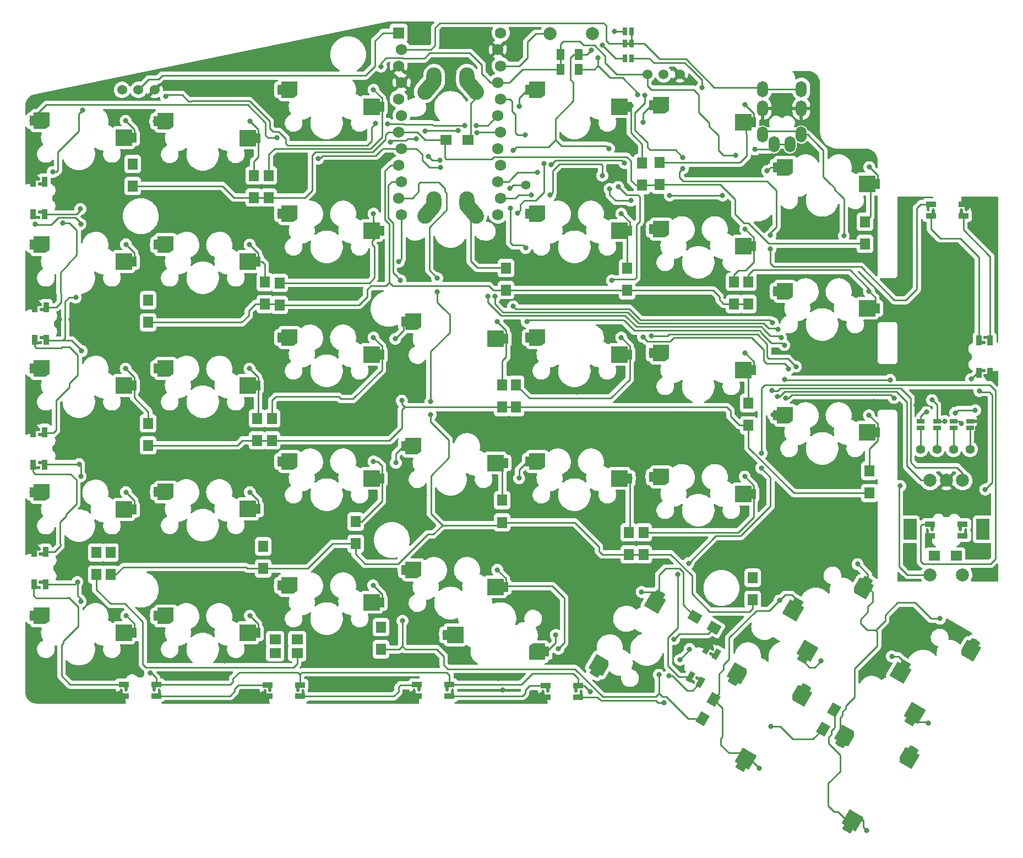
<source format=gtl>
G04 #@! TF.GenerationSoftware,KiCad,Pcbnew,(6.0.10)*
G04 #@! TF.CreationDate,2023-03-19T21:25:36+07:00*
G04 #@! TF.ProjectId,ergodash,6572676f-6461-4736-982e-6b696361645f,2.0*
G04 #@! TF.SameCoordinates,Original*
G04 #@! TF.FileFunction,Copper,L1,Top*
G04 #@! TF.FilePolarity,Positive*
%FSLAX46Y46*%
G04 Gerber Fmt 4.6, Leading zero omitted, Abs format (unit mm)*
G04 Created by KiCad (PCBNEW (6.0.10)) date 2023-03-19 21:25:36*
%MOMM*%
%LPD*%
G01*
G04 APERTURE LIST*
G04 Aperture macros list*
%AMRoundRect*
0 Rectangle with rounded corners*
0 $1 Rounding radius*
0 $2 $3 $4 $5 $6 $7 $8 $9 X,Y pos of 4 corners*
0 Add a 4 corners polygon primitive as box body*
4,1,4,$2,$3,$4,$5,$6,$7,$8,$9,$2,$3,0*
0 Add four circle primitives for the rounded corners*
1,1,$1+$1,$2,$3*
1,1,$1+$1,$4,$5*
1,1,$1+$1,$6,$7*
1,1,$1+$1,$8,$9*
0 Add four rect primitives between the rounded corners*
20,1,$1+$1,$2,$3,$4,$5,0*
20,1,$1+$1,$4,$5,$6,$7,0*
20,1,$1+$1,$6,$7,$8,$9,0*
20,1,$1+$1,$8,$9,$2,$3,0*%
%AMHorizOval*
0 Thick line with rounded ends*
0 $1 width*
0 $2 $3 position (X,Y) of the first rounded end (center of the circle)*
0 $4 $5 position (X,Y) of the second rounded end (center of the circle)*
0 Add line between two ends*
20,1,$1,$2,$3,$4,$5,0*
0 Add two circle primitives to create the rounded ends*
1,1,$1,$2,$3*
1,1,$1,$4,$5*%
%AMRotRect*
0 Rectangle, with rotation*
0 The origin of the aperture is its center*
0 $1 length*
0 $2 width*
0 $3 Rotation angle, in degrees counterclockwise*
0 Add horizontal line*
21,1,$1,$2,0,0,$3*%
%AMFreePoly0*
4,1,24,2.735355,1.235355,2.750000,1.200000,2.750000,-0.800000,2.748029,-0.804757,2.749028,-0.809806,2.740927,-0.821903,2.735355,-0.835355,2.730600,-0.837325,2.727735,-0.841603,2.127735,-1.241603,2.113450,-1.244429,2.100000,-1.250000,0.300000,-1.250000,0.264645,-1.235355,0.250000,-1.200000,0.250000,-0.750000,-0.350000,-0.750000,-0.350000,0.750000,0.250000,0.750000,0.250000,1.200000,
0.264645,1.235355,0.300000,1.250000,2.700000,1.250000,2.735355,1.235355,2.735355,1.235355,$1*%
%AMFreePoly1*
4,1,17,-0.364645,1.235355,-0.350000,1.200000,-0.350000,0.750000,0.350000,0.750000,0.350000,-0.750000,-0.350000,-0.750000,-0.350000,-1.200000,-0.364645,-1.235355,-0.400000,-1.250000,-2.800000,-1.250000,-2.835355,-1.235355,-2.850000,-1.200000,-2.850000,1.200000,-2.835355,1.235355,-2.800000,1.250000,-0.400000,1.250000,-0.364645,1.235355,-0.364645,1.235355,$1*%
%AMFreePoly2*
4,1,13,0.565955,0.933355,0.580600,0.898000,0.580600,0.425000,0.800000,0.425000,0.800000,-0.425000,-0.800000,-0.425000,-0.800000,0.425000,0.125000,0.425000,0.125000,0.898000,0.139645,0.933355,0.175000,0.948000,0.530600,0.948000,0.565955,0.933355,0.565955,0.933355,$1*%
%AMFreePoly3*
4,1,13,0.667755,0.904155,0.682400,0.868800,0.682400,0.425000,0.800000,0.425000,0.800000,-0.425000,-0.800000,-0.425000,-0.800000,0.425000,0.226800,0.425000,0.226800,0.868800,0.241445,0.904155,0.276800,0.918800,0.632400,0.918800,0.667755,0.904155,0.667755,0.904155,$1*%
%AMFreePoly4*
4,1,13,-0.190645,0.922355,-0.176000,0.887000,-0.176000,0.425000,0.800000,0.425000,0.800000,-0.425000,-0.800000,-0.425000,-0.800000,0.425000,-0.631600,0.425000,-0.631600,0.887000,-0.616955,0.922355,-0.581600,0.937000,-0.226000,0.937000,-0.190645,0.922355,-0.190645,0.922355,$1*%
%AMFreePoly5*
4,1,25,-0.157518,0.948358,-0.139944,0.941252,-0.139855,0.941042,-0.139645,0.940955,-0.132426,0.923528,-0.125001,0.906022,-0.125087,0.905810,-0.125000,0.905600,-0.125000,0.425000,0.800000,0.425000,0.800000,-0.425000,-0.800000,-0.425000,-0.800000,0.425000,-0.580600,0.425000,-0.580600,0.902600,-0.573341,0.920123,-0.566252,0.937655,-0.566042,0.937744,-0.565955,0.937955,-0.548427,0.945216,
-0.531022,0.952598,-0.175421,0.955598,-0.175210,0.955513,-0.175000,0.955600,-0.157518,0.948358,-0.157518,0.948358,$1*%
%AMFreePoly6*
4,1,13,0.560355,0.931155,0.575000,0.895800,0.575000,0.425000,0.800000,0.425000,0.800000,-0.425000,-0.800000,-0.425000,-0.800000,0.425000,0.119400,0.425000,0.119400,0.895800,0.134045,0.931155,0.169400,0.945800,0.525000,0.945800,0.560355,0.931155,0.560355,0.931155,$1*%
%AMFreePoly7*
4,1,13,0.667755,0.923755,0.682400,0.888400,0.682400,0.425000,0.800000,0.425000,0.800000,-0.425000,-0.800000,-0.425000,-0.800000,0.425000,0.226800,0.425000,0.226800,0.888400,0.241445,0.923755,0.276800,0.938400,0.632400,0.938400,0.667755,0.923755,0.667755,0.923755,$1*%
%AMFreePoly8*
4,1,25,-0.222032,0.938330,-0.221863,0.938399,-0.204350,0.931006,-0.186845,0.923755,-0.186775,0.923587,-0.186607,0.923516,-0.179445,0.905891,-0.172200,0.888400,-0.172270,0.888232,-0.172201,0.888063,-0.175324,0.425000,0.800000,0.425000,0.800000,-0.425000,-0.800000,-0.425000,-0.800000,0.425000,-0.630927,0.425000,-0.627799,0.888737,-0.620406,0.906250,-0.613155,0.923755,-0.612987,0.923825,
-0.612916,0.923993,-0.595291,0.931155,-0.577800,0.938400,-0.222200,0.938400,-0.222032,0.938330,-0.222032,0.938330,$1*%
%AMFreePoly9*
4,1,13,-0.139645,0.921555,-0.125000,0.886200,-0.125000,0.425000,0.800000,0.425000,0.800000,-0.425000,-0.800000,-0.425000,-0.800000,0.425000,-0.580600,0.425000,-0.580600,0.886200,-0.565955,0.921555,-0.530600,0.936200,-0.175000,0.936200,-0.139645,0.921555,-0.139645,0.921555,$1*%
G04 Aperture macros list end*
G04 #@! TA.AperFunction,EtchedComponent*
%ADD10C,0.100000*%
G04 #@! TD*
G04 #@! TA.AperFunction,ComponentPad*
%ADD11RoundRect,0.250000X-0.375000X-0.625000X0.375000X-0.625000X0.375000X0.625000X-0.375000X0.625000X0*%
G04 #@! TD*
G04 #@! TA.AperFunction,ComponentPad*
%ADD12C,1.524000*%
G04 #@! TD*
G04 #@! TA.AperFunction,ComponentPad*
%ADD13RotRect,1.800000X1.500000X60.000000*%
G04 #@! TD*
G04 #@! TA.AperFunction,ComponentPad*
%ADD14HorizOval,2.400000X0.578509X0.689440X-0.578509X-0.689440X0*%
G04 #@! TD*
G04 #@! TA.AperFunction,ComponentPad*
%ADD15O,2.300000X3.337000*%
G04 #@! TD*
G04 #@! TA.AperFunction,ComponentPad*
%ADD16HorizOval,2.400000X0.578509X-0.689440X-0.578509X0.689440X0*%
G04 #@! TD*
G04 #@! TA.AperFunction,ComponentPad*
%ADD17R,1.500000X1.800000*%
G04 #@! TD*
G04 #@! TA.AperFunction,ComponentPad*
%ADD18R,1.800000X1.500000*%
G04 #@! TD*
G04 #@! TA.AperFunction,ComponentPad*
%ADD19RotRect,1.800000X1.500000X150.000000*%
G04 #@! TD*
G04 #@! TA.AperFunction,SMDPad,CuDef*
%ADD20R,1.143000X0.635000*%
G04 #@! TD*
G04 #@! TA.AperFunction,ComponentPad*
%ADD21C,1.397000*%
G04 #@! TD*
G04 #@! TA.AperFunction,SMDPad,CuDef*
%ADD22FreePoly0,0.000000*%
G04 #@! TD*
G04 #@! TA.AperFunction,SMDPad,CuDef*
%ADD23FreePoly1,0.000000*%
G04 #@! TD*
G04 #@! TA.AperFunction,SMDPad,CuDef*
%ADD24FreePoly0,240.000000*%
G04 #@! TD*
G04 #@! TA.AperFunction,SMDPad,CuDef*
%ADD25FreePoly1,240.000000*%
G04 #@! TD*
G04 #@! TA.AperFunction,SMDPad,CuDef*
%ADD26FreePoly0,180.000000*%
G04 #@! TD*
G04 #@! TA.AperFunction,SMDPad,CuDef*
%ADD27FreePoly1,180.000000*%
G04 #@! TD*
G04 #@! TA.AperFunction,SMDPad,CuDef*
%ADD28FreePoly0,60.000000*%
G04 #@! TD*
G04 #@! TA.AperFunction,SMDPad,CuDef*
%ADD29FreePoly1,60.000000*%
G04 #@! TD*
G04 #@! TA.AperFunction,ComponentPad*
%ADD30O,1.700000X2.500000*%
G04 #@! TD*
G04 #@! TA.AperFunction,ComponentPad*
%ADD31C,0.457200*%
G04 #@! TD*
G04 #@! TA.AperFunction,SMDPad,CuDef*
%ADD32FreePoly2,90.000000*%
G04 #@! TD*
G04 #@! TA.AperFunction,SMDPad,CuDef*
%ADD33FreePoly3,270.000000*%
G04 #@! TD*
G04 #@! TA.AperFunction,SMDPad,CuDef*
%ADD34FreePoly4,270.000000*%
G04 #@! TD*
G04 #@! TA.AperFunction,SMDPad,CuDef*
%ADD35FreePoly5,90.000000*%
G04 #@! TD*
G04 #@! TA.AperFunction,SMDPad,CuDef*
%ADD36FreePoly2,180.000000*%
G04 #@! TD*
G04 #@! TA.AperFunction,SMDPad,CuDef*
%ADD37FreePoly3,0.000000*%
G04 #@! TD*
G04 #@! TA.AperFunction,SMDPad,CuDef*
%ADD38FreePoly4,0.000000*%
G04 #@! TD*
G04 #@! TA.AperFunction,SMDPad,CuDef*
%ADD39FreePoly5,180.000000*%
G04 #@! TD*
G04 #@! TA.AperFunction,SMDPad,CuDef*
%ADD40R,0.635000X1.143000*%
G04 #@! TD*
G04 #@! TA.AperFunction,ComponentPad*
%ADD41C,2.000000*%
G04 #@! TD*
G04 #@! TA.AperFunction,ComponentPad*
%ADD42R,1.752600X1.752600*%
G04 #@! TD*
G04 #@! TA.AperFunction,ComponentPad*
%ADD43C,1.752600*%
G04 #@! TD*
G04 #@! TA.AperFunction,ComponentPad*
%ADD44R,2.000000X3.200000*%
G04 #@! TD*
G04 #@! TA.AperFunction,SMDPad,CuDef*
%ADD45FreePoly6,180.000000*%
G04 #@! TD*
G04 #@! TA.AperFunction,SMDPad,CuDef*
%ADD46FreePoly7,0.000000*%
G04 #@! TD*
G04 #@! TA.AperFunction,SMDPad,CuDef*
%ADD47FreePoly8,0.000000*%
G04 #@! TD*
G04 #@! TA.AperFunction,SMDPad,CuDef*
%ADD48FreePoly9,180.000000*%
G04 #@! TD*
G04 #@! TA.AperFunction,SMDPad,CuDef*
%ADD49FreePoly6,60.000000*%
G04 #@! TD*
G04 #@! TA.AperFunction,SMDPad,CuDef*
%ADD50FreePoly7,240.000000*%
G04 #@! TD*
G04 #@! TA.AperFunction,SMDPad,CuDef*
%ADD51FreePoly8,240.000000*%
G04 #@! TD*
G04 #@! TA.AperFunction,SMDPad,CuDef*
%ADD52FreePoly9,60.000000*%
G04 #@! TD*
G04 #@! TA.AperFunction,SMDPad,CuDef*
%ADD53FreePoly6,270.000000*%
G04 #@! TD*
G04 #@! TA.AperFunction,SMDPad,CuDef*
%ADD54FreePoly7,90.000000*%
G04 #@! TD*
G04 #@! TA.AperFunction,SMDPad,CuDef*
%ADD55FreePoly8,90.000000*%
G04 #@! TD*
G04 #@! TA.AperFunction,SMDPad,CuDef*
%ADD56FreePoly9,270.000000*%
G04 #@! TD*
G04 #@! TA.AperFunction,SMDPad,CuDef*
%ADD57FreePoly6,0.000000*%
G04 #@! TD*
G04 #@! TA.AperFunction,SMDPad,CuDef*
%ADD58FreePoly7,180.000000*%
G04 #@! TD*
G04 #@! TA.AperFunction,SMDPad,CuDef*
%ADD59FreePoly8,180.000000*%
G04 #@! TD*
G04 #@! TA.AperFunction,SMDPad,CuDef*
%ADD60FreePoly9,0.000000*%
G04 #@! TD*
G04 #@! TA.AperFunction,ViaPad*
%ADD61C,0.800000*%
G04 #@! TD*
G04 #@! TA.AperFunction,Conductor*
%ADD62C,0.254000*%
G04 #@! TD*
G04 APERTURE END LIST*
G36*
X171650000Y-41171000D02*
G01*
X171250000Y-41171000D01*
X171250000Y-40871000D01*
X171650000Y-40871000D01*
X171650000Y-41171000D01*
G37*
D10*
X171650000Y-41171000D02*
X171250000Y-41171000D01*
X171250000Y-40871000D01*
X171650000Y-40871000D01*
X171650000Y-41171000D01*
D11*
X161033000Y-44958000D03*
X163833000Y-44958000D03*
D12*
X93639000Y-48133000D03*
X96139000Y-48133000D03*
X98639000Y-48133000D03*
X174411000Y-45720000D03*
X176911000Y-45720000D03*
X179411000Y-45720000D03*
D13*
X201461000Y-146379243D03*
X203161000Y-143434757D03*
D14*
X140784951Y-47755519D03*
D15*
X141625000Y-46331750D03*
D16*
X147505049Y-47755519D03*
D15*
X146665000Y-46331750D03*
X141625000Y-65381750D03*
D14*
X140784951Y-66805519D03*
D15*
X146665000Y-65381750D03*
D16*
X147505049Y-66805519D03*
D17*
X95250000Y-62914000D03*
X95250000Y-59514000D03*
X97663000Y-83869000D03*
X97663000Y-80469000D03*
X97663000Y-102792000D03*
X97663000Y-99392000D03*
X91846400Y-122654800D03*
X91846400Y-119254800D03*
X113919000Y-64692000D03*
X113919000Y-61292000D03*
X115570000Y-81075000D03*
X115570000Y-77675000D03*
X114427000Y-102030000D03*
X114427000Y-98630000D03*
X115316000Y-121715000D03*
X115316000Y-118315000D03*
X116205000Y-64692000D03*
X116205000Y-61292000D03*
X117856000Y-81202000D03*
X117856000Y-77802000D03*
X116713000Y-102030000D03*
X116713000Y-98630000D03*
X129540000Y-117905000D03*
X129540000Y-114505000D03*
D18*
X143412000Y-55829200D03*
X146812000Y-55829200D03*
D17*
X152654000Y-78916000D03*
X152654000Y-75516000D03*
X152095200Y-114628400D03*
X152095200Y-111228400D03*
X173609000Y-62787000D03*
X173609000Y-59387000D03*
X154228800Y-96899200D03*
X154228800Y-93499200D03*
X171577000Y-119556000D03*
X171577000Y-116156000D03*
X176276000Y-62710800D03*
X176276000Y-59310800D03*
X187756800Y-81049600D03*
X187756800Y-77649600D03*
X189941200Y-99693200D03*
X189941200Y-96293200D03*
X173863000Y-119556000D03*
X173863000Y-116156000D03*
X207873600Y-71804000D03*
X207873600Y-68404000D03*
X189941200Y-81049600D03*
X189941200Y-77649600D03*
X208534000Y-110107200D03*
X208534000Y-106707200D03*
X190627000Y-126541000D03*
X190627000Y-123141000D03*
X89662000Y-122654800D03*
X89662000Y-119254800D03*
D18*
X120572000Y-134747000D03*
X117172000Y-134747000D03*
X120572000Y-132588000D03*
X117172000Y-132588000D03*
D19*
X184702273Y-130824000D03*
X181757787Y-129124000D03*
D13*
X182907200Y-144778086D03*
X184607200Y-141833600D03*
D17*
X133477000Y-134140000D03*
X133477000Y-130740000D03*
X152095200Y-96899200D03*
X152095200Y-93499200D03*
X171297600Y-78966800D03*
X171297600Y-75566800D03*
D20*
X224028000Y-99067620D03*
X224028000Y-100068380D03*
D21*
X216408000Y-103378000D03*
X218948000Y-103378000D03*
X221488000Y-103378000D03*
X224028000Y-103378000D03*
D22*
X117895000Y-105263000D03*
D23*
X133595000Y-107863000D03*
D24*
X198806730Y-140014917D03*
D25*
X188705064Y-152311516D03*
D26*
X158965000Y-134513000D03*
D27*
X143265000Y-131913000D03*
D22*
X98845000Y-129012000D03*
D23*
X114545000Y-131612000D03*
D28*
X204033770Y-148661683D03*
D29*
X214135436Y-136365084D03*
D22*
X117895000Y-48113000D03*
D23*
X133595000Y-50713000D03*
D22*
X155995000Y-86213000D03*
D23*
X171695000Y-88813000D03*
D22*
X79795000Y-90975500D03*
D23*
X95495000Y-93575500D03*
D22*
X117895000Y-86213000D03*
D23*
X133595000Y-88813000D03*
D22*
X79795000Y-129012001D03*
D23*
X95495000Y-131612001D03*
D21*
X155752800Y-62788800D03*
D30*
X192142000Y-55015000D03*
X198092000Y-55015000D03*
X192142000Y-51015000D03*
X198092000Y-51015000D03*
X198092000Y-48015000D03*
X192142000Y-48015000D03*
X196342000Y-56515000D03*
X193892000Y-56515000D03*
D31*
X80859000Y-66923000D03*
D32*
X81734000Y-67273000D03*
D33*
X79984000Y-67273000D03*
D31*
X80859000Y-67723000D03*
D34*
X79984000Y-62273000D03*
D31*
X80859000Y-61873000D03*
X80859000Y-62623000D03*
D35*
X81734000Y-62273000D03*
D22*
X175045000Y-50494250D03*
D23*
X190745000Y-53094250D03*
D22*
X155995000Y-105263000D03*
D23*
X171695000Y-107863000D03*
D11*
X161033000Y-42672000D03*
X163833000Y-42672000D03*
D20*
X221488000Y-99060000D03*
X221488000Y-100060760D03*
D28*
X166275270Y-137860633D03*
D29*
X176376936Y-125564034D03*
D22*
X194095000Y-60019250D03*
D23*
X209795000Y-62619250D03*
D24*
X208341321Y-123482322D03*
D25*
X198239655Y-135778921D03*
D20*
X216408000Y-99067620D03*
X216408000Y-100068380D03*
D22*
X98845000Y-109962000D03*
D23*
X114545000Y-112562000D03*
D22*
X98845000Y-71925500D03*
D23*
X114545000Y-74525500D03*
D24*
X215304730Y-149539967D03*
D25*
X205203064Y-161836566D03*
D22*
X175045000Y-69544250D03*
D23*
X190745000Y-72144250D03*
D22*
X136945000Y-121931750D03*
D23*
X152645000Y-124531750D03*
D22*
X117895000Y-67163000D03*
D23*
X133595000Y-69763000D03*
D22*
X79795000Y-71925500D03*
D23*
X95495000Y-74525500D03*
D22*
X194095000Y-98151001D03*
D23*
X209795000Y-100751001D03*
D31*
X80859000Y-105404000D03*
D32*
X81734000Y-105754000D03*
D33*
X79984000Y-105754000D03*
D31*
X80859000Y-106204000D03*
D34*
X79984000Y-100754000D03*
D31*
X80859000Y-100354000D03*
D35*
X81734000Y-100754000D03*
D31*
X80859000Y-101104000D03*
D22*
X117895000Y-124313000D03*
D23*
X133595000Y-126913000D03*
D20*
X218948000Y-99067620D03*
X218948000Y-100068380D03*
D22*
X155995000Y-48113000D03*
D23*
X171695000Y-50713000D03*
D22*
X79795000Y-52875500D03*
D23*
X95495000Y-55475500D03*
D36*
X163767600Y-139728600D03*
D31*
X163417600Y-140603600D03*
D37*
X163767600Y-141478600D03*
D31*
X164217600Y-140603600D03*
D38*
X158767600Y-141478600D03*
D31*
X158367600Y-140603600D03*
X159117600Y-140603600D03*
D39*
X158767600Y-139728600D03*
D32*
X81988000Y-86571000D03*
D31*
X81113000Y-86221000D03*
X81113000Y-87021000D03*
D33*
X80238000Y-86571000D03*
D34*
X80238000Y-81571000D03*
D31*
X81113000Y-81171000D03*
D35*
X81988000Y-81571000D03*
D31*
X81113000Y-81921000D03*
D40*
X171950380Y-43307000D03*
X170949620Y-43307000D03*
D22*
X155995000Y-67163000D03*
D23*
X171695000Y-69763000D03*
D22*
X175045000Y-107644250D03*
D23*
X190745000Y-110244250D03*
D22*
X194095000Y-79101001D03*
D23*
X209795000Y-81701001D03*
D41*
X159437000Y-39497000D03*
X165937000Y-39497000D03*
D24*
X224829730Y-133041967D03*
D25*
X214728064Y-145338566D03*
D22*
X175045000Y-88594250D03*
D23*
X190745000Y-91194250D03*
D28*
X187517679Y-139108088D03*
D29*
X197619345Y-126811489D03*
D22*
X136945000Y-102881750D03*
D23*
X152645000Y-105481750D03*
D32*
X81874000Y-124166000D03*
D31*
X80999000Y-123816000D03*
D33*
X80124000Y-124166000D03*
D31*
X80999000Y-124616000D03*
D34*
X80124000Y-119166000D03*
D31*
X80999000Y-118766000D03*
D35*
X81874000Y-119166000D03*
D31*
X80999000Y-119516000D03*
D40*
X170949620Y-41021000D03*
X171950380Y-41021000D03*
X170949620Y-39116000D03*
X171950380Y-39116000D03*
D42*
X136169400Y-39370000D03*
D43*
X136626600Y-41910000D03*
X136169400Y-44450000D03*
X136626600Y-46990000D03*
X136169400Y-49530000D03*
X136626600Y-52070000D03*
X136169400Y-54610000D03*
X136626600Y-57150000D03*
X136169400Y-59690000D03*
X136626600Y-62230000D03*
X136169400Y-64770000D03*
X136626600Y-67310000D03*
X151409400Y-67310000D03*
X151866600Y-64770000D03*
X151409400Y-62230000D03*
X151866600Y-59690000D03*
X151409400Y-57150000D03*
X151866600Y-54610000D03*
X151409400Y-52070000D03*
X151866600Y-49530000D03*
X151409400Y-46990000D03*
X151866600Y-44450000D03*
X151409400Y-41910000D03*
X151866600Y-39370000D03*
D22*
X79795000Y-110025500D03*
D23*
X95495000Y-112625500D03*
D22*
X136945000Y-83800000D03*
D23*
X152645000Y-86400000D03*
D44*
X225985000Y-115682000D03*
X214785000Y-115682000D03*
D41*
X222885000Y-108182000D03*
X217885000Y-108182000D03*
X220385000Y-108182000D03*
X217885000Y-122682000D03*
X222885000Y-122682000D03*
D22*
X98845000Y-52939001D03*
D23*
X114545000Y-55539001D03*
D18*
X218518000Y-119735600D03*
X221918000Y-119735600D03*
D36*
X120991000Y-139614000D03*
D31*
X120641000Y-140489000D03*
X121441000Y-140489000D03*
D37*
X120991000Y-141364000D03*
D38*
X115991000Y-141364000D03*
D31*
X115591000Y-140489000D03*
X116341000Y-140489000D03*
D39*
X115991000Y-139614000D03*
D22*
X98845000Y-90975500D03*
D23*
X114545000Y-93575500D03*
D45*
X98893000Y-139560000D03*
D31*
X98543000Y-140435000D03*
X99343000Y-140435000D03*
D46*
X98893000Y-141310000D03*
D31*
X93493000Y-140435000D03*
D47*
X93893000Y-141310000D03*
D31*
X94243000Y-140435000D03*
D48*
X93893000Y-139560000D03*
D49*
X182555170Y-139255364D03*
D31*
X181972397Y-138514755D03*
X181572397Y-139207575D03*
D50*
X181039625Y-138380364D03*
D31*
X184497397Y-134141326D03*
D51*
X183539625Y-134050236D03*
D52*
X185055170Y-134925236D03*
D31*
X184122397Y-134790845D03*
D53*
X225386600Y-86654000D03*
D31*
X226261600Y-87004000D03*
X226261600Y-86204000D03*
D54*
X227136600Y-86654000D03*
D31*
X226261600Y-92054000D03*
D55*
X227136600Y-91654000D03*
D56*
X225386600Y-91654000D03*
D31*
X226261600Y-91304000D03*
D45*
X143978000Y-139560000D03*
D31*
X143628000Y-140435000D03*
D46*
X143978000Y-141310000D03*
D31*
X144428000Y-140435000D03*
D47*
X138978000Y-141310000D03*
D31*
X138578000Y-140435000D03*
X139328000Y-140435000D03*
D48*
X138978000Y-139560000D03*
D31*
X222535000Y-115782000D03*
D45*
X222885000Y-114907000D03*
D31*
X223335000Y-115782000D03*
D46*
X222885000Y-116657000D03*
D47*
X217885000Y-116657000D03*
D31*
X217485000Y-115782000D03*
X218235000Y-115782000D03*
D48*
X217885000Y-114907000D03*
D57*
X218022800Y-67475400D03*
D31*
X218372800Y-66600400D03*
X217572800Y-66600400D03*
D58*
X218022800Y-65725400D03*
D59*
X223022800Y-65725400D03*
D31*
X223422800Y-66600400D03*
X222672800Y-66600400D03*
D60*
X223022800Y-67475400D03*
D61*
X136169400Y-74549000D03*
X167487600Y-61315600D03*
X159461200Y-64312800D03*
X136448800Y-77419200D03*
X136652000Y-95910400D03*
X94183200Y-90982800D03*
X141071600Y-96062800D03*
X142087600Y-77063600D03*
X142087600Y-79197200D03*
X141071600Y-98044000D03*
X94234000Y-109982000D03*
X113284000Y-52933600D03*
X132295000Y-67163000D03*
X132295000Y-105263000D03*
X171856400Y-50546000D03*
X189382400Y-107594400D03*
X193344800Y-70510400D03*
X174040800Y-48971200D03*
X179882800Y-60198000D03*
X179882800Y-58521600D03*
X193344800Y-72593200D03*
X214020400Y-66852800D03*
X85953600Y-48412400D03*
X179730400Y-77063600D03*
X90830400Y-63449200D03*
X188925200Y-132080000D03*
X215290400Y-130962400D03*
X93878400Y-103022400D03*
X199847200Y-57302400D03*
X193344800Y-116992400D03*
X125780800Y-62788800D03*
X84023200Y-83413600D03*
X144018000Y-44043600D03*
X226060000Y-122224800D03*
X126847600Y-99974400D03*
X213614000Y-79146400D03*
X202793600Y-113690400D03*
X107696000Y-125323600D03*
X96723200Y-87630000D03*
X84429600Y-120904000D03*
X89255600Y-82753200D03*
X178714400Y-134315200D03*
X187553600Y-95859600D03*
X126542800Y-133908800D03*
X79146400Y-79756000D03*
X103530400Y-80568800D03*
X180543200Y-99669600D03*
X225196400Y-119634000D03*
X84683600Y-101142800D03*
X138023600Y-135432800D03*
X94742000Y-135839200D03*
X167081200Y-55270400D03*
X108712000Y-101142800D03*
X126847600Y-135890000D03*
X133654800Y-73406000D03*
X213664800Y-123190000D03*
X121005600Y-61823600D03*
X163474400Y-94589600D03*
X218338400Y-72796400D03*
X220675200Y-95250000D03*
X192024000Y-108559600D03*
X180441600Y-102108000D03*
X103022400Y-118719600D03*
X203504800Y-107950000D03*
X102179822Y-86631014D03*
X94081600Y-117043200D03*
X139446000Y-92252800D03*
X156159200Y-125984000D03*
X82346800Y-139750800D03*
X140004800Y-40132000D03*
X152146000Y-140411200D03*
X174396400Y-139852400D03*
X160680400Y-100076000D03*
X143764000Y-72999600D03*
X172161200Y-94894400D03*
X219760800Y-111099600D03*
X108254800Y-81534000D03*
X189941200Y-119786400D03*
X192684400Y-69443600D03*
X162966400Y-62128400D03*
X121564400Y-117043200D03*
X194919600Y-110591600D03*
X138430000Y-73152000D03*
X108712000Y-67462400D03*
X128727200Y-138836400D03*
X137617200Y-112877600D03*
X226009200Y-99060000D03*
X79248000Y-98704400D03*
X155702000Y-121818400D03*
X218998800Y-91033600D03*
X109728000Y-61518800D03*
X108000800Y-138430000D03*
X161848800Y-135483600D03*
X190246000Y-60553600D03*
X215747600Y-96672400D03*
X146253200Y-40589200D03*
X215290400Y-130962400D03*
X192430400Y-77571600D03*
X109423200Y-135940800D03*
X200761600Y-73660000D03*
X209194400Y-96062800D03*
X181406800Y-80772000D03*
X109220000Y-86715600D03*
X151485600Y-138633200D03*
X138023600Y-132791200D03*
X128371600Y-130962400D03*
X198729600Y-68732400D03*
X110998000Y-48361600D03*
X85750400Y-83464400D03*
X140106400Y-110490000D03*
X166217600Y-125069600D03*
X162356800Y-117906800D03*
X109982000Y-105105200D03*
X215197308Y-120075411D03*
X126746000Y-120497600D03*
X206426677Y-74065699D03*
X160782000Y-76708000D03*
X215087200Y-111455200D03*
X152450800Y-72847200D03*
X121462800Y-93776800D03*
X84226400Y-63855600D03*
X216306400Y-80060800D03*
X168859200Y-100939600D03*
X87477600Y-138328400D03*
X93646077Y-85165095D03*
X87782400Y-101142800D03*
X133451600Y-44551600D03*
X221742000Y-97790000D03*
X86766400Y-123799600D03*
X177749200Y-138176000D03*
X86512400Y-80060800D03*
X87426800Y-88290400D03*
X204622400Y-70561200D03*
X87274400Y-107543600D03*
X80264000Y-68783200D03*
X97942400Y-137820400D03*
X87274400Y-126796800D03*
X222707200Y-99415600D03*
X165658800Y-140665200D03*
X87020400Y-105664000D03*
X188010800Y-58216800D03*
X87274400Y-68783200D03*
X224840800Y-97383600D03*
X87223600Y-66446400D03*
X98704400Y-52984400D03*
X148132800Y-53594000D03*
X100380800Y-49174400D03*
X98806000Y-128981200D03*
X98806000Y-71932800D03*
X98806000Y-109931200D03*
X99009200Y-90982800D03*
X132638800Y-53289200D03*
X146304000Y-53594000D03*
X134467600Y-53340000D03*
X148183600Y-54711600D03*
X140208000Y-54457600D03*
X117895000Y-67163000D03*
X117895000Y-105263000D03*
X134924800Y-56134000D03*
X138887200Y-55626000D03*
X145288000Y-54406800D03*
X117856000Y-124409200D03*
X117895000Y-86213000D03*
X117895000Y-48113000D03*
X154686000Y-50698400D03*
X155995000Y-86213000D03*
X155995000Y-67163000D03*
X154686000Y-107848400D03*
X166319200Y-137871200D03*
X187553600Y-139141200D03*
X159613600Y-59639200D03*
X175006000Y-107594400D03*
X175045000Y-69544250D03*
X170891200Y-59385200D03*
X173786800Y-53086000D03*
X157530800Y-60807600D03*
X198806730Y-140014917D03*
X175045000Y-88594250D03*
X177850800Y-64363600D03*
X193751200Y-98044000D03*
X215239600Y-149504400D03*
X204012800Y-148691600D03*
X194095000Y-79101001D03*
X192836800Y-60604400D03*
X185978800Y-64363600D03*
X224840800Y-132994400D03*
X156565600Y-64312800D03*
X219405200Y-129438400D03*
X206739655Y-121056489D03*
X136753600Y-129743200D03*
X193395600Y-145999200D03*
X176174400Y-138074400D03*
X178511200Y-132588000D03*
X173532800Y-125323600D03*
X155854400Y-83769200D03*
X153263600Y-63296800D03*
X195478400Y-92659200D03*
X153314400Y-66294000D03*
X211734400Y-92710000D03*
X155702000Y-72440800D03*
X195478400Y-87376000D03*
X167487600Y-41249600D03*
X153771600Y-57454800D03*
X142494000Y-58928000D03*
X171856400Y-65176400D03*
X220167200Y-99060000D03*
X175006000Y-85953600D03*
X218186000Y-95808800D03*
X165760400Y-42062400D03*
X140766800Y-58369200D03*
X168605200Y-63347600D03*
X168503600Y-57150000D03*
X197256400Y-90678000D03*
X217322400Y-97688400D03*
X166827200Y-43230800D03*
X173736000Y-86106000D03*
X196088000Y-91084400D03*
X169316400Y-39166800D03*
X172923200Y-48869600D03*
X168960800Y-77419200D03*
X169926000Y-63042800D03*
X190957200Y-57302400D03*
X182829200Y-47752000D03*
X212344000Y-95504000D03*
X79806800Y-52882800D03*
X79756000Y-110032800D03*
X149910800Y-79908400D03*
X195681600Y-95554800D03*
X194970400Y-86258400D03*
X117449600Y-55524400D03*
X213309200Y-109016800D03*
X123799600Y-58724800D03*
X79806800Y-71983600D03*
X79806800Y-129032000D03*
X142595600Y-60096400D03*
X79806800Y-90982800D03*
X193598800Y-94335600D03*
X158496000Y-59436000D03*
X155651200Y-55067200D03*
X193649600Y-83921600D03*
X153771600Y-81432400D03*
X154432000Y-67056000D03*
X194462400Y-84937600D03*
X194411600Y-95300800D03*
X150977600Y-79908400D03*
X94183200Y-52882800D03*
X94234000Y-71882000D03*
X132295000Y-86213000D03*
X151345000Y-83800000D03*
X152603200Y-105613200D03*
X170395000Y-67163000D03*
X170395000Y-86213000D03*
X171754800Y-107848400D03*
X189445000Y-69544250D03*
X189445000Y-88594250D03*
X208534000Y-59994800D03*
X208483200Y-79095600D03*
X208483200Y-98145600D03*
X217627200Y-145491200D03*
X201141321Y-135953088D03*
X94284800Y-128981200D03*
X113284000Y-128981200D03*
X132232400Y-124307600D03*
X151333200Y-121920000D03*
X160731200Y-134061200D03*
X143256000Y-131724400D03*
X191617600Y-152400000D03*
X194717679Y-126637322D03*
X208127600Y-162001200D03*
X211988400Y-135229600D03*
X113245000Y-71925500D03*
X113233200Y-90982800D03*
X113284000Y-109982000D03*
X132295000Y-48113000D03*
X82956400Y-60756800D03*
X87579200Y-51257200D03*
X84531200Y-68630800D03*
X225450400Y-94437200D03*
X224180400Y-92608400D03*
X226364800Y-109575600D03*
X180746400Y-120904000D03*
X191973200Y-103987600D03*
X191922400Y-106273600D03*
X179120800Y-122631200D03*
X176987200Y-142341600D03*
X179425600Y-135737600D03*
X180898800Y-134112000D03*
X189382400Y-50393600D03*
X136906000Y-121970800D03*
X135645000Y-86400000D03*
X135737600Y-105460800D03*
X160324800Y-131927600D03*
D62*
X136626600Y-74091800D02*
X136169400Y-74549000D01*
X136626600Y-67310000D02*
X136626600Y-74091800D01*
X160883600Y-59537600D02*
X159867600Y-60553600D01*
X167284400Y-59537600D02*
X160883600Y-59537600D01*
X159867600Y-60553600D02*
X159867600Y-63906400D01*
X167487600Y-59740800D02*
X167284400Y-59537600D01*
X159867600Y-63906400D02*
X159461200Y-64312800D01*
X167487600Y-61315600D02*
X167487600Y-59740800D01*
X131318000Y-79959200D02*
X131318000Y-78841600D01*
X130075200Y-81202000D02*
X131318000Y-79959200D01*
X113131600Y-82804000D02*
X113131600Y-82042000D01*
X152654000Y-78916000D02*
X171246800Y-78916000D01*
X97664800Y-83870800D02*
X112064800Y-83870800D01*
X115521000Y-81026000D02*
X115570000Y-81075000D01*
X134721600Y-68783200D02*
X134721600Y-77774800D01*
X134061200Y-60604400D02*
X134061200Y-68122800D01*
X185521600Y-79959200D02*
X185521600Y-80416400D01*
X171246800Y-78916000D02*
X171297600Y-78966800D01*
X187756800Y-81049600D02*
X189941200Y-81049600D01*
X134061200Y-68122800D02*
X134721600Y-68783200D01*
X113131600Y-82042000D02*
X114147600Y-81026000D01*
X135382000Y-78282800D02*
X150063200Y-78282800D01*
X186154800Y-81049600D02*
X187756800Y-81049600D01*
X150696400Y-78916000D02*
X152654000Y-78916000D01*
X115570000Y-81075000D02*
X117729000Y-81075000D01*
X135229600Y-78282800D02*
X135382000Y-78282800D01*
X112064800Y-83870800D02*
X113131600Y-82804000D01*
X134721600Y-77774800D02*
X135229600Y-78282800D01*
X185521600Y-80416400D02*
X186154800Y-81049600D01*
X150063200Y-78282800D02*
X150696400Y-78916000D01*
X131318000Y-78841600D02*
X131876800Y-78282800D01*
X184529200Y-78966800D02*
X185521600Y-79959200D01*
X131876800Y-78282800D02*
X134213600Y-78282800D01*
X136169400Y-59690000D02*
X134975600Y-59690000D01*
X97663000Y-83869000D02*
X97664800Y-83870800D01*
X117856000Y-81202000D02*
X130075200Y-81202000D01*
X171297600Y-78966800D02*
X184529200Y-78966800D01*
X117729000Y-81075000D02*
X117856000Y-81202000D01*
X114147600Y-81026000D02*
X115521000Y-81026000D01*
X134975600Y-59690000D02*
X134061200Y-60604400D01*
X134721600Y-77774800D02*
X134213600Y-78282800D01*
X135128000Y-62230000D02*
X134670800Y-62687200D01*
X186612000Y-96899200D02*
X187198000Y-97485200D01*
X137082000Y-96899200D02*
X136652000Y-96469200D01*
X134975600Y-68275200D02*
X135280400Y-68580000D01*
X112142800Y-102030000D02*
X114427000Y-102030000D01*
X196924400Y-110107200D02*
X208534000Y-110107200D01*
X152095200Y-96899200D02*
X137085600Y-96899200D01*
X97663000Y-102792000D02*
X111380800Y-102792000D01*
X135280400Y-68580000D02*
X135280400Y-75844400D01*
X137085600Y-96899200D02*
X137082000Y-96899200D01*
X134670800Y-62687200D02*
X134569200Y-62788800D01*
X116713000Y-102030000D02*
X134748800Y-102030000D01*
X134748800Y-102030000D02*
X136652000Y-100126800D01*
X154228800Y-96899200D02*
X186612000Y-96899200D01*
X135280400Y-76250800D02*
X135788400Y-76758800D01*
X136652000Y-96469200D02*
X136652000Y-95910400D01*
X134569200Y-64719200D02*
X134569200Y-67868800D01*
X136626600Y-62230000D02*
X135128000Y-62230000D01*
X136652000Y-100126800D02*
X136652000Y-97332800D01*
X135788400Y-76758800D02*
X136448800Y-77419200D01*
X137085600Y-96899200D02*
X136652000Y-97332800D01*
X189941200Y-99693200D02*
X189941200Y-103124000D01*
X134569200Y-62788800D02*
X134569200Y-64719200D01*
X189941200Y-103124000D02*
X196924400Y-110107200D01*
X187198000Y-98298000D02*
X188593200Y-99693200D01*
X187198000Y-97485200D02*
X187198000Y-98298000D01*
X134569200Y-67868800D02*
X134975600Y-68275200D01*
X114427000Y-102030000D02*
X116713000Y-102030000D01*
X135280400Y-75844400D02*
X135280400Y-76250800D01*
X152095200Y-96899200D02*
X154228800Y-96899200D01*
X111380800Y-102792000D02*
X112142800Y-102030000D01*
X188593200Y-99693200D02*
X189941200Y-99693200D01*
X95495000Y-92294600D02*
X95495000Y-93575500D01*
X95495000Y-95444200D02*
X95495000Y-93575500D01*
X94183200Y-90982800D02*
X95495000Y-92294600D01*
X97663000Y-99392000D02*
X97663000Y-97612200D01*
X97663000Y-97612200D02*
X95495000Y-95444200D01*
X140868400Y-70662800D02*
X140868400Y-75844400D01*
X142341600Y-62331600D02*
X143306800Y-63296800D01*
X181254400Y-122783600D02*
X181254400Y-125628400D01*
X144018000Y-85445600D02*
X141173200Y-88290400D01*
X115316000Y-121715000D02*
X122226600Y-121715000D01*
X141071600Y-88392000D02*
X141071600Y-96062800D01*
X166979600Y-119075200D02*
X167460400Y-119556000D01*
X112674400Y-121513600D02*
X112875800Y-121715000D01*
X141478000Y-116484400D02*
X142900400Y-115062000D01*
X129540000Y-117905000D02*
X129540000Y-119532400D01*
X141173200Y-88290400D02*
X141071600Y-88392000D01*
X142900400Y-115062000D02*
X151661600Y-115062000D01*
X143306800Y-63754000D02*
X143510000Y-63957200D01*
X143306800Y-63449200D02*
X143306800Y-63754000D01*
X173863000Y-119556000D02*
X178026800Y-119556000D01*
X92686400Y-122654800D02*
X93827600Y-121513600D01*
X141122400Y-107442000D02*
X141122400Y-113284000D01*
X151661600Y-115062000D02*
X152095200Y-114628400D01*
X126036600Y-117905000D02*
X129540000Y-117905000D01*
X138430000Y-64617600D02*
X139242800Y-63804800D01*
X143103600Y-81788000D02*
X144018000Y-82702400D01*
X140868400Y-75844400D02*
X142087600Y-77063600D01*
X143205200Y-66954400D02*
X140868400Y-69291200D01*
X143510000Y-63957200D02*
X143510000Y-66649600D01*
X139496800Y-62331600D02*
X142341600Y-62331600D01*
X171577000Y-119556000D02*
X173863000Y-119556000D01*
X139242800Y-62585600D02*
X139496800Y-62331600D01*
X122226600Y-121715000D02*
X126036600Y-117905000D01*
X152095200Y-114628400D02*
X163244000Y-114628400D01*
X183997600Y-128371600D02*
X190093600Y-128371600D01*
X190627000Y-127838200D02*
X190627000Y-126541000D01*
X141071600Y-98044000D02*
X141071600Y-99161600D01*
X142087600Y-80772000D02*
X143103600Y-81788000D01*
X141122400Y-113284000D02*
X142900400Y-115062000D01*
X143865600Y-101955600D02*
X143865600Y-104698800D01*
X143510000Y-66649600D02*
X143205200Y-66954400D01*
X167460400Y-119556000D02*
X171577000Y-119556000D01*
X139242800Y-63804800D02*
X139242800Y-62585600D01*
X93827600Y-121513600D02*
X112674400Y-121513600D01*
X190093600Y-128371600D02*
X190627000Y-127838200D01*
X143865600Y-104698800D02*
X141122400Y-107442000D01*
X131013200Y-121005600D02*
X136093200Y-121005600D01*
X142087600Y-79197200D02*
X142087600Y-80772000D01*
X144018000Y-84378800D02*
X144018000Y-85445600D01*
X144018000Y-82702400D02*
X144018000Y-84378800D01*
X166979600Y-118364000D02*
X166979600Y-119075200D01*
X141071600Y-99161600D02*
X143865600Y-101955600D01*
X181254400Y-125628400D02*
X183997600Y-128371600D01*
X143306800Y-63296800D02*
X143306800Y-63449200D01*
X112875800Y-121715000D02*
X115316000Y-121715000D01*
X136169400Y-64770000D02*
X138277600Y-64770000D01*
X91846400Y-122654800D02*
X92686400Y-122654800D01*
X140868400Y-69291200D02*
X140868400Y-70662800D01*
X163244000Y-114628400D02*
X166979600Y-118364000D01*
X140614400Y-116484400D02*
X141478000Y-116484400D01*
X129540000Y-119532400D02*
X131013200Y-121005600D01*
X136093200Y-121005600D02*
X140614400Y-116484400D01*
X138277600Y-64770000D02*
X138430000Y-64617600D01*
X178026800Y-119556000D02*
X181254400Y-122783600D01*
X94234000Y-109982000D02*
X95495000Y-111243000D01*
X95495000Y-111243000D02*
X95495000Y-112625500D01*
X114545000Y-55539001D02*
X114545000Y-58479800D01*
X114545000Y-58479800D02*
X113919000Y-59105800D01*
X114545000Y-54194600D02*
X114545000Y-55539001D01*
X113284000Y-52933600D02*
X114545000Y-54194600D01*
X113919000Y-59105800D02*
X113919000Y-61292000D01*
X132435600Y-72288400D02*
X132080000Y-71932800D01*
X132295000Y-68463000D02*
X132295000Y-67163000D01*
X131646400Y-77802000D02*
X132435600Y-77012800D01*
X133595000Y-69763000D02*
X132295000Y-68463000D01*
X132080000Y-71278000D02*
X133595000Y-69763000D01*
X117856000Y-77802000D02*
X131646400Y-77802000D01*
X132080000Y-71932800D02*
X132080000Y-71278000D01*
X132435600Y-77012800D02*
X132435600Y-72288400D01*
X133595000Y-111362600D02*
X133595000Y-107863000D01*
X129540000Y-114505000D02*
X130452600Y-114505000D01*
X132949000Y-105263000D02*
X132295000Y-105263000D01*
X130452600Y-114505000D02*
X133595000Y-111362600D01*
X133595000Y-105909000D02*
X132949000Y-105263000D01*
X133595000Y-107863000D02*
X133595000Y-105909000D01*
X147218400Y-55270400D02*
X146558000Y-55930800D01*
X147218400Y-53695600D02*
X147269200Y-53746400D01*
X147269200Y-55372000D02*
X146812000Y-55829200D01*
X147955000Y-48291750D02*
X147955000Y-49504600D01*
X147218400Y-50241200D02*
X147218400Y-53695600D01*
X147955000Y-49504600D02*
X147218400Y-50241200D01*
X147269200Y-53746400D02*
X147269200Y-55372000D01*
X147218400Y-74472800D02*
X147218400Y-68078350D01*
X148234400Y-75488800D02*
X147218400Y-74472800D01*
X147218400Y-68078350D02*
X147955000Y-67341750D01*
X152626800Y-75488800D02*
X148234400Y-75488800D01*
X152654000Y-75516000D02*
X152626800Y-75488800D01*
X171856400Y-54711600D02*
X171856400Y-50546000D01*
X173609000Y-59387000D02*
X173609000Y-56464200D01*
X173609000Y-56464200D02*
X171856400Y-54711600D01*
X171695000Y-50713000D02*
X171695000Y-50707400D01*
X171695000Y-50707400D02*
X171856400Y-50546000D01*
X188390000Y-116156000D02*
X190745000Y-113801000D01*
X173863000Y-116156000D02*
X188390000Y-116156000D01*
X190745000Y-113801000D02*
X190745000Y-110244250D01*
X189382400Y-107594400D02*
X190745000Y-108957000D01*
X190745000Y-108957000D02*
X190745000Y-110244250D01*
X174396400Y-56946800D02*
X174396400Y-56540400D01*
X172516800Y-51663600D02*
X173075600Y-51104800D01*
X212394800Y-80467200D02*
X207264000Y-75336400D01*
X174396400Y-56286400D02*
X173380400Y-55270400D01*
X190754000Y-62179200D02*
X179933600Y-62179200D01*
X172516800Y-52781200D02*
X172516800Y-51663600D01*
X179374800Y-61620400D02*
X179374800Y-60706000D01*
X174802800Y-57353200D02*
X174396400Y-56946800D01*
X193344800Y-74828400D02*
X193344800Y-72593200D01*
X215849200Y-66344800D02*
X215849200Y-78790800D01*
X179374800Y-60706000D02*
X179882800Y-60198000D01*
X173380400Y-55270400D02*
X172516800Y-54406800D01*
X192836800Y-62179200D02*
X190754000Y-62179200D01*
X194259200Y-69189600D02*
X194259200Y-65684400D01*
X207264000Y-75336400D02*
X193852800Y-75336400D01*
X174040800Y-50139600D02*
X174040800Y-48971200D01*
X173075600Y-51104800D02*
X174040800Y-50139600D01*
X193344800Y-70104000D02*
X193700400Y-69748400D01*
X179882800Y-58521600D02*
X178714400Y-57353200D01*
X194259200Y-65684400D02*
X194259200Y-63601600D01*
X178714400Y-57353200D02*
X174802800Y-57353200D01*
X194259200Y-63601600D02*
X193598800Y-62941200D01*
X172516800Y-54406800D02*
X172516800Y-52781200D01*
X193598800Y-62941200D02*
X192836800Y-62179200D01*
X174396400Y-56540400D02*
X174396400Y-56286400D01*
X215849200Y-78790800D02*
X214172800Y-80467200D01*
X216468600Y-65725400D02*
X215849200Y-66344800D01*
X193852800Y-75336400D02*
X193344800Y-74828400D01*
X193700400Y-69748400D02*
X194259200Y-69189600D01*
X218022800Y-65725400D02*
X216468600Y-65725400D01*
X214172800Y-80467200D02*
X212394800Y-80467200D01*
X193344800Y-70510400D02*
X193344800Y-70104000D01*
X179933600Y-62179200D02*
X179374800Y-61620400D01*
X226009200Y-99060000D02*
X224035620Y-99060000D01*
X224035620Y-99060000D02*
X224028000Y-99067620D01*
X182321200Y-48869600D02*
X182321200Y-50800000D01*
X180543200Y-140462000D02*
X181348534Y-140462000D01*
X203860400Y-64160400D02*
X204622400Y-64922400D01*
X169672000Y-45720000D02*
X174411000Y-45720000D01*
X204622400Y-65989200D02*
X204622400Y-70561200D01*
X222504000Y-70967600D02*
X225386600Y-73850200D01*
X148945600Y-45669200D02*
X148945600Y-44297600D01*
X183946800Y-53492400D02*
X183946800Y-53797200D01*
X98893000Y-139560000D02*
X98893000Y-138567800D01*
X84531200Y-86664800D02*
X85902800Y-86664800D01*
X136753600Y-43180000D02*
X136499600Y-43180000D01*
X84988400Y-67767200D02*
X86461600Y-67767200D01*
X192684400Y-54508400D02*
X197585400Y-54508400D01*
X147116800Y-42468800D02*
X144475200Y-42468800D01*
X200660000Y-56642000D02*
X201472800Y-57454800D01*
X83820000Y-67767200D02*
X84988400Y-67767200D01*
X156718000Y-137871200D02*
X163017200Y-137871200D01*
X163767600Y-138621600D02*
X163767600Y-139728600D01*
X137058400Y-43332400D02*
X136906000Y-43332400D01*
X164642800Y-41249600D02*
X166268400Y-41249600D01*
X87274400Y-68580000D02*
X87274400Y-68783200D01*
X219456000Y-70967600D02*
X222504000Y-70967600D01*
X98145600Y-137820400D02*
X97942400Y-137820400D01*
X87426800Y-88188800D02*
X87426800Y-88290400D01*
X82753200Y-68834000D02*
X83312000Y-68275200D01*
X155029200Y-139560000D02*
X156718000Y-137871200D01*
X203200000Y-63296800D02*
X203200000Y-63500000D01*
X185318400Y-55168800D02*
X185318400Y-57454800D01*
X201472800Y-61010800D02*
X201472800Y-61468000D01*
X204622400Y-64922400D02*
X204622400Y-65989200D01*
X218022800Y-67475400D02*
X218022800Y-69534400D01*
X120991000Y-138009000D02*
X120991000Y-139614000D01*
X174411000Y-45720000D02*
X174411000Y-47512600D01*
X166268400Y-41249600D02*
X167944800Y-42926000D01*
X121310400Y-137668000D02*
X143510000Y-137668000D01*
X182321200Y-51562000D02*
X183692800Y-52933600D01*
X133451600Y-44043600D02*
X133451600Y-44551600D01*
X164033200Y-40640000D02*
X164642800Y-41249600D01*
X148945600Y-44297600D02*
X147116800Y-42468800D01*
X184658000Y-54508400D02*
X185318400Y-55168800D01*
X222707200Y-99415600D02*
X222351600Y-99060000D01*
X155194000Y-44958000D02*
X161033000Y-44958000D01*
X81280000Y-68834000D02*
X82753200Y-68834000D01*
X183946800Y-53187600D02*
X183946800Y-53492400D01*
X134315200Y-43180000D02*
X134162800Y-43332400D01*
X134162800Y-43332400D02*
X133451600Y-44043600D01*
X197585400Y-54508400D02*
X198092000Y-55015000D01*
X143978000Y-138136000D02*
X143978000Y-139560000D01*
X120650000Y-137668000D02*
X120991000Y-138009000D01*
X86918800Y-87680800D02*
X87426800Y-88188800D01*
X85496400Y-80060800D02*
X84886800Y-80670400D01*
X201472800Y-61468000D02*
X202488800Y-62484000D01*
X202488800Y-62484000D02*
X203200000Y-63195200D01*
X81824000Y-105664000D02*
X81734000Y-105754000D01*
X224840800Y-97383600D02*
X222148400Y-97383600D01*
X149301200Y-46024800D02*
X148945600Y-45669200D01*
X167944800Y-42926000D02*
X167944800Y-43992800D01*
X163767600Y-139728600D02*
X164722200Y-139728600D01*
X178257200Y-138176000D02*
X180543200Y-140462000D01*
X167944800Y-43992800D02*
X169672000Y-45720000D01*
X87223600Y-66649600D02*
X86600200Y-67273000D01*
X161033000Y-42672000D02*
X161033000Y-44958000D01*
X181559200Y-48107600D02*
X182321200Y-48869600D01*
X111658400Y-137668000D02*
X120650000Y-137668000D01*
X161033000Y-42672000D02*
X161033000Y-41049400D01*
X136906000Y-43332400D02*
X136855200Y-43281600D01*
X153162000Y-46990000D02*
X155194000Y-44958000D01*
X183692800Y-52933600D02*
X183946800Y-53187600D01*
X85902800Y-86664800D02*
X86918800Y-87680800D01*
X161033000Y-41049400D02*
X161442400Y-40640000D01*
X143978000Y-139560000D02*
X155029200Y-139560000D01*
X199033000Y-55015000D02*
X200660000Y-56642000D01*
X86766400Y-123799600D02*
X86400000Y-124166000D01*
X225386600Y-73850200D02*
X225386600Y-86654000D01*
X182321200Y-50800000D02*
X182321200Y-51562000D01*
X82081800Y-86664800D02*
X81988000Y-86571000D01*
X177749200Y-138176000D02*
X178257200Y-138176000D01*
X140055600Y-43332400D02*
X137058400Y-43332400D01*
X136855200Y-43281600D02*
X136753600Y-43180000D01*
X181348534Y-140462000D02*
X182555170Y-139255364D01*
X86766400Y-125831600D02*
X87172800Y-126238000D01*
X86461600Y-67767200D02*
X87274400Y-68580000D01*
X183946800Y-53797200D02*
X184658000Y-54508400D01*
X84886800Y-80670400D02*
X84886800Y-86309200D01*
X149910800Y-46583600D02*
X149352000Y-46024800D01*
X222351600Y-99060000D02*
X221488000Y-99060000D01*
X86400000Y-124166000D02*
X81874000Y-124166000D01*
X198092000Y-55015000D02*
X199033000Y-55015000D01*
X110693200Y-139141200D02*
X110693200Y-138633200D01*
X84531200Y-86664800D02*
X82081800Y-86664800D01*
X185318400Y-57454800D02*
X186080400Y-58216800D01*
X87274400Y-126339600D02*
X87274400Y-126796800D01*
X164722200Y-139728600D02*
X165658800Y-140665200D01*
X163017200Y-137871200D02*
X163767600Y-138621600D01*
X218022800Y-69534400D02*
X219456000Y-70967600D01*
X203200000Y-63500000D02*
X203860400Y-64160400D01*
X174752000Y-47853600D02*
X175006000Y-48107600D01*
X120991000Y-137987400D02*
X121310400Y-137668000D01*
X120991000Y-138009000D02*
X120991000Y-137987400D01*
X136499600Y-43180000D02*
X134315200Y-43180000D01*
X110693200Y-138633200D02*
X111658400Y-137668000D01*
X140919200Y-42468800D02*
X140208000Y-43180000D01*
X186080400Y-58216800D02*
X188010800Y-58216800D01*
X98893000Y-138567800D02*
X98145600Y-137820400D01*
X201472800Y-57454800D02*
X201472800Y-61010800D01*
X143510000Y-137668000D02*
X143978000Y-138136000D01*
X87274400Y-105918000D02*
X87274400Y-107543600D01*
X192142000Y-55015000D02*
X192177800Y-55015000D01*
X151409400Y-46990000D02*
X150317200Y-46990000D01*
X86600200Y-67273000D02*
X81734000Y-67273000D01*
X144475200Y-42468800D02*
X140919200Y-42468800D01*
X86512400Y-80060800D02*
X85496400Y-80060800D01*
X140208000Y-43180000D02*
X140055600Y-43332400D01*
X87020400Y-105664000D02*
X81824000Y-105664000D01*
X150317200Y-46990000D02*
X149910800Y-46583600D01*
X222148400Y-97383600D02*
X221742000Y-97790000D01*
X192177800Y-55015000D02*
X192684400Y-54508400D01*
X83312000Y-68275200D02*
X83820000Y-67767200D01*
X174411000Y-47512600D02*
X174752000Y-47853600D01*
X149352000Y-46024800D02*
X149301200Y-46024800D01*
X203200000Y-63195200D02*
X203200000Y-63296800D01*
X151409400Y-46990000D02*
X153162000Y-46990000D01*
X84886800Y-86309200D02*
X84531200Y-86664800D01*
X87172800Y-126238000D02*
X87274400Y-126339600D01*
X86766400Y-123799600D02*
X86766400Y-125831600D01*
X161442400Y-40640000D02*
X164033200Y-40640000D01*
X175006000Y-48107600D02*
X181559200Y-48107600D01*
X80264000Y-68783200D02*
X80314800Y-68834000D01*
X98893000Y-139560000D02*
X110274400Y-139560000D01*
X87020400Y-105664000D02*
X87274400Y-105918000D01*
X80314800Y-68834000D02*
X81280000Y-68834000D01*
X87223600Y-66446400D02*
X87223600Y-66649600D01*
X110274400Y-139560000D02*
X110693200Y-139141200D01*
X119075200Y-56642000D02*
X118770400Y-56337200D01*
X103835200Y-49885600D02*
X102870000Y-48920400D01*
X118770400Y-56337200D02*
X118770400Y-55626000D01*
X98845000Y-71925500D02*
X98813300Y-71925500D01*
X135382000Y-53340000D02*
X134467600Y-53340000D01*
X132638800Y-53289200D02*
X131978400Y-53949600D01*
X117703600Y-54559200D02*
X116840000Y-54559200D01*
X131318000Y-56642000D02*
X119075200Y-56642000D01*
X98845000Y-109962000D02*
X98836800Y-109962000D01*
X116332000Y-52984400D02*
X113182400Y-49834800D01*
X98845000Y-90975500D02*
X99001900Y-90975500D01*
X118770400Y-55626000D02*
X117703600Y-54559200D01*
X98845000Y-129012000D02*
X98836800Y-129012000D01*
X104343200Y-49834800D02*
X104292400Y-49885600D01*
X99001900Y-90975500D02*
X99009200Y-90982800D01*
X98845000Y-52939001D02*
X98749799Y-52939001D01*
X137820400Y-53441600D02*
X137464800Y-53441600D01*
X116840000Y-54559200D02*
X116332000Y-54051200D01*
X98813300Y-71925500D02*
X98806000Y-71932800D01*
X137464800Y-53441600D02*
X137058400Y-53441600D01*
X113182400Y-49834800D02*
X104343200Y-49834800D01*
X150317200Y-53136800D02*
X149860000Y-53594000D01*
X137058400Y-53441600D02*
X136956800Y-53340000D01*
X141325600Y-53441600D02*
X137820400Y-53441600D01*
X146304000Y-53594000D02*
X141478000Y-53594000D01*
X131978400Y-55981600D02*
X131318000Y-56642000D01*
X131978400Y-53949600D02*
X131978400Y-55981600D01*
X102870000Y-48920400D02*
X100634800Y-48920400D01*
X100634800Y-48920400D02*
X100380800Y-49174400D01*
X116332000Y-54051200D02*
X116332000Y-52984400D01*
X151384000Y-52070000D02*
X150317200Y-53136800D01*
X98749799Y-52939001D02*
X98704400Y-52984400D01*
X141376400Y-53492400D02*
X141325600Y-53441600D01*
X141478000Y-53594000D02*
X141376400Y-53492400D01*
X151409400Y-52070000D02*
X151384000Y-52070000D01*
X104292400Y-49885600D02*
X103835200Y-49885600D01*
X136956800Y-53340000D02*
X135382000Y-53340000D01*
X98836800Y-129012000D02*
X98806000Y-128981200D01*
X98836800Y-109962000D02*
X98806000Y-109931200D01*
X149860000Y-53594000D02*
X148132800Y-53594000D01*
X148285200Y-54610000D02*
X148183600Y-54711600D01*
X136042400Y-55880000D02*
X135178800Y-55880000D01*
X145288000Y-54406800D02*
X140258800Y-54406800D01*
X137312400Y-55880000D02*
X136042400Y-55880000D01*
X135178800Y-55880000D02*
X134924800Y-56134000D01*
X151866600Y-54610000D02*
X148285200Y-54610000D01*
X117895000Y-124370200D02*
X117856000Y-124409200D01*
X140258800Y-54406800D02*
X140208000Y-54457600D01*
X137566400Y-55626000D02*
X137464800Y-55727600D01*
X137464800Y-55727600D02*
X137312400Y-55880000D01*
X117895000Y-124313000D02*
X117895000Y-124370200D01*
X138887200Y-55626000D02*
X137566400Y-55626000D01*
X166275270Y-137860633D02*
X166308633Y-137860633D01*
X154686000Y-50698400D02*
X154686000Y-49422000D01*
X166308633Y-137860633D02*
X166319200Y-137871200D01*
X154686000Y-107848400D02*
X154686000Y-106572000D01*
X154686000Y-106572000D02*
X155995000Y-105263000D01*
X154686000Y-49422000D02*
X155995000Y-48113000D01*
X187520488Y-139108088D02*
X187553600Y-139141200D01*
X160680400Y-58928000D02*
X170434000Y-58928000D01*
X173786800Y-51752450D02*
X175045000Y-50494250D01*
X160324800Y-58928000D02*
X160680400Y-58928000D01*
X153060400Y-62230000D02*
X153619200Y-61671200D01*
X151409400Y-62230000D02*
X153060400Y-62230000D01*
X170688000Y-59182000D02*
X170891200Y-59385200D01*
X159613600Y-59639200D02*
X160324800Y-58928000D01*
X170434000Y-58928000D02*
X170688000Y-59182000D01*
X187517679Y-139108088D02*
X187520488Y-139108088D01*
X175045000Y-107633400D02*
X175006000Y-107594400D01*
X154482800Y-60807600D02*
X157530800Y-60807600D01*
X153619200Y-61671200D02*
X154482800Y-60807600D01*
X173786800Y-53086000D02*
X173786800Y-51752450D01*
X175045000Y-107644250D02*
X175045000Y-107633400D01*
X204033770Y-148661683D02*
X204033770Y-148670630D01*
X215275167Y-149539967D02*
X215239600Y-149504400D01*
X208330800Y-128422400D02*
X207213200Y-129540000D01*
X207213200Y-130149600D02*
X208229200Y-131165600D01*
X208940400Y-131165600D02*
X209448400Y-131165600D01*
X207213200Y-129540000D02*
X207213200Y-130149600D01*
X209753200Y-133604000D02*
X206248000Y-137109200D01*
X206248000Y-141427200D02*
X206298800Y-141478000D01*
X210972400Y-128879600D02*
X212902800Y-126949200D01*
X206298800Y-141528800D02*
X204927200Y-142900400D01*
X204927200Y-143205200D02*
X204368400Y-143764000D01*
X208341321Y-123482322D02*
X208341321Y-122658155D01*
X208229200Y-131165600D02*
X208940400Y-131165600D01*
X209753200Y-131470400D02*
X209753200Y-133604000D01*
X209042000Y-125374400D02*
X209042000Y-126847600D01*
X206298800Y-141478000D02*
X206298800Y-141528800D01*
X215544400Y-126949200D02*
X218033600Y-129438400D01*
X154584400Y-64312800D02*
X156565600Y-64312800D01*
X204368400Y-143764000D02*
X204368400Y-144272000D01*
X208940400Y-131165600D02*
X209550000Y-131165600D01*
X204033770Y-148670630D02*
X204012800Y-148691600D01*
X224829730Y-133005470D02*
X224840800Y-132994400D01*
X208341321Y-124673721D02*
X209042000Y-125374400D01*
X177850800Y-64363600D02*
X185978800Y-64363600D01*
X151866600Y-64770000D02*
X154127200Y-64770000D01*
X210972400Y-129743200D02*
X210972400Y-128879600D01*
X204927200Y-142900400D02*
X204927200Y-143205200D01*
X209448400Y-131165600D02*
X209753200Y-131470400D01*
X208341321Y-122658155D02*
X206739655Y-121056489D01*
X154432000Y-64465200D02*
X154584400Y-64312800D01*
X208330800Y-127558800D02*
X208330800Y-128422400D01*
X204368400Y-144272000D02*
X204033770Y-144606630D01*
X193421950Y-60019250D02*
X192836800Y-60604400D01*
X209550000Y-131165600D02*
X210972400Y-129743200D01*
X224829730Y-133041967D02*
X224829730Y-133005470D01*
X194095000Y-60019250D02*
X193421950Y-60019250D01*
X215304730Y-149539967D02*
X215275167Y-149539967D01*
X212902800Y-126949200D02*
X215544400Y-126949200D01*
X193751200Y-98044000D02*
X193987999Y-98044000D01*
X206248000Y-137109200D02*
X206248000Y-141427200D01*
X208341321Y-123482322D02*
X208341321Y-124673721D01*
X218033600Y-129438400D02*
X219405200Y-129438400D01*
X154127200Y-64770000D02*
X154432000Y-64465200D01*
X193987999Y-98044000D02*
X194095000Y-98151001D01*
X209042000Y-126847600D02*
X208330800Y-127558800D01*
X204033770Y-144606630D02*
X204033770Y-148661683D01*
X89662000Y-124968000D02*
X91846400Y-127152400D01*
X136753600Y-133654800D02*
X136753600Y-129743200D01*
X184702273Y-130824000D02*
X183751073Y-131775200D01*
X180693686Y-144778086D02*
X182907200Y-144778086D01*
X193395600Y-145999200D02*
X194818000Y-145999200D01*
X179324000Y-131775200D02*
X178511200Y-132588000D01*
X143713200Y-137160000D02*
X163271200Y-137160000D01*
X96824800Y-129895600D02*
X96824800Y-136398000D01*
X163271200Y-137160000D02*
X167538400Y-141427200D01*
X181711600Y-131775200D02*
X179324000Y-131775200D01*
X183751073Y-131775200D02*
X181711600Y-131775200D01*
X133477000Y-134140000D02*
X136268400Y-134140000D01*
X167538400Y-141427200D02*
X175666400Y-141427200D01*
X136268400Y-134140000D02*
X136753600Y-133654800D01*
X136753600Y-133654800D02*
X137210800Y-134112000D01*
X177342800Y-141427200D02*
X180693686Y-144778086D01*
X119989600Y-136906000D02*
X120572000Y-136323600D01*
X97332800Y-136906000D02*
X119989600Y-136906000D01*
X196799200Y-147980400D02*
X199859843Y-147980400D01*
X176174400Y-140919200D02*
X176682400Y-141427200D01*
X120572000Y-136323600D02*
X120572000Y-134747000D01*
X96824800Y-136398000D02*
X97332800Y-136906000D01*
X199859843Y-147980400D02*
X201461000Y-146379243D01*
X176174400Y-138074400D02*
X176174400Y-140919200D01*
X91846400Y-127152400D02*
X94081600Y-127152400D01*
X143103600Y-135229600D02*
X143103600Y-136550400D01*
X143103600Y-136550400D02*
X143713200Y-137160000D01*
X94081600Y-127152400D02*
X96824800Y-129895600D01*
X194818000Y-145999200D02*
X196799200Y-147980400D01*
X176784000Y-141427200D02*
X177342800Y-141427200D01*
X176174400Y-140919200D02*
X175666400Y-141427200D01*
X141986000Y-134112000D02*
X143103600Y-135229600D01*
X137210800Y-134112000D02*
X141986000Y-134112000D01*
X176682400Y-141427200D02*
X176784000Y-141427200D01*
X89662000Y-122654800D02*
X89662000Y-124968000D01*
X176225200Y-122682000D02*
X176225200Y-125412298D01*
X179374800Y-121716800D02*
X177190400Y-121716800D01*
X176225200Y-125412298D02*
X176376936Y-125564034D01*
X179933600Y-122275600D02*
X179374800Y-121716800D01*
X179933600Y-127299813D02*
X179933600Y-122275600D01*
X177190400Y-121716800D02*
X176225200Y-122682000D01*
X176136502Y-125323600D02*
X176376936Y-125564034D01*
X181757787Y-129124000D02*
X179933600Y-127299813D01*
X173532800Y-125323600D02*
X176136502Y-125323600D01*
X170840400Y-83616800D02*
X170738800Y-83515200D01*
X170738800Y-83515200D02*
X156514800Y-83515200D01*
X155702000Y-72440800D02*
X155295600Y-72034400D01*
X155295600Y-72034400D02*
X153720800Y-72034400D01*
X191871600Y-85445600D02*
X191871600Y-85344000D01*
X153771600Y-62788800D02*
X155752800Y-62788800D01*
X195173600Y-87071200D02*
X193497200Y-87071200D01*
X195529200Y-92710000D02*
X195478400Y-92659200D01*
X156108400Y-83515200D02*
X155854400Y-83769200D01*
X190398400Y-85140800D02*
X172364400Y-85140800D01*
X153314400Y-71628000D02*
X153314400Y-66294000D01*
X191668400Y-85140800D02*
X190398400Y-85140800D01*
X172364400Y-85140800D02*
X170840400Y-83616800D01*
X191871600Y-85344000D02*
X191668400Y-85140800D01*
X156514800Y-83515200D02*
X156108400Y-83515200D01*
X153720800Y-72034400D02*
X153314400Y-71628000D01*
X193497200Y-87071200D02*
X191871600Y-85445600D01*
X153263600Y-63296800D02*
X153771600Y-62788800D01*
X195478400Y-87376000D02*
X195173600Y-87071200D01*
X211734400Y-92710000D02*
X195529200Y-92710000D01*
X216408000Y-103378000D02*
X216408000Y-100068380D01*
X218948000Y-103378000D02*
X218948000Y-100068380D01*
X221488000Y-103378000D02*
X221488000Y-100060760D01*
X224028000Y-103378000D02*
X224028000Y-100068380D01*
X218948000Y-99067620D02*
X220159580Y-99067620D01*
X160274000Y-55829200D02*
X161188400Y-56743600D01*
X197256400Y-90678000D02*
X196037200Y-89458800D01*
X163833000Y-42672000D02*
X165150800Y-42672000D01*
X168605200Y-63347600D02*
X168605200Y-64262000D01*
X195580000Y-89458800D02*
X193090800Y-89458800D01*
X193090800Y-89458800D02*
X192836800Y-89204800D01*
X162560000Y-43180000D02*
X163068000Y-42672000D01*
X192836800Y-87680800D02*
X192836800Y-87223600D01*
X196037200Y-89458800D02*
X195580000Y-89458800D01*
X168605200Y-64262000D02*
X169519600Y-65176400D01*
X163068000Y-42672000D02*
X163833000Y-42672000D01*
X177596800Y-85852000D02*
X177495200Y-85953600D01*
X160274000Y-52578000D02*
X163017200Y-49834800D01*
X161798000Y-56743600D02*
X168097200Y-56743600D01*
X141325600Y-58928000D02*
X142494000Y-58928000D01*
X165150800Y-42672000D02*
X165404800Y-42418000D01*
X192836800Y-87223600D02*
X191363600Y-85750400D01*
X191363600Y-85750400D02*
X191312800Y-85699600D01*
X167487600Y-41249600D02*
X169545000Y-43307000D01*
X160274000Y-55829200D02*
X160274000Y-52578000D01*
X169545000Y-43307000D02*
X170949620Y-43307000D01*
X168097200Y-56743600D02*
X168503600Y-57150000D01*
X153771600Y-57454800D02*
X154279600Y-56946800D01*
X192836800Y-89204800D02*
X192836800Y-87680800D01*
X177749200Y-85699600D02*
X177596800Y-85852000D01*
X169519600Y-65176400D02*
X171856400Y-65176400D01*
X161188400Y-56743600D02*
X161798000Y-56743600D01*
X162560000Y-46532800D02*
X162560000Y-43180000D01*
X220159580Y-99067620D02*
X220167200Y-99060000D01*
X159156400Y-56946800D02*
X160274000Y-55829200D01*
X165404800Y-42418000D02*
X165760400Y-42062400D01*
X163017200Y-49834800D02*
X163017200Y-46990000D01*
X189534800Y-85699600D02*
X177749200Y-85699600D01*
X191312800Y-85699600D02*
X189534800Y-85699600D01*
X218948000Y-99067620D02*
X218948000Y-96570800D01*
X163017200Y-46990000D02*
X162560000Y-46532800D01*
X140766800Y-58369200D02*
X141325600Y-58928000D01*
X218948000Y-96570800D02*
X218186000Y-95808800D01*
X177495200Y-85953600D02*
X175006000Y-85953600D01*
X154279600Y-56946800D02*
X159156400Y-56946800D01*
X190855600Y-86614000D02*
X190449200Y-86207600D01*
X166268400Y-44958000D02*
X166674800Y-44551600D01*
X216966800Y-97790000D02*
X217068400Y-97688400D01*
X190449200Y-86207600D02*
X189992000Y-86207600D01*
X173278800Y-64617600D02*
X173278800Y-68326000D01*
X169316400Y-39166800D02*
X169367200Y-39116000D01*
X169926000Y-63042800D02*
X171196000Y-64312800D01*
X216408000Y-98348800D02*
X216966800Y-97790000D01*
X169367200Y-39116000D02*
X170949620Y-39116000D01*
X177901600Y-86817200D02*
X174752000Y-86817200D01*
X195529200Y-90220800D02*
X195478400Y-90170000D01*
X172415200Y-77266800D02*
X169113200Y-77266800D01*
X172974000Y-64312800D02*
X173278800Y-64617600D01*
X178511200Y-86207600D02*
X178358800Y-86360000D01*
X173278800Y-68326000D02*
X172720000Y-68884800D01*
X192328800Y-89763600D02*
X192328800Y-89712800D01*
X192328800Y-88087200D02*
X190855600Y-86614000D01*
X196088000Y-91084400D02*
X196088000Y-90779600D01*
X170586400Y-46278800D02*
X172923200Y-48615600D01*
X217068400Y-97688400D02*
X217322400Y-97688400D01*
X163833000Y-44958000D02*
X166268400Y-44958000D01*
X166827200Y-44399200D02*
X166827200Y-43230800D01*
X192328800Y-89712800D02*
X192328800Y-88087200D01*
X172720000Y-68884800D02*
X172720000Y-76962000D01*
X196088000Y-90779600D02*
X195529200Y-90220800D01*
X168706800Y-46278800D02*
X170586400Y-46278800D01*
X166674800Y-44551600D02*
X166827200Y-44399200D01*
X174447200Y-86817200D02*
X173736000Y-86106000D01*
X178358800Y-86360000D02*
X177901600Y-86817200D01*
X216408000Y-99067620D02*
X216408000Y-98348800D01*
X169113200Y-77266800D02*
X168960800Y-77419200D01*
X174752000Y-86817200D02*
X174447200Y-86817200D01*
X192735200Y-90170000D02*
X192328800Y-89763600D01*
X171196000Y-64312800D02*
X172974000Y-64312800D01*
X166827200Y-44399200D02*
X168706800Y-46278800D01*
X195478400Y-90170000D02*
X192735200Y-90170000D01*
X172923200Y-48615600D02*
X172923200Y-48869600D01*
X172720000Y-76962000D02*
X172415200Y-77266800D01*
X189992000Y-86207600D02*
X178511200Y-86207600D01*
X180797200Y-44602400D02*
X182829200Y-46634400D01*
X193104600Y-57302400D02*
X193892000Y-56515000D01*
X190957200Y-57302400D02*
X193104600Y-57302400D01*
X182829200Y-46634400D02*
X182829200Y-47752000D01*
X193892000Y-56515000D02*
X196342000Y-56515000D01*
X180136800Y-43942000D02*
X180797200Y-44602400D01*
X177952400Y-43942000D02*
X180136800Y-43942000D01*
X174726600Y-43307000D02*
X175260000Y-43840400D01*
X175260000Y-43840400D02*
X175361600Y-43942000D01*
X171950380Y-43307000D02*
X174726600Y-43307000D01*
X175361600Y-43942000D02*
X177952400Y-43942000D01*
X173964600Y-41021000D02*
X176326800Y-43383200D01*
X176326800Y-43383200D02*
X180340000Y-43383200D01*
X184708800Y-47752000D02*
X191879000Y-47752000D01*
X180340000Y-43383200D02*
X184708800Y-47752000D01*
X192142000Y-48015000D02*
X198092000Y-48015000D01*
X171950380Y-39116000D02*
X171950380Y-41021000D01*
X171950380Y-41021000D02*
X173964600Y-41021000D01*
X191879000Y-47752000D02*
X192142000Y-48015000D01*
X141173200Y-41910000D02*
X141782800Y-41300400D01*
X167690800Y-37846000D02*
X168097200Y-38252400D01*
X141782800Y-39116000D02*
X141782800Y-38557200D01*
X142392400Y-37947600D02*
X142494000Y-37846000D01*
X155448000Y-37846000D02*
X167690800Y-37846000D01*
X136626600Y-41910000D02*
X141173200Y-41910000D01*
X141782800Y-41300400D02*
X141782800Y-39116000D01*
X168097200Y-38252400D02*
X168097200Y-40589200D01*
X170949620Y-41021000D02*
X168529000Y-41021000D01*
X168529000Y-41021000D02*
X168097200Y-40589200D01*
X141782800Y-38557200D02*
X142392400Y-37947600D01*
X142494000Y-37846000D02*
X155448000Y-37846000D01*
X157251400Y-39497000D02*
X159437000Y-39497000D01*
X154736800Y-44450000D02*
X155956000Y-43230800D01*
X151866600Y-44450000D02*
X154736800Y-44450000D01*
X155956000Y-40792400D02*
X157251400Y-39497000D01*
X155956000Y-43230800D02*
X155956000Y-40792400D01*
X172720000Y-84531200D02*
X171246800Y-83058000D01*
X150317200Y-81229200D02*
X149910800Y-80822800D01*
X124002800Y-58724800D02*
X123799600Y-58724800D01*
X192481200Y-85090000D02*
X191922400Y-84531200D01*
X79763300Y-110025500D02*
X79756000Y-110032800D01*
X196189600Y-95453200D02*
X196088000Y-95554800D01*
X212344000Y-95504000D02*
X211886800Y-95046800D01*
X112928400Y-50444400D02*
X81991200Y-50444400D01*
X157175200Y-82804000D02*
X151892000Y-82804000D01*
X79795000Y-110025500D02*
X79763300Y-110025500D01*
X196596000Y-95046800D02*
X196189600Y-95453200D01*
X116078000Y-55524400D02*
X115671600Y-55118000D01*
X191922400Y-84531200D02*
X191414400Y-84531200D01*
X213106000Y-109220000D02*
X213309200Y-109016800D01*
X124104400Y-58623200D02*
X124002800Y-58724800D01*
X136626600Y-57150000D02*
X133756400Y-57150000D01*
X194970400Y-86258400D02*
X194665600Y-85953600D01*
X127762000Y-58267600D02*
X124460000Y-58267600D01*
X139801600Y-58978800D02*
X139801600Y-58064400D01*
X213106000Y-121412000D02*
X213106000Y-110693200D01*
X194665600Y-85953600D02*
X194513200Y-85953600D01*
X79795000Y-90975500D02*
X79799500Y-90975500D01*
X196088000Y-95554800D02*
X195681600Y-95554800D01*
X79795000Y-52640600D02*
X79795000Y-52875500D01*
X213614000Y-121920000D02*
X213106000Y-121412000D01*
X171246800Y-83058000D02*
X170992800Y-82804000D01*
X133451600Y-57454800D02*
X132638800Y-58267600D01*
X149910800Y-80822800D02*
X149910800Y-79908400D01*
X81991200Y-50444400D02*
X79795000Y-52640600D01*
X79799500Y-90975500D02*
X79806800Y-90982800D01*
X133756400Y-57150000D02*
X133451600Y-57454800D01*
X79795000Y-129012001D02*
X79795000Y-129020200D01*
X142595600Y-60096400D02*
X140919200Y-60096400D01*
X217885000Y-122682000D02*
X214376000Y-122682000D01*
X115671600Y-55118000D02*
X115671600Y-53187600D01*
X124460000Y-58267600D02*
X124104400Y-58623200D01*
X151892000Y-82804000D02*
X150317200Y-81229200D01*
X138887200Y-57150000D02*
X136626600Y-57150000D01*
X115671600Y-53187600D02*
X112928400Y-50444400D01*
X210870800Y-95046800D02*
X196596000Y-95046800D01*
X214376000Y-122682000D02*
X213614000Y-121920000D01*
X117449600Y-55524400D02*
X116078000Y-55524400D01*
X213106000Y-110693200D02*
X213106000Y-109220000D01*
X132638800Y-58267600D02*
X127762000Y-58267600D01*
X194513200Y-85953600D02*
X193344800Y-85953600D01*
X193344800Y-85953600D02*
X192481200Y-85090000D01*
X79795000Y-52875500D02*
X79799500Y-52875500D01*
X191414400Y-84531200D02*
X172720000Y-84531200D01*
X170992800Y-82804000D02*
X157175200Y-82804000D01*
X79795000Y-129020200D02*
X79806800Y-129032000D01*
X79795000Y-71971800D02*
X79806800Y-71983600D01*
X139801600Y-58064400D02*
X138887200Y-57150000D01*
X140919200Y-60096400D02*
X139801600Y-58978800D01*
X211886800Y-95046800D02*
X210870800Y-95046800D01*
X79795000Y-71925500D02*
X79795000Y-71971800D01*
X79799500Y-52875500D02*
X79806800Y-52882800D01*
X154432000Y-67056000D02*
X154889200Y-66598800D01*
X158496000Y-63906400D02*
X158496000Y-63093600D01*
X155549600Y-65125600D02*
X157276800Y-65125600D01*
X192532000Y-83515200D02*
X173329600Y-83515200D01*
X193700400Y-94437200D02*
X193598800Y-94335600D01*
X194818000Y-94030800D02*
X194411600Y-94437200D01*
X214884000Y-95504000D02*
X213410800Y-94030800D01*
X153263600Y-49530000D02*
X151866600Y-49530000D01*
X154889200Y-66598800D02*
X154889200Y-66040000D01*
X154127200Y-81788000D02*
X153771600Y-81432400D01*
X215696800Y-106172000D02*
X214884000Y-105359200D01*
X158496000Y-63093600D02*
X158496000Y-59436000D01*
X172618400Y-82804000D02*
X171602400Y-81788000D01*
X154127200Y-51968400D02*
X153619200Y-51460400D01*
X193649600Y-83921600D02*
X193243200Y-83515200D01*
X154889200Y-66040000D02*
X154889200Y-65786000D01*
X214884000Y-105359200D02*
X214884000Y-95504000D01*
X153619200Y-51460400D02*
X153619200Y-49885600D01*
X166217600Y-81788000D02*
X154127200Y-81788000D01*
X171602400Y-81788000D02*
X166217600Y-81788000D01*
X213410800Y-94030800D02*
X194818000Y-94030800D01*
X154889200Y-65786000D02*
X155498800Y-65176400D01*
X193243200Y-83515200D02*
X192532000Y-83515200D01*
X157276800Y-65125600D02*
X158496000Y-63906400D01*
X155651200Y-55067200D02*
X154482800Y-55067200D01*
X173329600Y-83515200D02*
X172618400Y-82804000D01*
X153619200Y-49885600D02*
X153263600Y-49530000D01*
X154127200Y-54711600D02*
X154127200Y-51968400D01*
X154482800Y-55067200D02*
X154127200Y-54711600D01*
X155498800Y-65176400D02*
X155549600Y-65125600D01*
X222885000Y-107010200D02*
X222046800Y-106172000D01*
X222885000Y-108182000D02*
X222885000Y-107010200D01*
X222046800Y-106172000D02*
X215696800Y-106172000D01*
X194411600Y-94437200D02*
X193700400Y-94437200D01*
X169773600Y-82296000D02*
X152196800Y-82296000D01*
X173075600Y-84023200D02*
X171551600Y-82499200D01*
X152196800Y-82296000D02*
X151282400Y-81381600D01*
X192379600Y-84074000D02*
X192328800Y-84023200D01*
X193192400Y-84785200D02*
X193090800Y-84785200D01*
X214325200Y-105968800D02*
X214325200Y-96164400D01*
X173634400Y-84023200D02*
X173075600Y-84023200D01*
X194767200Y-95300800D02*
X194411600Y-95300800D01*
X171551600Y-82499200D02*
X171348400Y-82296000D01*
X194310000Y-84785200D02*
X193192400Y-84785200D01*
X212699600Y-94538800D02*
X195529200Y-94538800D01*
X151282400Y-81381600D02*
X150977600Y-81076800D01*
X150977600Y-81076800D02*
X150977600Y-79908400D01*
X214325200Y-96164400D02*
X212699600Y-94538800D01*
X171348400Y-82296000D02*
X169773600Y-82296000D01*
X194462400Y-84937600D02*
X194310000Y-84785200D01*
X216538400Y-108182000D02*
X214325200Y-105968800D01*
X192328800Y-84023200D02*
X173634400Y-84023200D01*
X195529200Y-94538800D02*
X194767200Y-95300800D01*
X193090800Y-84785200D02*
X192379600Y-84074000D01*
X217885000Y-108182000D02*
X216538400Y-108182000D01*
X95495000Y-54194600D02*
X95495000Y-55475500D01*
X94183200Y-52882800D02*
X95495000Y-54194600D01*
X94234000Y-71882000D02*
X95495000Y-73143000D01*
X95495000Y-73143000D02*
X95495000Y-74525500D01*
X127254000Y-95656400D02*
X129133600Y-95656400D01*
X116713000Y-98630000D02*
X116713000Y-95885000D01*
X117297200Y-95300800D02*
X126898400Y-95300800D01*
X133595000Y-87513000D02*
X132295000Y-86213000D01*
X133595000Y-91195000D02*
X133595000Y-88813000D01*
X126898400Y-95300800D02*
X127254000Y-95656400D01*
X129133600Y-95656400D02*
X133595000Y-91195000D01*
X116713000Y-95885000D02*
X117297200Y-95300800D01*
X133595000Y-88813000D02*
X133595000Y-87513000D01*
X152704800Y-86459800D02*
X152645000Y-86400000D01*
X152704800Y-89204800D02*
X152704800Y-86459800D01*
X152095200Y-89814400D02*
X152704800Y-89204800D01*
X152645000Y-85100000D02*
X151345000Y-83800000D01*
X152095200Y-93499200D02*
X152095200Y-89814400D01*
X152645000Y-86400000D02*
X152645000Y-85100000D01*
X152095200Y-106121200D02*
X152603200Y-105613200D01*
X152645000Y-105481750D02*
X152645000Y-105571400D01*
X152645000Y-105571400D02*
X152603200Y-105613200D01*
X152095200Y-111228400D02*
X152095200Y-106121200D01*
X171695000Y-68463000D02*
X170395000Y-67163000D01*
X171297600Y-75566800D02*
X171297600Y-70160400D01*
X171297600Y-70160400D02*
X171695000Y-69763000D01*
X171695000Y-69763000D02*
X171695000Y-68463000D01*
X171695000Y-92617400D02*
X168757600Y-95554800D01*
X156284400Y-95554800D02*
X154228800Y-93499200D01*
X171695000Y-88813000D02*
X171695000Y-92617400D01*
X171695000Y-88813000D02*
X171695000Y-87513000D01*
X168757600Y-95554800D02*
X156284400Y-95554800D01*
X171695000Y-87513000D02*
X170395000Y-86213000D01*
X171695000Y-107863000D02*
X171740200Y-107863000D01*
X171695000Y-116038000D02*
X171695000Y-107863000D01*
X171577000Y-116156000D02*
X171695000Y-116038000D01*
X171740200Y-107863000D02*
X171754800Y-107848400D01*
X190500000Y-72389250D02*
X190745000Y-72144250D01*
X190745000Y-72144250D02*
X190745000Y-70844250D01*
X190745000Y-70844250D02*
X189445000Y-69544250D01*
X187756800Y-76555600D02*
X188417200Y-75895200D01*
X187756800Y-77649600D02*
X187756800Y-76555600D01*
X190745000Y-74634200D02*
X190745000Y-72144250D01*
X188417200Y-75895200D02*
X189484000Y-75895200D01*
X189484000Y-75895200D02*
X190745000Y-74634200D01*
X190745000Y-89894250D02*
X189445000Y-88594250D01*
X190745000Y-91194250D02*
X190745000Y-89894250D01*
X189941200Y-91998050D02*
X190745000Y-91194250D01*
X189941200Y-96293200D02*
X189941200Y-91998050D01*
X209795000Y-61255800D02*
X209795000Y-62619250D01*
X208686400Y-67591200D02*
X208686400Y-63727850D01*
X207873600Y-68404000D02*
X208686400Y-67591200D01*
X208686400Y-63727850D02*
X209795000Y-62619250D01*
X208534000Y-59994800D02*
X209795000Y-61255800D01*
X208483200Y-78740000D02*
X208483200Y-79095600D01*
X205587600Y-75844400D02*
X208483200Y-78740000D01*
X209448400Y-81354401D02*
X209795000Y-81701001D01*
X190652400Y-75844400D02*
X205587600Y-75844400D01*
X189941200Y-76555600D02*
X190652400Y-75844400D01*
X189941200Y-77649600D02*
X189941200Y-76555600D01*
X209448400Y-80060800D02*
X209448400Y-81354401D01*
X208483200Y-79095600D02*
X209448400Y-80060800D01*
X209795000Y-102066200D02*
X209795000Y-100751001D01*
X209795000Y-99457400D02*
X209795000Y-100751001D01*
X208483200Y-98145600D02*
X209795000Y-99457400D01*
X208534000Y-103327200D02*
X209795000Y-102066200D01*
X208534000Y-106707200D02*
X208534000Y-103327200D01*
X200188409Y-136906000D02*
X201141321Y-135953088D01*
X199366734Y-136906000D02*
X200188409Y-136906000D01*
X217474566Y-145338566D02*
X214728064Y-145338566D01*
X217627200Y-145491200D02*
X217474566Y-145338566D01*
X198239655Y-135778921D02*
X199366734Y-136906000D01*
X95495000Y-130191400D02*
X95495000Y-131612001D01*
X94284800Y-128981200D02*
X95495000Y-130191400D01*
X114545000Y-130242200D02*
X114545000Y-131612000D01*
X113284000Y-128981200D02*
X114545000Y-130242200D01*
X133595000Y-125670200D02*
X133595000Y-126913000D01*
X132232400Y-124307600D02*
X133595000Y-125670200D01*
X161645600Y-133146800D02*
X161645600Y-126288800D01*
X143265000Y-131733400D02*
X143256000Y-131724400D01*
X152645000Y-123231800D02*
X152645000Y-124531750D01*
X151333200Y-121920000D02*
X152645000Y-123231800D01*
X159766000Y-124409200D02*
X152767550Y-124409200D01*
X161645600Y-126288800D02*
X159766000Y-124409200D01*
X143265000Y-131913000D02*
X143265000Y-131733400D01*
X152767550Y-124409200D02*
X152645000Y-124531750D01*
X160731200Y-134061200D02*
X161645600Y-133146800D01*
X185470800Y-137871200D02*
X185470800Y-140970000D01*
X196588656Y-125780800D02*
X195574201Y-125780800D01*
X186944000Y-150063200D02*
X189280800Y-150063200D01*
X185470800Y-140970000D02*
X184607200Y-141833600D01*
X184607200Y-141833600D02*
X185978800Y-143205200D01*
X186994800Y-132384800D02*
X186994800Y-135636000D01*
X186080400Y-137261600D02*
X185470800Y-137871200D01*
X197619345Y-126811489D02*
X196588656Y-125780800D01*
X186080400Y-136550400D02*
X186080400Y-137261600D01*
X185978800Y-143205200D02*
X185978800Y-147574000D01*
X189280800Y-150063200D02*
X191617600Y-152400000D01*
X191160400Y-128219200D02*
X186994800Y-132384800D01*
X194717679Y-126637322D02*
X193135801Y-128219200D01*
X193135801Y-128219200D02*
X191160400Y-128219200D01*
X185978800Y-147574000D02*
X185724800Y-147828000D01*
X195574201Y-125780800D02*
X194717679Y-126637322D01*
X186994800Y-135636000D02*
X186080400Y-136550400D01*
X185724800Y-148844000D02*
X186944000Y-150063200D01*
X185724800Y-147828000D02*
X185724800Y-148844000D01*
X202234800Y-158191200D02*
X202234800Y-154736800D01*
X202285600Y-147675600D02*
X202742800Y-147218400D01*
X203200000Y-146202400D02*
X203200000Y-143473757D01*
X203200000Y-143473757D02*
X203161000Y-143434757D01*
X202742800Y-147218400D02*
X202742800Y-146659600D01*
X214135436Y-136365084D02*
X214135436Y-136309836D01*
X204063600Y-150418800D02*
X202285600Y-148640800D01*
X203758800Y-159105600D02*
X203149200Y-159105600D01*
X202285600Y-148640800D02*
X202285600Y-147675600D01*
X203149200Y-159105600D02*
X202234800Y-158191200D01*
X205105000Y-160451800D02*
X203758800Y-159105600D01*
X208127600Y-162001200D02*
X207645000Y-161518600D01*
X202234800Y-154736800D02*
X204063600Y-152908000D01*
X213055200Y-135229600D02*
X211988400Y-135229600D01*
X202742800Y-146659600D02*
X203200000Y-146202400D01*
X207645000Y-160451800D02*
X206959200Y-159766000D01*
X207645000Y-161518600D02*
X207645000Y-160451800D01*
X214135436Y-136309836D02*
X213055200Y-135229600D01*
X204063600Y-152908000D02*
X204063600Y-150418800D01*
X207645000Y-160451800D02*
X205105000Y-160451800D01*
X115165500Y-74525500D02*
X114545000Y-74525500D01*
X115570000Y-77675000D02*
X115570000Y-74930000D01*
X114545000Y-73225500D02*
X113245000Y-71925500D01*
X115570000Y-74930000D02*
X115165500Y-74525500D01*
X114545000Y-74525500D02*
X114545000Y-73225500D01*
X114545000Y-93575500D02*
X114545000Y-98512000D01*
X114545000Y-92294600D02*
X114545000Y-93575500D01*
X114545000Y-98512000D02*
X114427000Y-98630000D01*
X113233200Y-90982800D02*
X114545000Y-92294600D01*
X113284000Y-109982000D02*
X114545000Y-111243000D01*
X114545000Y-111243000D02*
X114545000Y-112562000D01*
X117094000Y-57150000D02*
X116205000Y-58039000D01*
X133595000Y-55381000D02*
X131826000Y-57150000D01*
X133595000Y-50713000D02*
X133595000Y-55381000D01*
X133595000Y-50713000D02*
X133595000Y-49413000D01*
X133595000Y-49413000D02*
X132295000Y-48113000D01*
X116205000Y-58039000D02*
X116205000Y-61292000D01*
X131826000Y-57150000D02*
X117094000Y-57150000D01*
X82956400Y-60756800D02*
X83515200Y-60756800D01*
X83769200Y-60502800D02*
X83769200Y-58115200D01*
X83769200Y-57658000D02*
X84785200Y-56642000D01*
X86969600Y-54457600D02*
X86969600Y-53746400D01*
X132537200Y-44450000D02*
X131064000Y-45923200D01*
X84785200Y-56642000D02*
X86969600Y-54457600D01*
X99212400Y-46532800D02*
X97739200Y-46532800D01*
X86969600Y-53746400D02*
X86969600Y-51866800D01*
X136169400Y-39370000D02*
X133756400Y-39370000D01*
X132537200Y-40589200D02*
X132537200Y-44450000D01*
X97739200Y-46532800D02*
X96139000Y-48133000D01*
X99822000Y-45923200D02*
X99212400Y-46532800D01*
X131064000Y-45923200D02*
X99822000Y-45923200D01*
X86969600Y-51866800D02*
X87579200Y-51257200D01*
X83667600Y-60604400D02*
X83769200Y-60502800D01*
X83515200Y-60756800D02*
X83667600Y-60604400D01*
X133756400Y-39370000D02*
X132537200Y-40589200D01*
X83769200Y-58115200D02*
X83769200Y-57658000D01*
X83478200Y-81571000D02*
X81988000Y-81571000D01*
X85293200Y-75082400D02*
X84175600Y-76200000D01*
X84226400Y-80822800D02*
X83478200Y-81571000D01*
X84175600Y-76200000D02*
X84175600Y-79400400D01*
X84175600Y-79400400D02*
X84226400Y-79451200D01*
X85547200Y-68630800D02*
X86664800Y-69748400D01*
X84531200Y-68630800D02*
X85547200Y-68630800D01*
X86664800Y-73558400D02*
X85293200Y-74930000D01*
X84226400Y-79451200D02*
X84226400Y-80822800D01*
X85293200Y-74930000D02*
X85293200Y-75082400D01*
X86664800Y-69748400D02*
X86664800Y-73558400D01*
X227136600Y-73771400D02*
X223022800Y-69657600D01*
X223022800Y-69657600D02*
X223022800Y-67475400D01*
X227136600Y-86654000D02*
X227136600Y-73771400D01*
X81818000Y-100838000D02*
X81734000Y-100754000D01*
X85547200Y-87630000D02*
X86817200Y-88900000D01*
X84226400Y-87833200D02*
X84429600Y-87630000D01*
X83464400Y-100482400D02*
X83108800Y-100838000D01*
X83108800Y-100838000D02*
X81818000Y-100838000D01*
X84429600Y-87630000D02*
X85547200Y-87630000D01*
X80238000Y-86571000D02*
X80238000Y-87604000D01*
X83464400Y-95910400D02*
X83464400Y-100482400D01*
X80238000Y-87604000D02*
X80467200Y-87833200D01*
X86817200Y-91948000D02*
X85496400Y-93268800D01*
X85496400Y-93878400D02*
X83464400Y-95910400D01*
X80467200Y-87833200D02*
X84226400Y-87833200D01*
X85496400Y-93268800D02*
X85496400Y-93878400D01*
X86817200Y-88900000D02*
X86817200Y-91948000D01*
X225602800Y-94589600D02*
X225450400Y-94437200D01*
X227431600Y-108102400D02*
X227431600Y-95046800D01*
X226161600Y-94589600D02*
X225602800Y-94589600D01*
X224180400Y-92608400D02*
X225134800Y-91654000D01*
X227431600Y-95046800D02*
X227228400Y-94843600D01*
X227228400Y-94843600D02*
X226974400Y-94589600D01*
X227431600Y-108508800D02*
X227431600Y-108102400D01*
X226364800Y-109575600D02*
X227431600Y-108508800D01*
X225134800Y-91654000D02*
X225386600Y-91654000D01*
X226974400Y-94589600D02*
X226161600Y-94589600D01*
X84988400Y-113690400D02*
X84124800Y-114554000D01*
X83221200Y-119166000D02*
X81874000Y-119166000D01*
X84175600Y-118211600D02*
X83221200Y-119166000D01*
X86614000Y-111760000D02*
X84988400Y-113385600D01*
X84988400Y-113385600D02*
X84988400Y-113690400D01*
X86614000Y-108102400D02*
X86614000Y-111760000D01*
X84124800Y-117856000D02*
X84175600Y-117906800D01*
X84124800Y-114554000D02*
X84124800Y-117856000D01*
X80264000Y-107188000D02*
X85699600Y-107188000D01*
X79984000Y-105754000D02*
X79984000Y-106908000D01*
X85699600Y-107188000D02*
X86614000Y-108102400D01*
X84175600Y-117906800D02*
X84175600Y-118211600D01*
X79984000Y-106908000D02*
X80264000Y-107188000D01*
X216458800Y-115163600D02*
X216715400Y-114907000D01*
X227939600Y-94386400D02*
X227939600Y-120243600D01*
X227076000Y-93522800D02*
X227939600Y-94386400D01*
X227939600Y-120243600D02*
X227177600Y-121005600D01*
X216458800Y-120599200D02*
X216458800Y-119684800D01*
X216715400Y-114907000D02*
X217885000Y-114907000D01*
X177596800Y-132334000D02*
X179120800Y-130810000D01*
X191973200Y-94030800D02*
X192481200Y-93522800D01*
X192481200Y-93522800D02*
X227076000Y-93522800D01*
X193344800Y-107696000D02*
X191922400Y-106273600D01*
X180746400Y-120904000D02*
X184912000Y-116738400D01*
X184912000Y-116738400D02*
X188772800Y-116738400D01*
X177596800Y-136702800D02*
X177596800Y-132334000D01*
X179274364Y-138380364D02*
X177596800Y-136702800D01*
X216458800Y-119684800D02*
X216458800Y-115163600D01*
X188772800Y-116738400D02*
X193344800Y-112166400D01*
X227177600Y-121005600D02*
X216865200Y-121005600D01*
X181039625Y-138380364D02*
X179274364Y-138380364D01*
X216865200Y-121005600D02*
X216458800Y-120599200D01*
X193344800Y-112166400D02*
X193344800Y-107696000D01*
X191973200Y-103987600D02*
X191973200Y-94030800D01*
X179120800Y-130810000D02*
X179120800Y-122631200D01*
X84632800Y-133197600D02*
X84328000Y-133502400D01*
X80060800Y-125933200D02*
X80416400Y-126288800D01*
X84632800Y-132842000D02*
X84632800Y-133197600D01*
X86918800Y-130556000D02*
X84632800Y-132842000D01*
X84328000Y-138226800D02*
X85661200Y-139560000D01*
X80124000Y-124166000D02*
X80060800Y-124229200D01*
X84328000Y-133502400D02*
X84328000Y-138226800D01*
X80060800Y-124229200D02*
X80060800Y-125933200D01*
X86918800Y-127660400D02*
X86918800Y-130556000D01*
X80416400Y-126288800D02*
X85191600Y-126288800D01*
X85191600Y-126288800D02*
X85293200Y-126187200D01*
X85661200Y-139560000D02*
X93893000Y-139560000D01*
X85445600Y-126187200D02*
X86918800Y-127660400D01*
X85293200Y-126187200D02*
X85445600Y-126187200D01*
X163767600Y-141478600D02*
X166726200Y-141478600D01*
X179425600Y-135737600D02*
X180898800Y-134264400D01*
X180898800Y-134264400D02*
X180898800Y-134112000D01*
X167284400Y-142036800D02*
X174142400Y-142036800D01*
X166726200Y-141478600D02*
X166979600Y-141732000D01*
X175717200Y-142036800D02*
X176022000Y-142341600D01*
X176022000Y-142341600D02*
X176987200Y-142341600D01*
X174142400Y-142036800D02*
X175717200Y-142036800D01*
X166979600Y-141732000D02*
X167284400Y-142036800D01*
X110947200Y-140614400D02*
X110947200Y-140208000D01*
X98893000Y-141310000D02*
X110251600Y-141310000D01*
X111541200Y-139614000D02*
X115991000Y-139614000D01*
X110251600Y-141310000D02*
X110947200Y-140614400D01*
X110947200Y-140208000D02*
X111541200Y-139614000D01*
X143978000Y-141310000D02*
X155209600Y-141310000D01*
X155600400Y-140919200D02*
X155600400Y-140411200D01*
X156283000Y-139728600D02*
X158767600Y-139728600D01*
X155209600Y-141310000D02*
X155600400Y-140919200D01*
X155600400Y-140411200D02*
X156283000Y-139728600D01*
X136144000Y-139954000D02*
X136448800Y-139649200D01*
X135445200Y-141364000D02*
X136144000Y-140665200D01*
X136144000Y-140665200D02*
X136144000Y-139954000D01*
X136448800Y-139649200D02*
X138888800Y-139649200D01*
X120991000Y-141364000D02*
X135445200Y-141364000D01*
X138888800Y-139649200D02*
X138978000Y-139560000D01*
X95250000Y-62914000D02*
X109091200Y-62914000D01*
X189280800Y-68630800D02*
X189941200Y-68630800D01*
X136169400Y-54610000D02*
X139039600Y-54610000D01*
X110869200Y-64692000D02*
X113919000Y-64692000D01*
X173609000Y-62787000D02*
X173610800Y-62788800D01*
X173610800Y-62788800D02*
X176198000Y-62788800D01*
X134569200Y-54610000D02*
X136169400Y-54610000D01*
X176198000Y-62788800D02*
X176276000Y-62710800D01*
X139039600Y-54610000D02*
X140055600Y-55626000D01*
X172616600Y-62787000D02*
X171907200Y-62077600D01*
X143306800Y-58623200D02*
X143306800Y-55934400D01*
X134112000Y-55727600D02*
X134112000Y-55067200D01*
X109091200Y-62914000D02*
X110869200Y-64692000D01*
X143306800Y-55934400D02*
X143412000Y-55829200D01*
X132181600Y-57658000D02*
X134112000Y-55727600D01*
X116205000Y-64692000D02*
X121744000Y-64692000D01*
X122834400Y-58166000D02*
X123342400Y-57658000D01*
X187909200Y-67259200D02*
X189280800Y-68630800D01*
X171907200Y-59080400D02*
X171246800Y-58420000D01*
X193090800Y-71780400D02*
X207850000Y-71780400D01*
X134112000Y-55067200D02*
X134569200Y-54610000D01*
X176276000Y-62710800D02*
X185646800Y-62710800D01*
X185646800Y-62710800D02*
X187909200Y-64973200D01*
X122834400Y-63601600D02*
X122834400Y-58166000D01*
X171246800Y-58420000D02*
X150825200Y-58420000D01*
X207850000Y-71780400D02*
X207873600Y-71804000D01*
X121744000Y-64692000D02*
X122834400Y-63601600D01*
X123342400Y-57658000D02*
X132181600Y-57658000D01*
X140258800Y-55829200D02*
X140055600Y-55626000D01*
X171907200Y-62077600D02*
X171907200Y-59080400D01*
X143412000Y-55829200D02*
X140258800Y-55829200D01*
X173609000Y-62787000D02*
X172616600Y-62787000D01*
X143459200Y-58775600D02*
X143306800Y-58623200D01*
X150825200Y-58420000D02*
X150469600Y-58775600D01*
X113919000Y-64692000D02*
X116205000Y-64692000D01*
X187909200Y-64973200D02*
X187909200Y-67259200D01*
X189941200Y-68630800D02*
X193090800Y-71780400D01*
X150469600Y-58775600D02*
X143459200Y-58775600D01*
X190745000Y-51756200D02*
X190745000Y-53094250D01*
X189585600Y-54253650D02*
X190745000Y-53094250D01*
X189687200Y-58318400D02*
X189687200Y-54965600D01*
X189585600Y-54864000D02*
X189585600Y-54253650D01*
X189687200Y-54965600D02*
X189585600Y-54864000D01*
X176276000Y-59310800D02*
X188694800Y-59310800D01*
X188694800Y-59310800D02*
X189687200Y-58318400D01*
X189382400Y-50393600D02*
X190745000Y-51756200D01*
X135737600Y-105460800D02*
X135737600Y-104089150D01*
X160324800Y-133153200D02*
X158965000Y-134513000D01*
X136945000Y-83800000D02*
X136945000Y-85100000D01*
X160324800Y-131927600D02*
X160324800Y-133153200D01*
X136945000Y-121931750D02*
X136945000Y-121931800D01*
X136945000Y-121931800D02*
X136906000Y-121970800D01*
X135737600Y-104089150D02*
X136945000Y-102881750D01*
X136945000Y-85100000D02*
X135645000Y-86400000D01*
G04 #@! TA.AperFunction,Conductor*
G36*
X78949012Y-129936927D02*
G01*
X78977614Y-129975134D01*
X78977696Y-129975412D01*
X78982568Y-129982993D01*
X79051878Y-130090842D01*
X79051880Y-130090845D01*
X79056750Y-130098422D01*
X79063559Y-130104322D01*
X79063560Y-130104323D01*
X79160445Y-130188275D01*
X79160448Y-130188277D01*
X79167257Y-130194177D01*
X79175453Y-130197920D01*
X79175455Y-130197921D01*
X79205752Y-130211757D01*
X79300266Y-130254920D01*
X79444114Y-130275603D01*
X79444115Y-130275603D01*
X79445000Y-130275730D01*
X79444972Y-130275922D01*
X79509778Y-130300095D01*
X79552323Y-130356931D01*
X79556354Y-130369802D01*
X79566253Y-130408589D01*
X79568702Y-130414501D01*
X79570369Y-130418528D01*
X79570374Y-130418538D01*
X79582105Y-130446860D01*
X79597776Y-130475559D01*
X79630968Y-130536345D01*
X79634747Y-130543266D01*
X79734387Y-130650285D01*
X79742135Y-130654882D01*
X79792920Y-130685013D01*
X79860141Y-130724896D01*
X79898410Y-130740747D01*
X79927375Y-130749252D01*
X79996216Y-130769466D01*
X79996219Y-130769467D01*
X80003778Y-130771686D01*
X80104919Y-130775300D01*
X80104947Y-130775301D01*
X80104792Y-130779635D01*
X80104947Y-130779621D01*
X80104947Y-130775730D01*
X80114704Y-130775730D01*
X80119203Y-130775810D01*
X80149907Y-130776907D01*
X80154228Y-130775804D01*
X80155613Y-130775730D01*
X81153674Y-130775730D01*
X81221795Y-130795732D01*
X81268288Y-130849388D01*
X81278392Y-130919662D01*
X81272539Y-130941359D01*
X81273147Y-130941557D01*
X81271787Y-130945742D01*
X81270138Y-130949824D01*
X81269073Y-130954097D01*
X81269072Y-130954099D01*
X81203248Y-131218106D01*
X81202183Y-131222376D01*
X81201724Y-131226744D01*
X81201723Y-131226749D01*
X81173436Y-131495888D01*
X81172822Y-131501733D01*
X81172975Y-131506121D01*
X81172975Y-131506127D01*
X81181882Y-131761169D01*
X81182625Y-131782458D01*
X81183387Y-131786781D01*
X81183388Y-131786788D01*
X81212469Y-131951715D01*
X81231402Y-132059087D01*
X81318203Y-132326235D01*
X81320131Y-132330188D01*
X81320133Y-132330193D01*
X81359430Y-132410762D01*
X81441340Y-132578702D01*
X81490521Y-132651616D01*
X81512030Y-132719273D01*
X81493546Y-132787821D01*
X81437811Y-132836954D01*
X81251925Y-132920689D01*
X81060681Y-133049442D01*
X81056824Y-133053121D01*
X81056822Y-133053123D01*
X81009430Y-133098333D01*
X80893865Y-133208577D01*
X80890683Y-133212854D01*
X80890682Y-133212855D01*
X80865538Y-133246650D01*
X80756246Y-133393543D01*
X80753830Y-133398294D01*
X80753828Y-133398298D01*
X80713659Y-133477305D01*
X80651760Y-133599052D01*
X80650178Y-133604146D01*
X80650177Y-133604149D01*
X80600328Y-133764688D01*
X80583393Y-133819228D01*
X80582692Y-133824516D01*
X80582692Y-133824517D01*
X80553803Y-134042489D01*
X80553102Y-134047775D01*
X80553302Y-134053104D01*
X80553302Y-134053106D01*
X80553606Y-134061200D01*
X80561751Y-134278159D01*
X80562846Y-134283377D01*
X80562846Y-134283378D01*
X80581567Y-134372602D01*
X80609093Y-134503792D01*
X80611051Y-134508751D01*
X80611052Y-134508753D01*
X80687101Y-134701319D01*
X80693776Y-134718222D01*
X80696543Y-134722781D01*
X80696544Y-134722784D01*
X80775148Y-134852318D01*
X80813377Y-134915318D01*
X80816873Y-134919347D01*
X80816874Y-134919348D01*
X80960162Y-135084473D01*
X80964477Y-135089446D01*
X80985064Y-135106326D01*
X81138627Y-135232241D01*
X81138633Y-135232245D01*
X81142755Y-135235625D01*
X81147391Y-135238264D01*
X81147394Y-135238266D01*
X81244293Y-135293424D01*
X81343114Y-135349676D01*
X81559825Y-135428338D01*
X81565074Y-135429287D01*
X81565077Y-135429288D01*
X81782608Y-135468624D01*
X81782615Y-135468625D01*
X81786692Y-135469362D01*
X81804414Y-135470198D01*
X81809356Y-135470431D01*
X81809363Y-135470431D01*
X81810844Y-135470501D01*
X81972890Y-135470501D01*
X82039809Y-135464823D01*
X82139409Y-135456372D01*
X82139413Y-135456371D01*
X82144720Y-135455921D01*
X82149875Y-135454583D01*
X82149881Y-135454582D01*
X82362703Y-135399344D01*
X82362707Y-135399343D01*
X82367872Y-135398002D01*
X82372738Y-135395810D01*
X82372741Y-135395809D01*
X82573202Y-135305508D01*
X82573204Y-135305507D01*
X82578075Y-135303313D01*
X82769319Y-135174560D01*
X82778449Y-135165851D01*
X82858542Y-135089445D01*
X82936135Y-135015425D01*
X83073754Y-134830459D01*
X83076173Y-134825703D01*
X83137927Y-134704239D01*
X83178240Y-134624950D01*
X83180514Y-134617629D01*
X83245024Y-134409872D01*
X83245024Y-134409871D01*
X83246607Y-134404774D01*
X83248675Y-134389168D01*
X83276198Y-134181512D01*
X83276198Y-134181507D01*
X83276898Y-134176227D01*
X83275505Y-134139107D01*
X83270789Y-134013497D01*
X83268249Y-133945843D01*
X83261969Y-133915910D01*
X83223407Y-133732123D01*
X83222198Y-133726362D01*
X83227786Y-133655586D01*
X83270751Y-133599066D01*
X83336723Y-133574796D01*
X83384612Y-133571447D01*
X83465212Y-133565811D01*
X83469506Y-133564898D01*
X83469508Y-133564898D01*
X83540303Y-133549850D01*
X83611094Y-133555252D01*
X83667727Y-133598069D01*
X83692220Y-133664707D01*
X83692500Y-133673097D01*
X83692500Y-138147780D01*
X83691970Y-138159014D01*
X83690292Y-138166519D01*
X83690541Y-138174438D01*
X83692438Y-138234812D01*
X83692500Y-138238769D01*
X83692500Y-138266783D01*
X83692996Y-138270708D01*
X83692996Y-138270709D01*
X83693008Y-138270804D01*
X83693941Y-138282649D01*
X83695335Y-138327005D01*
X83697547Y-138334617D01*
X83701013Y-138346548D01*
X83705023Y-138365912D01*
X83706444Y-138377158D01*
X83707573Y-138386099D01*
X83710489Y-138393463D01*
X83710490Y-138393468D01*
X83723907Y-138427356D01*
X83727752Y-138438585D01*
X83730503Y-138448052D01*
X83740131Y-138481193D01*
X83744169Y-138488020D01*
X83744170Y-138488023D01*
X83750488Y-138498706D01*
X83759188Y-138516464D01*
X83763761Y-138528015D01*
X83763765Y-138528021D01*
X83766681Y-138535388D01*
X83771339Y-138541799D01*
X83771340Y-138541801D01*
X83782159Y-138556692D01*
X83789944Y-138567406D01*
X83792764Y-138571288D01*
X83799281Y-138581210D01*
X83817826Y-138612568D01*
X83817829Y-138612572D01*
X83821866Y-138619398D01*
X83836250Y-138633782D01*
X83849091Y-138648816D01*
X83854839Y-138656728D01*
X83861058Y-138665287D01*
X83867166Y-138670340D01*
X83895255Y-138693577D01*
X83904035Y-138701567D01*
X85155950Y-139953483D01*
X85163526Y-139961809D01*
X85167647Y-139968303D01*
X85217465Y-140015085D01*
X85220307Y-140017840D01*
X85240106Y-140037639D01*
X85243237Y-140040068D01*
X85243242Y-140040072D01*
X85243328Y-140040139D01*
X85252353Y-140047847D01*
X85284694Y-140078217D01*
X85291639Y-140082035D01*
X85291643Y-140082038D01*
X85302534Y-140088026D01*
X85319055Y-140098878D01*
X85335134Y-140111350D01*
X85375862Y-140128974D01*
X85386519Y-140134196D01*
X85418446Y-140151748D01*
X85418449Y-140151749D01*
X85425397Y-140155569D01*
X85434865Y-140158000D01*
X85445115Y-140160632D01*
X85463811Y-140167033D01*
X85482493Y-140175117D01*
X85490317Y-140176356D01*
X85490323Y-140176358D01*
X85526320Y-140182060D01*
X85537940Y-140184466D01*
X85569942Y-140192682D01*
X85580918Y-140195500D01*
X85601266Y-140195500D01*
X85620978Y-140197051D01*
X85641080Y-140200235D01*
X85685255Y-140196059D01*
X85697114Y-140195500D01*
X92555024Y-140195500D01*
X92623145Y-140215502D01*
X92661022Y-140253379D01*
X92699878Y-140313841D01*
X92699880Y-140313844D01*
X92704750Y-140321421D01*
X92711559Y-140327321D01*
X92717462Y-140334133D01*
X92715798Y-140335575D01*
X92747539Y-140384965D01*
X92752631Y-140422229D01*
X92752499Y-140431664D01*
X92767250Y-140582108D01*
X92770161Y-140595801D01*
X92817876Y-140739236D01*
X92823750Y-140751949D01*
X92825309Y-140754524D01*
X92835715Y-140764038D01*
X92844335Y-140760376D01*
X93069077Y-140535634D01*
X93131389Y-140501608D01*
X93158172Y-140498729D01*
X93396981Y-140498729D01*
X93465102Y-140518731D01*
X93511595Y-140572387D01*
X93517182Y-140589310D01*
X93517445Y-140589222D01*
X93528983Y-140623906D01*
X93531505Y-140694856D01*
X93498519Y-140752770D01*
X93169096Y-141082193D01*
X93162336Y-141094573D01*
X93165850Y-141099268D01*
X93307073Y-141151787D01*
X93320656Y-141155174D01*
X93470495Y-141175167D01*
X93484491Y-141175460D01*
X93635030Y-141161760D01*
X93648754Y-141158943D01*
X93792518Y-141112231D01*
X93811684Y-141103537D01*
X93812539Y-141105423D01*
X93871524Y-141090241D01*
X93911200Y-141098072D01*
X93952355Y-141113377D01*
X94063551Y-141154730D01*
X94070532Y-141155661D01*
X94070538Y-141155663D01*
X94075170Y-141156281D01*
X94140045Y-141185119D01*
X94179031Y-141244454D01*
X94184500Y-141281173D01*
X94184500Y-141925633D01*
X94183000Y-141945018D01*
X94180690Y-141959851D01*
X94180690Y-141959855D01*
X94179309Y-141968724D01*
X94180299Y-141976295D01*
X94180468Y-141978118D01*
X94180467Y-141978191D01*
X94180514Y-141978614D01*
X94197424Y-142161105D01*
X94199016Y-142166701D01*
X94199017Y-142166705D01*
X94246338Y-142333018D01*
X94245742Y-142404012D01*
X94206858Y-142463414D01*
X94142032Y-142492364D01*
X94125148Y-142493500D01*
X80567367Y-142493500D01*
X80547982Y-142492000D01*
X80533149Y-142489690D01*
X80533145Y-142489690D01*
X80524276Y-142488309D01*
X80509019Y-142490304D01*
X80483698Y-142491047D01*
X80274013Y-142476050D01*
X80256234Y-142473493D01*
X80026031Y-142423416D01*
X80008784Y-142418352D01*
X79835316Y-142353652D01*
X79788039Y-142336018D01*
X79771691Y-142328552D01*
X79666356Y-142271035D01*
X79564918Y-142215645D01*
X79549795Y-142205926D01*
X79361196Y-142064743D01*
X79347610Y-142052970D01*
X79181030Y-141886390D01*
X79169257Y-141872804D01*
X79028074Y-141684205D01*
X79018355Y-141669082D01*
X78917138Y-141483719D01*
X78905448Y-141462309D01*
X78897980Y-141445958D01*
X78895945Y-141440500D01*
X78858570Y-141340294D01*
X78815648Y-141225216D01*
X78810584Y-141207968D01*
X78810110Y-141205787D01*
X78760507Y-140977766D01*
X78757949Y-140959980D01*
X78757910Y-140959423D01*
X78743719Y-140761011D01*
X78744805Y-140738245D01*
X78744334Y-140738203D01*
X78744770Y-140733345D01*
X78745576Y-140728552D01*
X78745729Y-140716000D01*
X78741773Y-140688376D01*
X78740500Y-140670514D01*
X78740500Y-130032151D01*
X78760502Y-129964030D01*
X78814158Y-129917537D01*
X78884432Y-129907433D01*
X78949012Y-129936927D01*
G37*
G04 #@! TD.AperFunction*
G04 #@! TA.AperFunction,Conductor*
G36*
X114721145Y-140269502D02*
G01*
X114759022Y-140307379D01*
X114797878Y-140367841D01*
X114797880Y-140367844D01*
X114802750Y-140375421D01*
X114809559Y-140381321D01*
X114815462Y-140388133D01*
X114813798Y-140389575D01*
X114845539Y-140438965D01*
X114850631Y-140476229D01*
X114850499Y-140485664D01*
X114865250Y-140636108D01*
X114868161Y-140649801D01*
X114915876Y-140793236D01*
X114921750Y-140805949D01*
X114923309Y-140808524D01*
X114933715Y-140818038D01*
X114942335Y-140814376D01*
X115167077Y-140589634D01*
X115229389Y-140555608D01*
X115256172Y-140552729D01*
X115494981Y-140552729D01*
X115563102Y-140572731D01*
X115609595Y-140626387D01*
X115615182Y-140643310D01*
X115615445Y-140643222D01*
X115626983Y-140677906D01*
X115629505Y-140748856D01*
X115596519Y-140806770D01*
X115267096Y-141136193D01*
X115260336Y-141148573D01*
X115263850Y-141153268D01*
X115405073Y-141205787D01*
X115418656Y-141209174D01*
X115568495Y-141229167D01*
X115582491Y-141229460D01*
X115733030Y-141215760D01*
X115746754Y-141212943D01*
X115890518Y-141166231D01*
X115909684Y-141157537D01*
X115910539Y-141159423D01*
X115969524Y-141144241D01*
X116009200Y-141152072D01*
X116058632Y-141170455D01*
X116161551Y-141208730D01*
X116168532Y-141209661D01*
X116168538Y-141209663D01*
X116173170Y-141210281D01*
X116238045Y-141239119D01*
X116277031Y-141298454D01*
X116282500Y-141335173D01*
X116282500Y-141899633D01*
X116281000Y-141919018D01*
X116278690Y-141933851D01*
X116278690Y-141933855D01*
X116277309Y-141942724D01*
X116278299Y-141950295D01*
X116278468Y-141952118D01*
X116278467Y-141952191D01*
X116278514Y-141952614D01*
X116295424Y-142135105D01*
X116297016Y-142140701D01*
X116297017Y-142140705D01*
X116326545Y-142244483D01*
X116346573Y-142314873D01*
X116349165Y-142320079D01*
X116349904Y-142321986D01*
X116355860Y-142392732D01*
X116322621Y-142455468D01*
X116260742Y-142490274D01*
X116232412Y-142493500D01*
X99784406Y-142493500D01*
X99716285Y-142473498D01*
X99669792Y-142419842D01*
X99659688Y-142349568D01*
X99689182Y-142284988D01*
X99748908Y-142246604D01*
X99760276Y-142243917D01*
X99766111Y-142243500D01*
X99845618Y-142220155D01*
X99897765Y-142204843D01*
X99897767Y-142204842D01*
X99906411Y-142202304D01*
X99975612Y-142157831D01*
X100021841Y-142128122D01*
X100021844Y-142128120D01*
X100029421Y-142123250D01*
X100039499Y-142111620D01*
X100084795Y-142059345D01*
X100125176Y-142012743D01*
X100128918Y-142004549D01*
X100129672Y-142003376D01*
X100183329Y-141956885D01*
X100235668Y-141945500D01*
X110172580Y-141945500D01*
X110183814Y-141946030D01*
X110191319Y-141947708D01*
X110259612Y-141945562D01*
X110263569Y-141945500D01*
X110291583Y-141945500D01*
X110295508Y-141945004D01*
X110295509Y-141945004D01*
X110295604Y-141944992D01*
X110307449Y-141944059D01*
X110337270Y-141943122D01*
X110343882Y-141942914D01*
X110343883Y-141942914D01*
X110351805Y-141942665D01*
X110371349Y-141936987D01*
X110390712Y-141932977D01*
X110403040Y-141931420D01*
X110403042Y-141931420D01*
X110410899Y-141930427D01*
X110418263Y-141927511D01*
X110418268Y-141927510D01*
X110452156Y-141914093D01*
X110463385Y-141910248D01*
X110480065Y-141905402D01*
X110505993Y-141897869D01*
X110512820Y-141893831D01*
X110512823Y-141893830D01*
X110523506Y-141887512D01*
X110541264Y-141878812D01*
X110552815Y-141874239D01*
X110552821Y-141874235D01*
X110560188Y-141871319D01*
X110568140Y-141865542D01*
X110591272Y-141848735D01*
X110596091Y-141845234D01*
X110606010Y-141838719D01*
X110637368Y-141820174D01*
X110637372Y-141820171D01*
X110644198Y-141816134D01*
X110658582Y-141801750D01*
X110673616Y-141788909D01*
X110683673Y-141781602D01*
X110690087Y-141776942D01*
X110718373Y-141742750D01*
X110726363Y-141733969D01*
X111340688Y-141119645D01*
X111349007Y-141112075D01*
X111355503Y-141107953D01*
X111363480Y-141099459D01*
X111402285Y-141058135D01*
X111405040Y-141055293D01*
X111424839Y-141035494D01*
X111427263Y-141032369D01*
X111427271Y-141032360D01*
X111427337Y-141032274D01*
X111435045Y-141023249D01*
X111450737Y-141006539D01*
X111465417Y-140990906D01*
X111470188Y-140982229D01*
X111474278Y-140974789D01*
X111475223Y-140973069D01*
X111486073Y-140956553D01*
X111498550Y-140940467D01*
X111516176Y-140899734D01*
X111521393Y-140889086D01*
X111535484Y-140863454D01*
X111542769Y-140850203D01*
X111544740Y-140842528D01*
X111544742Y-140842522D01*
X111547831Y-140830489D01*
X111554234Y-140811787D01*
X111562317Y-140793108D01*
X111569260Y-140749273D01*
X111571667Y-140737651D01*
X111582700Y-140694682D01*
X111582700Y-140674335D01*
X111584251Y-140654624D01*
X111586195Y-140642350D01*
X111587435Y-140634521D01*
X111583775Y-140595801D01*
X111583259Y-140590344D01*
X111582700Y-140578486D01*
X111582700Y-140523423D01*
X111602702Y-140455302D01*
X111619605Y-140434327D01*
X111767529Y-140286404D01*
X111829841Y-140252379D01*
X111856624Y-140249500D01*
X114653024Y-140249500D01*
X114721145Y-140269502D01*
G37*
G04 #@! TD.AperFunction*
G04 #@! TA.AperFunction,Conductor*
G36*
X157497745Y-140384102D02*
G01*
X157535622Y-140421979D01*
X157574478Y-140482441D01*
X157574480Y-140482444D01*
X157579350Y-140490021D01*
X157586159Y-140495921D01*
X157592062Y-140502733D01*
X157590398Y-140504175D01*
X157622139Y-140553565D01*
X157627231Y-140590829D01*
X157627099Y-140600264D01*
X157641850Y-140750708D01*
X157644761Y-140764401D01*
X157692476Y-140907836D01*
X157698350Y-140920549D01*
X157699909Y-140923124D01*
X157710315Y-140932638D01*
X157718935Y-140928976D01*
X157943677Y-140704234D01*
X158005989Y-140670208D01*
X158032772Y-140667329D01*
X158271580Y-140667329D01*
X158339701Y-140687331D01*
X158386194Y-140740987D01*
X158391782Y-140757909D01*
X158392045Y-140757822D01*
X158403582Y-140792503D01*
X158406105Y-140863454D01*
X158373119Y-140921370D01*
X158043696Y-141250793D01*
X158036936Y-141263173D01*
X158040450Y-141267868D01*
X158181673Y-141320387D01*
X158195256Y-141323774D01*
X158345095Y-141343767D01*
X158359091Y-141344060D01*
X158509630Y-141330360D01*
X158523354Y-141327543D01*
X158667118Y-141280831D01*
X158686284Y-141272137D01*
X158687139Y-141274023D01*
X158746124Y-141258841D01*
X158785800Y-141266672D01*
X158824793Y-141281173D01*
X158938151Y-141323330D01*
X158945132Y-141324261D01*
X158945138Y-141324263D01*
X158949770Y-141324881D01*
X159014645Y-141353719D01*
X159053631Y-141413054D01*
X159059100Y-141449773D01*
X159059100Y-142014233D01*
X159057600Y-142033618D01*
X159055290Y-142048451D01*
X159055290Y-142048455D01*
X159053909Y-142057324D01*
X159054899Y-142064895D01*
X159055068Y-142066718D01*
X159055067Y-142066791D01*
X159055114Y-142067214D01*
X159072024Y-142249705D01*
X159073616Y-142255301D01*
X159073617Y-142255305D01*
X159095729Y-142333018D01*
X159095133Y-142404012D01*
X159056249Y-142463414D01*
X158991423Y-142492364D01*
X158974539Y-142493500D01*
X144869406Y-142493500D01*
X144801285Y-142473498D01*
X144754792Y-142419842D01*
X144744688Y-142349568D01*
X144774182Y-142284988D01*
X144833908Y-142246604D01*
X144845276Y-142243917D01*
X144851111Y-142243500D01*
X144930618Y-142220155D01*
X144982765Y-142204843D01*
X144982767Y-142204842D01*
X144991411Y-142202304D01*
X145060612Y-142157831D01*
X145106841Y-142128122D01*
X145106844Y-142128120D01*
X145114421Y-142123250D01*
X145124499Y-142111620D01*
X145169795Y-142059345D01*
X145210176Y-142012743D01*
X145213918Y-142004549D01*
X145214672Y-142003376D01*
X145268329Y-141956885D01*
X145320668Y-141945500D01*
X155130580Y-141945500D01*
X155141814Y-141946030D01*
X155149319Y-141947708D01*
X155217612Y-141945562D01*
X155221569Y-141945500D01*
X155249583Y-141945500D01*
X155253508Y-141945004D01*
X155253509Y-141945004D01*
X155253604Y-141944992D01*
X155265449Y-141944059D01*
X155295270Y-141943122D01*
X155301882Y-141942914D01*
X155301883Y-141942914D01*
X155309805Y-141942665D01*
X155329349Y-141936987D01*
X155348712Y-141932977D01*
X155361040Y-141931420D01*
X155361042Y-141931420D01*
X155368899Y-141930427D01*
X155376263Y-141927511D01*
X155376268Y-141927510D01*
X155410156Y-141914093D01*
X155421385Y-141910248D01*
X155438065Y-141905402D01*
X155463993Y-141897869D01*
X155470820Y-141893831D01*
X155470823Y-141893830D01*
X155481506Y-141887512D01*
X155499264Y-141878812D01*
X155510815Y-141874239D01*
X155510821Y-141874235D01*
X155518188Y-141871319D01*
X155526140Y-141865542D01*
X155549272Y-141848735D01*
X155554091Y-141845234D01*
X155564010Y-141838719D01*
X155595368Y-141820174D01*
X155595372Y-141820171D01*
X155602198Y-141816134D01*
X155616582Y-141801750D01*
X155631616Y-141788909D01*
X155641673Y-141781602D01*
X155648087Y-141776942D01*
X155676377Y-141742745D01*
X155684367Y-141733965D01*
X155993882Y-141424450D01*
X156002203Y-141416878D01*
X156008703Y-141412753D01*
X156055487Y-141362933D01*
X156058241Y-141360092D01*
X156078039Y-141340294D01*
X156080468Y-141337163D01*
X156080472Y-141337158D01*
X156080539Y-141337072D01*
X156088247Y-141328047D01*
X156113192Y-141301483D01*
X156118617Y-141295706D01*
X156122435Y-141288761D01*
X156122438Y-141288757D01*
X156128426Y-141277866D01*
X156139278Y-141261345D01*
X156146319Y-141252267D01*
X156151750Y-141245266D01*
X156169371Y-141204545D01*
X156174592Y-141193889D01*
X156192148Y-141161955D01*
X156192150Y-141161949D01*
X156195969Y-141155003D01*
X156197940Y-141147328D01*
X156197942Y-141147322D01*
X156201031Y-141135289D01*
X156207434Y-141116587D01*
X156215517Y-141097908D01*
X156216757Y-141090082D01*
X156216758Y-141090077D01*
X156222460Y-141054080D01*
X156224866Y-141042460D01*
X156233928Y-141007163D01*
X156233928Y-141007162D01*
X156235900Y-140999482D01*
X156235900Y-140979134D01*
X156237451Y-140959423D01*
X156239395Y-140947149D01*
X156240635Y-140939320D01*
X156236459Y-140895144D01*
X156235900Y-140883286D01*
X156235900Y-140726622D01*
X156255902Y-140658501D01*
X156272805Y-140637527D01*
X156509327Y-140401005D01*
X156571639Y-140366979D01*
X156598422Y-140364100D01*
X157429624Y-140364100D01*
X157497745Y-140384102D01*
G37*
G04 #@! TD.AperFunction*
G04 #@! TA.AperFunction,Conductor*
G36*
X137770207Y-140304702D02*
G01*
X137789644Y-140321545D01*
X137789751Y-140321422D01*
X137794156Y-140325239D01*
X137794469Y-140325727D01*
X137797312Y-140328190D01*
X137802464Y-140334136D01*
X137800800Y-140335578D01*
X137832539Y-140384965D01*
X137837631Y-140422229D01*
X137837499Y-140431664D01*
X137852250Y-140582108D01*
X137855161Y-140595801D01*
X137902876Y-140739236D01*
X137908750Y-140751949D01*
X137910309Y-140754524D01*
X137920715Y-140764038D01*
X137929335Y-140760376D01*
X138154077Y-140535634D01*
X138216389Y-140501608D01*
X138243172Y-140498729D01*
X138481981Y-140498729D01*
X138550102Y-140518731D01*
X138596595Y-140572387D01*
X138602182Y-140589310D01*
X138602445Y-140589222D01*
X138613983Y-140623906D01*
X138616505Y-140694856D01*
X138583519Y-140752770D01*
X138254096Y-141082193D01*
X138247336Y-141094573D01*
X138250850Y-141099268D01*
X138392073Y-141151787D01*
X138405656Y-141155174D01*
X138555495Y-141175167D01*
X138569491Y-141175460D01*
X138720030Y-141161760D01*
X138733754Y-141158943D01*
X138877518Y-141112231D01*
X138896684Y-141103537D01*
X138897539Y-141105423D01*
X138956524Y-141090241D01*
X138996200Y-141098072D01*
X139037355Y-141113377D01*
X139148551Y-141154730D01*
X139155532Y-141155661D01*
X139155538Y-141155663D01*
X139160170Y-141156281D01*
X139225045Y-141185119D01*
X139264031Y-141244454D01*
X139269500Y-141281173D01*
X139269500Y-141925633D01*
X139268000Y-141945018D01*
X139265690Y-141959851D01*
X139265690Y-141959855D01*
X139264309Y-141968724D01*
X139265299Y-141976295D01*
X139265468Y-141978118D01*
X139265467Y-141978191D01*
X139265514Y-141978614D01*
X139282424Y-142161105D01*
X139284016Y-142166701D01*
X139284017Y-142166705D01*
X139331338Y-142333018D01*
X139330742Y-142404012D01*
X139291858Y-142463414D01*
X139227032Y-142492364D01*
X139210148Y-142493500D01*
X122061150Y-142493500D01*
X121993029Y-142473498D01*
X121946536Y-142419842D01*
X121936432Y-142349568D01*
X121965926Y-142284988D01*
X122004133Y-142256386D01*
X122004411Y-142256304D01*
X122018890Y-142246999D01*
X122119841Y-142182122D01*
X122119844Y-142182120D01*
X122127421Y-142177250D01*
X122150163Y-142151005D01*
X122217275Y-142073553D01*
X122223176Y-142066743D01*
X122226918Y-142058549D01*
X122227672Y-142057376D01*
X122281329Y-142010885D01*
X122333668Y-141999500D01*
X135366180Y-141999500D01*
X135377414Y-142000030D01*
X135384919Y-142001708D01*
X135453212Y-141999562D01*
X135457169Y-141999500D01*
X135485183Y-141999500D01*
X135489108Y-141999004D01*
X135489109Y-141999004D01*
X135489204Y-141998992D01*
X135501049Y-141998059D01*
X135530870Y-141997122D01*
X135537482Y-141996914D01*
X135537483Y-141996914D01*
X135545405Y-141996665D01*
X135564949Y-141990987D01*
X135584312Y-141986977D01*
X135596640Y-141985420D01*
X135596642Y-141985420D01*
X135604499Y-141984427D01*
X135611863Y-141981511D01*
X135611868Y-141981510D01*
X135645756Y-141968093D01*
X135656985Y-141964248D01*
X135673665Y-141959402D01*
X135699593Y-141951869D01*
X135706420Y-141947831D01*
X135706423Y-141947830D01*
X135717106Y-141941512D01*
X135734864Y-141932812D01*
X135746415Y-141928239D01*
X135746421Y-141928235D01*
X135753788Y-141925319D01*
X135769240Y-141914093D01*
X135781334Y-141905306D01*
X135789691Y-141899234D01*
X135799610Y-141892719D01*
X135830968Y-141874174D01*
X135830972Y-141874171D01*
X135837798Y-141870134D01*
X135852182Y-141855750D01*
X135867216Y-141842909D01*
X135877273Y-141835602D01*
X135883687Y-141830942D01*
X135911978Y-141796744D01*
X135919967Y-141787965D01*
X136537477Y-141170455D01*
X136545803Y-141162878D01*
X136552303Y-141158753D01*
X136558845Y-141151787D01*
X136599100Y-141108919D01*
X136601855Y-141106077D01*
X136621638Y-141086294D01*
X136624129Y-141083083D01*
X136631838Y-141074056D01*
X136642566Y-141062632D01*
X136662217Y-141041706D01*
X136669982Y-141027581D01*
X136672022Y-141023871D01*
X136682876Y-141007347D01*
X136690491Y-140997530D01*
X136690492Y-140997529D01*
X136695349Y-140991267D01*
X136712969Y-140950550D01*
X136718192Y-140939889D01*
X136735749Y-140907953D01*
X136735751Y-140907948D01*
X136739569Y-140901003D01*
X136741539Y-140893329D01*
X136741542Y-140893322D01*
X136744632Y-140881287D01*
X136751036Y-140862582D01*
X136755967Y-140851187D01*
X136759117Y-140843908D01*
X136766060Y-140800073D01*
X136768467Y-140788451D01*
X136779500Y-140745482D01*
X136779500Y-140725135D01*
X136781051Y-140705424D01*
X136782995Y-140693150D01*
X136784235Y-140685321D01*
X136783206Y-140674432D01*
X136780059Y-140641144D01*
X136779500Y-140629286D01*
X136779500Y-140410700D01*
X136799502Y-140342579D01*
X136853158Y-140296086D01*
X136905500Y-140284700D01*
X137702086Y-140284700D01*
X137770207Y-140304702D01*
G37*
G04 #@! TD.AperFunction*
G04 #@! TA.AperFunction,Conductor*
G36*
X176883684Y-134746930D02*
G01*
X176938901Y-134791557D01*
X176961300Y-134863270D01*
X176961300Y-136623780D01*
X176960770Y-136635014D01*
X176959092Y-136642519D01*
X176960268Y-136679929D01*
X176961238Y-136710812D01*
X176961300Y-136714769D01*
X176961300Y-136742783D01*
X176961796Y-136746708D01*
X176961796Y-136746709D01*
X176961808Y-136746804D01*
X176962741Y-136758649D01*
X176964135Y-136803005D01*
X176969743Y-136822306D01*
X176969813Y-136822548D01*
X176973823Y-136841912D01*
X176975339Y-136853910D01*
X176976373Y-136862099D01*
X176979289Y-136869463D01*
X176979290Y-136869468D01*
X176992707Y-136903356D01*
X176996552Y-136914585D01*
X177000437Y-136927955D01*
X177008931Y-136957193D01*
X177012969Y-136964020D01*
X177012970Y-136964023D01*
X177019288Y-136974706D01*
X177027988Y-136992464D01*
X177032561Y-137004015D01*
X177032565Y-137004021D01*
X177035481Y-137011388D01*
X177040139Y-137017799D01*
X177040140Y-137017801D01*
X177049215Y-137030291D01*
X177061050Y-137046580D01*
X177061564Y-137047288D01*
X177068081Y-137057210D01*
X177086626Y-137088568D01*
X177086629Y-137088572D01*
X177090666Y-137095398D01*
X177105050Y-137109782D01*
X177117891Y-137124816D01*
X177129858Y-137141287D01*
X177135966Y-137146340D01*
X177164055Y-137169577D01*
X177172835Y-137177567D01*
X177238927Y-137243659D01*
X177272953Y-137305971D01*
X177267888Y-137376786D01*
X177223893Y-137434690D01*
X177192706Y-137457349D01*
X177137947Y-137497134D01*
X177101125Y-137538029D01*
X177040682Y-137575267D01*
X176969698Y-137573915D01*
X176914222Y-137536752D01*
X176913440Y-137537456D01*
X176790075Y-137400445D01*
X176790074Y-137400444D01*
X176785653Y-137395534D01*
X176662081Y-137305753D01*
X176636494Y-137287163D01*
X176636493Y-137287162D01*
X176631152Y-137283282D01*
X176625124Y-137280598D01*
X176625122Y-137280597D01*
X176462719Y-137208291D01*
X176462718Y-137208291D01*
X176456688Y-137205606D01*
X176363287Y-137185753D01*
X176276344Y-137167272D01*
X176276339Y-137167272D01*
X176269887Y-137165900D01*
X176078913Y-137165900D01*
X176072461Y-137167272D01*
X176072456Y-137167272D01*
X175985513Y-137185753D01*
X175892112Y-137205606D01*
X175886082Y-137208291D01*
X175886081Y-137208291D01*
X175723678Y-137280597D01*
X175723676Y-137280598D01*
X175717648Y-137283282D01*
X175712307Y-137287162D01*
X175712306Y-137287163D01*
X175686719Y-137305753D01*
X175563147Y-137395534D01*
X175558726Y-137400444D01*
X175558725Y-137400445D01*
X175442985Y-137528988D01*
X175435360Y-137537456D01*
X175385701Y-137623468D01*
X175345035Y-137693904D01*
X175339873Y-137702844D01*
X175280858Y-137884472D01*
X175280168Y-137891033D01*
X175280168Y-137891035D01*
X175264121Y-138043720D01*
X175260896Y-138074400D01*
X175261586Y-138080965D01*
X175280056Y-138256694D01*
X175280858Y-138264328D01*
X175339873Y-138445956D01*
X175343176Y-138451678D01*
X175343177Y-138451679D01*
X175355984Y-138473861D01*
X175435360Y-138611344D01*
X175439778Y-138616251D01*
X175439779Y-138616252D01*
X175506536Y-138690393D01*
X175537254Y-138754400D01*
X175538900Y-138774703D01*
X175538900Y-140603777D01*
X175518898Y-140671898D01*
X175501995Y-140692872D01*
X175440072Y-140754795D01*
X175377760Y-140788821D01*
X175350977Y-140791700D01*
X167853822Y-140791700D01*
X167785701Y-140771698D01*
X167764727Y-140754795D01*
X165988198Y-138978266D01*
X165954172Y-138915954D01*
X165959237Y-138845139D01*
X166001784Y-138788303D01*
X166068304Y-138763492D01*
X166140293Y-138780052D01*
X166490968Y-138982515D01*
X166490974Y-138982518D01*
X166492924Y-138983644D01*
X166494948Y-138984627D01*
X166550446Y-139011586D01*
X166558855Y-139015671D01*
X166700956Y-139050145D01*
X166709962Y-139049716D01*
X166709963Y-139049716D01*
X166838010Y-139043616D01*
X166838011Y-139043616D01*
X166847013Y-139043187D01*
X166870021Y-139035224D01*
X166976679Y-138998310D01*
X166976681Y-138998309D01*
X166985193Y-138995363D01*
X167104303Y-138910545D01*
X167194132Y-138796317D01*
X167194134Y-138796316D01*
X167194691Y-138795607D01*
X167194845Y-138795728D01*
X167248176Y-138751690D01*
X167318670Y-138743259D01*
X167331824Y-138746201D01*
X167370403Y-138757031D01*
X167374861Y-138757618D01*
X167374867Y-138757619D01*
X167381078Y-138758436D01*
X167381083Y-138758437D01*
X167394376Y-138760187D01*
X167411442Y-138762434D01*
X167414821Y-138762514D01*
X167414828Y-138762515D01*
X167474248Y-138763930D01*
X167521263Y-138765049D01*
X167528947Y-138763281D01*
X167528950Y-138763281D01*
X167654978Y-138734287D01*
X167663763Y-138732266D01*
X167673911Y-138726567D01*
X167787327Y-138662870D01*
X167791255Y-138660664D01*
X167824117Y-138635447D01*
X167872487Y-138589325D01*
X167897897Y-138565095D01*
X167897898Y-138565094D01*
X167903604Y-138559653D01*
X167911141Y-138547613D01*
X167957305Y-138473861D01*
X167961006Y-138476177D01*
X167961071Y-138476036D01*
X167957677Y-138474076D01*
X167962574Y-138465595D01*
X167964889Y-138461745D01*
X167969429Y-138454492D01*
X167981186Y-138435709D01*
X167982390Y-138431420D01*
X167983017Y-138430186D01*
X167990958Y-138416432D01*
X168484424Y-137561724D01*
X168535805Y-137512732D01*
X168605519Y-137499296D01*
X168671430Y-137525682D01*
X168687178Y-137540415D01*
X168785722Y-137649859D01*
X168785726Y-137649863D01*
X168788666Y-137653128D01*
X168792028Y-137655949D01*
X168792029Y-137655950D01*
X168841095Y-137697121D01*
X169003845Y-137833685D01*
X169242059Y-137982537D01*
X169334243Y-138023580D01*
X169487903Y-138091994D01*
X169498670Y-138096788D01*
X169593612Y-138124012D01*
X169741853Y-138166519D01*
X169768685Y-138174213D01*
X169773035Y-138174824D01*
X169773038Y-138174825D01*
X169856994Y-138186624D01*
X170046847Y-138213306D01*
X170257441Y-138213306D01*
X170277114Y-138211930D01*
X170346463Y-138227131D01*
X170396586Y-138277412D01*
X170411569Y-138346809D01*
X170410813Y-138354165D01*
X170403612Y-138408501D01*
X170391915Y-138496756D01*
X170390102Y-138510433D01*
X170390302Y-138515762D01*
X170390302Y-138515764D01*
X170394075Y-138616252D01*
X170398751Y-138740817D01*
X170446093Y-138966450D01*
X170448051Y-138971409D01*
X170448052Y-138971411D01*
X170524295Y-139164468D01*
X170530776Y-139180880D01*
X170533543Y-139185439D01*
X170533544Y-139185442D01*
X170585827Y-139271601D01*
X170650377Y-139377976D01*
X170653874Y-139382006D01*
X170795444Y-139545151D01*
X170801477Y-139552104D01*
X170814195Y-139562532D01*
X170975627Y-139694899D01*
X170975633Y-139694903D01*
X170979755Y-139698283D01*
X170984391Y-139700922D01*
X170984394Y-139700924D01*
X171112022Y-139773574D01*
X171180114Y-139812334D01*
X171396825Y-139890996D01*
X171402074Y-139891945D01*
X171402077Y-139891946D01*
X171619608Y-139931282D01*
X171619615Y-139931283D01*
X171623692Y-139932020D01*
X171641414Y-139932856D01*
X171646356Y-139933089D01*
X171646363Y-139933089D01*
X171647844Y-139933159D01*
X171809890Y-139933159D01*
X171876809Y-139927481D01*
X171976409Y-139919030D01*
X171976413Y-139919029D01*
X171981720Y-139918579D01*
X171986875Y-139917241D01*
X171986881Y-139917240D01*
X172199703Y-139862002D01*
X172199707Y-139862001D01*
X172204872Y-139860660D01*
X172209738Y-139858468D01*
X172209741Y-139858467D01*
X172356629Y-139792299D01*
X172415075Y-139765971D01*
X172606319Y-139637218D01*
X172617860Y-139626209D01*
X172712290Y-139536126D01*
X172773135Y-139478083D01*
X172780578Y-139468080D01*
X172847617Y-139377976D01*
X172910754Y-139293117D01*
X172917889Y-139279085D01*
X172965840Y-139184771D01*
X173015240Y-139087608D01*
X173017249Y-139081140D01*
X173082024Y-138872530D01*
X173083607Y-138867432D01*
X173093091Y-138795878D01*
X173113198Y-138644170D01*
X173113198Y-138644165D01*
X173113898Y-138638885D01*
X173113226Y-138620971D01*
X173107073Y-138457079D01*
X173105249Y-138408501D01*
X173096866Y-138368545D01*
X173059002Y-138188087D01*
X173057907Y-138182868D01*
X173054489Y-138174213D01*
X172975185Y-137973403D01*
X172975184Y-137973401D01*
X172973224Y-137968438D01*
X172969957Y-137963053D01*
X172856390Y-137775902D01*
X172853623Y-137771342D01*
X172782883Y-137689821D01*
X172706023Y-137601247D01*
X172706021Y-137601245D01*
X172702523Y-137597214D01*
X172639006Y-137545133D01*
X172528373Y-137454419D01*
X172528367Y-137454415D01*
X172524245Y-137451035D01*
X172519609Y-137448396D01*
X172519606Y-137448394D01*
X172328529Y-137339627D01*
X172323886Y-137336984D01*
X172107175Y-137258322D01*
X172092525Y-137255673D01*
X172029052Y-137223871D01*
X171992847Y-137162799D01*
X171995408Y-137091848D01*
X171998120Y-137084484D01*
X172100506Y-136831070D01*
X172100509Y-136831062D01*
X172102157Y-136826982D01*
X172105893Y-136811997D01*
X172169048Y-136558699D01*
X172169049Y-136558694D01*
X172170112Y-136554430D01*
X172170637Y-136549440D01*
X172199014Y-136279442D01*
X172199014Y-136279439D01*
X172199473Y-136275073D01*
X172199320Y-136270679D01*
X172189824Y-135998745D01*
X172189823Y-135998739D01*
X172189670Y-135994348D01*
X172188774Y-135989262D01*
X172182154Y-135951722D01*
X172177664Y-135926259D01*
X172185533Y-135855701D01*
X172230300Y-135800597D01*
X172297752Y-135778443D01*
X172366473Y-135796274D01*
X172393600Y-135818127D01*
X172532890Y-135966455D01*
X172571418Y-136007483D01*
X172574469Y-136010007D01*
X172574470Y-136010008D01*
X172621376Y-136048812D01*
X172814625Y-136208682D01*
X173081131Y-136377812D01*
X173084710Y-136379496D01*
X173084717Y-136379500D01*
X173363144Y-136510517D01*
X173363148Y-136510519D01*
X173366734Y-136512206D01*
X173370506Y-136513432D01*
X173370507Y-136513432D01*
X173476986Y-136548029D01*
X173666928Y-136609745D01*
X173976980Y-136668891D01*
X174213162Y-136683750D01*
X174370838Y-136683750D01*
X174607020Y-136668891D01*
X174917072Y-136609745D01*
X175107014Y-136548029D01*
X175213493Y-136513432D01*
X175213494Y-136513432D01*
X175217266Y-136512206D01*
X175220852Y-136510519D01*
X175220856Y-136510517D01*
X175499283Y-136379500D01*
X175499290Y-136379496D01*
X175502869Y-136377812D01*
X175769375Y-136208682D01*
X175962624Y-136048812D01*
X176009530Y-136010008D01*
X176009531Y-136010007D01*
X176012582Y-136007483D01*
X176228654Y-135777390D01*
X176234225Y-135769723D01*
X176320300Y-135651250D01*
X176414184Y-135522029D01*
X176416267Y-135518241D01*
X176564340Y-135248898D01*
X176564341Y-135248897D01*
X176566247Y-135245429D01*
X176569084Y-135238265D01*
X176680990Y-134955622D01*
X176680990Y-134955621D01*
X176682443Y-134951952D01*
X176713258Y-134831935D01*
X176749573Y-134770929D01*
X176813105Y-134739240D01*
X176883684Y-134746930D01*
G37*
G04 #@! TD.AperFunction*
G04 #@! TA.AperFunction,Conductor*
G36*
X139350380Y-138323502D02*
G01*
X139396873Y-138377158D01*
X139406977Y-138447432D01*
X139395050Y-138485663D01*
X139362300Y-138551434D01*
X139314031Y-138603497D01*
X139249509Y-138621271D01*
X138178000Y-138621271D01*
X138169024Y-138621913D01*
X138111627Y-138626018D01*
X138111626Y-138626018D01*
X138104889Y-138626500D01*
X138028888Y-138648816D01*
X137973235Y-138665157D01*
X137973233Y-138665158D01*
X137964589Y-138667696D01*
X137952802Y-138675271D01*
X137849159Y-138741878D01*
X137849156Y-138741880D01*
X137841579Y-138746750D01*
X137835678Y-138753560D01*
X137751726Y-138850445D01*
X137751725Y-138850447D01*
X137745824Y-138857257D01*
X137742081Y-138865454D01*
X137742078Y-138865458D01*
X137708016Y-138940043D01*
X137661523Y-138993698D01*
X137593403Y-139013700D01*
X136527820Y-139013700D01*
X136516591Y-139013171D01*
X136509081Y-139011492D01*
X136501155Y-139011741D01*
X136501154Y-139011741D01*
X136440802Y-139013638D01*
X136436844Y-139013700D01*
X136408817Y-139013700D01*
X136404771Y-139014211D01*
X136392943Y-139015142D01*
X136348595Y-139016536D01*
X136329054Y-139022213D01*
X136309694Y-139026222D01*
X136297366Y-139027779D01*
X136297363Y-139027780D01*
X136289501Y-139028773D01*
X136282135Y-139031690D01*
X136282129Y-139031691D01*
X136248239Y-139045109D01*
X136237012Y-139048953D01*
X136194407Y-139061331D01*
X136187588Y-139065364D01*
X136187583Y-139065366D01*
X136176891Y-139071690D01*
X136159141Y-139080387D01*
X136140212Y-139087881D01*
X136133796Y-139092542D01*
X136133795Y-139092543D01*
X136130877Y-139094663D01*
X136110586Y-139109406D01*
X136104319Y-139113959D01*
X136094395Y-139120478D01*
X136063024Y-139139030D01*
X136063019Y-139139034D01*
X136056201Y-139143066D01*
X136041814Y-139157453D01*
X136026780Y-139170294D01*
X136010313Y-139182258D01*
X136005260Y-139188366D01*
X135982028Y-139216449D01*
X135974038Y-139225229D01*
X135750517Y-139448750D01*
X135742191Y-139456326D01*
X135735697Y-139460447D01*
X135701943Y-139496392D01*
X135688915Y-139510265D01*
X135686160Y-139513107D01*
X135666361Y-139532906D01*
X135663937Y-139536031D01*
X135663929Y-139536040D01*
X135663863Y-139536126D01*
X135656155Y-139545151D01*
X135625783Y-139577494D01*
X135621965Y-139584438D01*
X135621964Y-139584440D01*
X135619214Y-139589443D01*
X135617792Y-139592030D01*
X135615978Y-139595329D01*
X135605127Y-139611847D01*
X135592650Y-139627933D01*
X135575024Y-139668666D01*
X135569807Y-139679314D01*
X135565285Y-139687539D01*
X135548431Y-139718197D01*
X135546460Y-139725872D01*
X135546458Y-139725878D01*
X135543369Y-139737911D01*
X135536966Y-139756613D01*
X135528883Y-139775292D01*
X135525431Y-139797087D01*
X135521940Y-139819127D01*
X135519535Y-139830740D01*
X135508500Y-139873718D01*
X135508500Y-139894065D01*
X135506949Y-139913776D01*
X135503765Y-139933879D01*
X135504511Y-139941771D01*
X135507941Y-139978056D01*
X135508500Y-139989914D01*
X135508500Y-140349777D01*
X135488498Y-140417898D01*
X135471595Y-140438872D01*
X135218872Y-140691595D01*
X135156560Y-140725621D01*
X135129777Y-140728500D01*
X122328976Y-140728500D01*
X122260855Y-140708498D01*
X122222979Y-140670622D01*
X122207132Y-140645964D01*
X122187129Y-140577842D01*
X122187129Y-140505147D01*
X122187234Y-140505147D01*
X122186265Y-140497433D01*
X122187984Y-140449297D01*
X122188306Y-140440291D01*
X122186077Y-140431556D01*
X122185114Y-140422602D01*
X122188807Y-140422205D01*
X122190720Y-140368836D01*
X122215042Y-140326130D01*
X122217274Y-140323554D01*
X122223176Y-140316743D01*
X122283919Y-140183734D01*
X122304729Y-140039000D01*
X122304729Y-139189000D01*
X122300525Y-139130215D01*
X122299982Y-139122627D01*
X122299982Y-139122626D01*
X122299500Y-139115889D01*
X122271257Y-139019704D01*
X122260843Y-138984235D01*
X122260842Y-138984233D01*
X122258304Y-138975589D01*
X122223967Y-138922160D01*
X122184122Y-138860159D01*
X122184120Y-138860156D01*
X122179250Y-138852579D01*
X122166080Y-138841167D01*
X122075555Y-138762726D01*
X122075552Y-138762724D01*
X122068743Y-138756824D01*
X122045489Y-138746204D01*
X121988035Y-138719966D01*
X121935734Y-138696081D01*
X121925921Y-138694670D01*
X121896174Y-138690393D01*
X121791000Y-138675271D01*
X121752500Y-138675271D01*
X121684379Y-138655269D01*
X121637886Y-138601613D01*
X121626500Y-138549271D01*
X121626500Y-138429500D01*
X121646502Y-138361379D01*
X121700158Y-138314886D01*
X121752500Y-138303500D01*
X139282259Y-138303500D01*
X139350380Y-138323502D01*
G37*
G04 #@! TD.AperFunction*
G04 #@! TA.AperFunction,Conductor*
G36*
X154908211Y-140215502D02*
G01*
X154954704Y-140269158D01*
X154964123Y-140330918D01*
X154964900Y-140330918D01*
X154964900Y-140351265D01*
X154963349Y-140370976D01*
X154960165Y-140391079D01*
X154960911Y-140398971D01*
X154964341Y-140435256D01*
X154964900Y-140447114D01*
X154964900Y-140548500D01*
X154944898Y-140616621D01*
X154891242Y-140663114D01*
X154838900Y-140674500D01*
X145315976Y-140674500D01*
X145247855Y-140654498D01*
X145209979Y-140616622D01*
X145194132Y-140591964D01*
X145174129Y-140523842D01*
X145174129Y-140431547D01*
X145174234Y-140431547D01*
X145173265Y-140423833D01*
X145174964Y-140376254D01*
X145175306Y-140366691D01*
X145174412Y-140363190D01*
X145186533Y-140296006D01*
X145203983Y-140269890D01*
X145204275Y-140269553D01*
X145210176Y-140262743D01*
X145213918Y-140254549D01*
X145214672Y-140253376D01*
X145268329Y-140206885D01*
X145320668Y-140195500D01*
X154840090Y-140195500D01*
X154908211Y-140215502D01*
G37*
G04 #@! TD.AperFunction*
G04 #@! TA.AperFunction,Conductor*
G36*
X215297099Y-127604702D02*
G01*
X215318073Y-127621605D01*
X217528345Y-129831877D01*
X217535922Y-129840203D01*
X217540047Y-129846703D01*
X217545825Y-129852129D01*
X217545826Y-129852130D01*
X217568019Y-129872970D01*
X217589250Y-129892907D01*
X217589881Y-129893500D01*
X217592723Y-129896255D01*
X217612506Y-129916038D01*
X217615714Y-129918526D01*
X217624743Y-129926237D01*
X217657094Y-129956617D01*
X217664043Y-129960437D01*
X217674929Y-129966422D01*
X217691453Y-129977276D01*
X217701270Y-129984891D01*
X217707533Y-129989749D01*
X217714810Y-129992898D01*
X217748250Y-130007369D01*
X217758911Y-130012592D01*
X217790847Y-130030149D01*
X217790852Y-130030151D01*
X217797797Y-130033969D01*
X217805471Y-130035939D01*
X217805478Y-130035942D01*
X217817513Y-130039032D01*
X217836218Y-130045436D01*
X217846497Y-130049884D01*
X217854892Y-130053517D01*
X217881942Y-130057801D01*
X217898727Y-130060460D01*
X217910340Y-130062865D01*
X217953318Y-130073900D01*
X217973665Y-130073900D01*
X217993376Y-130075451D01*
X217993875Y-130075530D01*
X218013479Y-130078635D01*
X218021371Y-130077889D01*
X218057656Y-130074459D01*
X218069514Y-130073900D01*
X218698801Y-130073900D01*
X218766922Y-130093902D01*
X218784108Y-130108509D01*
X218784620Y-130107940D01*
X218789532Y-130112363D01*
X218793947Y-130117266D01*
X218801088Y-130122454D01*
X218935319Y-130219979D01*
X218948448Y-130229518D01*
X218954476Y-130232202D01*
X218954478Y-130232203D01*
X219112326Y-130302481D01*
X219122912Y-130307194D01*
X219188899Y-130321220D01*
X219303256Y-130345528D01*
X219303261Y-130345528D01*
X219309713Y-130346900D01*
X219500687Y-130346900D01*
X219507139Y-130345528D01*
X219507144Y-130345528D01*
X219621501Y-130321220D01*
X219687488Y-130307194D01*
X219698074Y-130302481D01*
X219855922Y-130232203D01*
X219855924Y-130232202D01*
X219861952Y-130229518D01*
X219881014Y-130215669D01*
X219959241Y-130158833D01*
X220016453Y-130117266D01*
X220030315Y-130101871D01*
X220139821Y-129980252D01*
X220139822Y-129980251D01*
X220144240Y-129975344D01*
X220212899Y-129856424D01*
X220236423Y-129815679D01*
X220236424Y-129815678D01*
X220239727Y-129809956D01*
X220298742Y-129628328D01*
X220299868Y-129617620D01*
X220311074Y-129510996D01*
X220338087Y-129445339D01*
X220396309Y-129404709D01*
X220467254Y-129402006D01*
X220499346Y-129415026D01*
X222714773Y-130693157D01*
X224327889Y-131623801D01*
X224376899Y-131675168D01*
X224390357Y-131744877D01*
X224363992Y-131810796D01*
X224306173Y-131851997D01*
X224270919Y-131858797D01*
X224269407Y-131858869D01*
X224266990Y-131858984D01*
X224266989Y-131858984D01*
X224257987Y-131859413D01*
X224249469Y-131862361D01*
X224128321Y-131904290D01*
X224128319Y-131904291D01*
X224119807Y-131907237D01*
X224000697Y-131992055D01*
X223910868Y-132106283D01*
X223910866Y-132106284D01*
X223910309Y-132106993D01*
X223910155Y-132106872D01*
X223856824Y-132150910D01*
X223786330Y-132159341D01*
X223773176Y-132156399D01*
X223734597Y-132145569D01*
X223730139Y-132144982D01*
X223730133Y-132144981D01*
X223723922Y-132144164D01*
X223723917Y-132144163D01*
X223703871Y-132141524D01*
X223693558Y-132140166D01*
X223690179Y-132140086D01*
X223690172Y-132140085D01*
X223630752Y-132138670D01*
X223583737Y-132137551D01*
X223576053Y-132139319D01*
X223576050Y-132139319D01*
X223471121Y-132163459D01*
X223441237Y-132170334D01*
X223433380Y-132174747D01*
X223433379Y-132174747D01*
X223343263Y-132225358D01*
X223313745Y-132241936D01*
X223280883Y-132267153D01*
X223201396Y-132342947D01*
X223197211Y-132349632D01*
X223197210Y-132349634D01*
X223159642Y-132409652D01*
X223147695Y-132428739D01*
X223143994Y-132426423D01*
X223143929Y-132426564D01*
X223147323Y-132428524D01*
X223144827Y-132432848D01*
X223142427Y-132437004D01*
X223140112Y-132440853D01*
X223123814Y-132466891D01*
X223122610Y-132471180D01*
X223121984Y-132472411D01*
X222621442Y-133339377D01*
X222620577Y-133340875D01*
X222569195Y-133389868D01*
X222499481Y-133403304D01*
X222433570Y-133376918D01*
X222417822Y-133362185D01*
X222319278Y-133252741D01*
X222319274Y-133252737D01*
X222316334Y-133249472D01*
X222308867Y-133243206D01*
X222175573Y-133131359D01*
X222101155Y-133068915D01*
X221873319Y-132926548D01*
X221866665Y-132922390D01*
X221862941Y-132920063D01*
X221676274Y-132836953D01*
X221610344Y-132807599D01*
X221610342Y-132807598D01*
X221606330Y-132805812D01*
X221435941Y-132756954D01*
X221340542Y-132729599D01*
X221340541Y-132729599D01*
X221336315Y-132728387D01*
X221331965Y-132727776D01*
X221331962Y-132727775D01*
X221226005Y-132712884D01*
X221058153Y-132689294D01*
X220847559Y-132689294D01*
X220827886Y-132690670D01*
X220758537Y-132675469D01*
X220708414Y-132625188D01*
X220693431Y-132555791D01*
X220694188Y-132548422D01*
X220694986Y-132542407D01*
X220708941Y-132437116D01*
X220714198Y-132397451D01*
X220714198Y-132397447D01*
X220714898Y-132392167D01*
X220713840Y-132363969D01*
X220709114Y-132238107D01*
X220706249Y-132161783D01*
X220696964Y-132117528D01*
X220663385Y-131957494D01*
X220658907Y-131936150D01*
X220656948Y-131931189D01*
X220576185Y-131726685D01*
X220576184Y-131726683D01*
X220574224Y-131721720D01*
X220571330Y-131716950D01*
X220457390Y-131529184D01*
X220454623Y-131524624D01*
X220403677Y-131465914D01*
X220307023Y-131354529D01*
X220307021Y-131354527D01*
X220303523Y-131350496D01*
X220213146Y-131276391D01*
X220129373Y-131207701D01*
X220129367Y-131207697D01*
X220125245Y-131204317D01*
X220120609Y-131201678D01*
X220120606Y-131201676D01*
X219929529Y-131092909D01*
X219924886Y-131090266D01*
X219708175Y-131011604D01*
X219702926Y-131010655D01*
X219702923Y-131010654D01*
X219485392Y-130971318D01*
X219485385Y-130971317D01*
X219481308Y-130970580D01*
X219463586Y-130969744D01*
X219458644Y-130969511D01*
X219458637Y-130969511D01*
X219457156Y-130969441D01*
X219295110Y-130969441D01*
X219241876Y-130973958D01*
X219128591Y-130983570D01*
X219128587Y-130983571D01*
X219123280Y-130984021D01*
X219118125Y-130985359D01*
X219118119Y-130985360D01*
X218905297Y-131040598D01*
X218905293Y-131040599D01*
X218900128Y-131041940D01*
X218895262Y-131044132D01*
X218895259Y-131044133D01*
X218788603Y-131092178D01*
X218689925Y-131136629D01*
X218498681Y-131265382D01*
X218494824Y-131269061D01*
X218494822Y-131269063D01*
X218471671Y-131291148D01*
X218331865Y-131424517D01*
X218328682Y-131428795D01*
X218305146Y-131460429D01*
X218194246Y-131609483D01*
X218191830Y-131614234D01*
X218191828Y-131614238D01*
X218149040Y-131698397D01*
X218089760Y-131814992D01*
X218088178Y-131820086D01*
X218088177Y-131820089D01*
X218039245Y-131977677D01*
X218021393Y-132035168D01*
X218020692Y-132040457D01*
X217991981Y-132257084D01*
X217991102Y-132263715D01*
X217991302Y-132269044D01*
X217991302Y-132269046D01*
X217994598Y-132356850D01*
X217999751Y-132494099D01*
X218000846Y-132499318D01*
X218008528Y-132535932D01*
X218047093Y-132719732D01*
X218049051Y-132724691D01*
X218049052Y-132724693D01*
X218129763Y-132929064D01*
X218131776Y-132934162D01*
X218134543Y-132938721D01*
X218134544Y-132938724D01*
X218197105Y-133041821D01*
X218251377Y-133131258D01*
X218254874Y-133135288D01*
X218398248Y-133300512D01*
X218402477Y-133305386D01*
X218434467Y-133331616D01*
X218576627Y-133448181D01*
X218576633Y-133448185D01*
X218580755Y-133451565D01*
X218585391Y-133454204D01*
X218585394Y-133454206D01*
X218741438Y-133543031D01*
X218781114Y-133565616D01*
X218997825Y-133644278D01*
X219012475Y-133646927D01*
X219075948Y-133678729D01*
X219112153Y-133739801D01*
X219109592Y-133810752D01*
X219106880Y-133818116D01*
X219004494Y-134071530D01*
X219004491Y-134071538D01*
X219002843Y-134075618D01*
X219001778Y-134079891D01*
X219001777Y-134079893D01*
X218937757Y-134336665D01*
X218934888Y-134348170D01*
X218934429Y-134352538D01*
X218934428Y-134352543D01*
X218906301Y-134620158D01*
X218905527Y-134627527D01*
X218905680Y-134631915D01*
X218905680Y-134631921D01*
X218915116Y-134902120D01*
X218915330Y-134908252D01*
X218916093Y-134912577D01*
X218916093Y-134912581D01*
X218920917Y-134939936D01*
X218923036Y-134951952D01*
X218927336Y-134976340D01*
X218919467Y-135046899D01*
X218874700Y-135102003D01*
X218807248Y-135124157D01*
X218738527Y-135106326D01*
X218711400Y-135084473D01*
X218536297Y-134898008D01*
X218536296Y-134898007D01*
X218533582Y-134895117D01*
X218519233Y-134883246D01*
X218373853Y-134762977D01*
X218290375Y-134693918D01*
X218023869Y-134524788D01*
X218020290Y-134523104D01*
X218020283Y-134523100D01*
X217741856Y-134392083D01*
X217741852Y-134392081D01*
X217738266Y-134390394D01*
X217677430Y-134370627D01*
X217558969Y-134332137D01*
X217438072Y-134292855D01*
X217128020Y-134233709D01*
X216891838Y-134218850D01*
X216734162Y-134218850D01*
X216497980Y-134233709D01*
X216187928Y-134292855D01*
X216067031Y-134332137D01*
X215948571Y-134370627D01*
X215887734Y-134390394D01*
X215884148Y-134392081D01*
X215884144Y-134392083D01*
X215605717Y-134523100D01*
X215605710Y-134523104D01*
X215602131Y-134524788D01*
X215335625Y-134693918D01*
X215252147Y-134762977D01*
X215106768Y-134883246D01*
X215092418Y-134895117D01*
X215089704Y-134898007D01*
X215089703Y-134898008D01*
X215068101Y-134921012D01*
X214876346Y-135125210D01*
X214874019Y-135128412D01*
X214874018Y-135128414D01*
X214858105Y-135150316D01*
X214690816Y-135380571D01*
X214624348Y-135501475D01*
X214574005Y-135551531D01*
X214504588Y-135566424D01*
X214450936Y-135549890D01*
X214448529Y-135548500D01*
X214213775Y-135412965D01*
X214047192Y-135316788D01*
X214021097Y-135296764D01*
X213560450Y-134836117D01*
X213552874Y-134827791D01*
X213548753Y-134821297D01*
X213498934Y-134774514D01*
X213496093Y-134771760D01*
X213476294Y-134751961D01*
X213473169Y-134749537D01*
X213473160Y-134749529D01*
X213473074Y-134749463D01*
X213464049Y-134741755D01*
X213449952Y-134728517D01*
X213431706Y-134711383D01*
X213413869Y-134701577D01*
X213397353Y-134690727D01*
X213381267Y-134678250D01*
X213340534Y-134660624D01*
X213329886Y-134655407D01*
X213306024Y-134642289D01*
X213291003Y-134634031D01*
X213283328Y-134632060D01*
X213283322Y-134632058D01*
X213271289Y-134628969D01*
X213252587Y-134622566D01*
X213233908Y-134614483D01*
X213200072Y-134609124D01*
X213190073Y-134607540D01*
X213178460Y-134605135D01*
X213135482Y-134594100D01*
X213115135Y-134594100D01*
X213095424Y-134592549D01*
X213083150Y-134590605D01*
X213075321Y-134589365D01*
X213067429Y-134590111D01*
X213031144Y-134593541D01*
X213019286Y-134594100D01*
X212694799Y-134594100D01*
X212626678Y-134574098D01*
X212609492Y-134559491D01*
X212608980Y-134560060D01*
X212604068Y-134555637D01*
X212599653Y-134550734D01*
X212527860Y-134498573D01*
X212450494Y-134442363D01*
X212450493Y-134442362D01*
X212445152Y-134438482D01*
X212439124Y-134435798D01*
X212439122Y-134435797D01*
X212276719Y-134363491D01*
X212276718Y-134363491D01*
X212270688Y-134360806D01*
X212177287Y-134340953D01*
X212090344Y-134322472D01*
X212090339Y-134322472D01*
X212083887Y-134321100D01*
X211892913Y-134321100D01*
X211886461Y-134322472D01*
X211886456Y-134322472D01*
X211799513Y-134340953D01*
X211706112Y-134360806D01*
X211700082Y-134363491D01*
X211700081Y-134363491D01*
X211537678Y-134435797D01*
X211537676Y-134435798D01*
X211531648Y-134438482D01*
X211377147Y-134550734D01*
X211372726Y-134555644D01*
X211372725Y-134555645D01*
X211266080Y-134674087D01*
X211249360Y-134692656D01*
X211202099Y-134774515D01*
X211159420Y-134848437D01*
X211153873Y-134858044D01*
X211094858Y-135039672D01*
X211094168Y-135046233D01*
X211094168Y-135046235D01*
X211086922Y-135115176D01*
X211074896Y-135229600D01*
X211075586Y-135236165D01*
X211093388Y-135405537D01*
X211094858Y-135419528D01*
X211153873Y-135601156D01*
X211249360Y-135766544D01*
X211253778Y-135771451D01*
X211253779Y-135771452D01*
X211369971Y-135900496D01*
X211377147Y-135908466D01*
X211435369Y-135950767D01*
X211513432Y-136007483D01*
X211531648Y-136020718D01*
X211537676Y-136023402D01*
X211537678Y-136023403D01*
X211682546Y-136087902D01*
X211706112Y-136098394D01*
X211799512Y-136118247D01*
X211886456Y-136136728D01*
X211886461Y-136136728D01*
X211892913Y-136138100D01*
X212011669Y-136138100D01*
X212079790Y-136158102D01*
X212126283Y-136211758D01*
X212136387Y-136282032D01*
X212120788Y-136327099D01*
X211212976Y-137899476D01*
X211212886Y-137899424D01*
X211209871Y-137906583D01*
X211179520Y-137955071D01*
X211167781Y-137996888D01*
X211143502Y-138083378D01*
X211140000Y-138095852D01*
X211139414Y-138100303D01*
X211139413Y-138100309D01*
X211138609Y-138106419D01*
X211138598Y-138106505D01*
X211134596Y-138136899D01*
X211134516Y-138140274D01*
X211134515Y-138140283D01*
X211133620Y-138177907D01*
X211131983Y-138246725D01*
X211133751Y-138254409D01*
X211133751Y-138254410D01*
X211160010Y-138368545D01*
X211155791Y-138439416D01*
X211113925Y-138496756D01*
X211080315Y-138515196D01*
X210936869Y-138567406D01*
X210688853Y-138699279D01*
X210685294Y-138701865D01*
X210685292Y-138701866D01*
X210509043Y-138829918D01*
X210442175Y-138853777D01*
X210373023Y-138837696D01*
X210341351Y-138812297D01*
X210319720Y-138788273D01*
X210104541Y-138607716D01*
X209878547Y-138466500D01*
X209870051Y-138461191D01*
X209866327Y-138458864D01*
X209635325Y-138356015D01*
X209613730Y-138346400D01*
X209613728Y-138346399D01*
X209609716Y-138344613D01*
X209439801Y-138295891D01*
X209343928Y-138268400D01*
X209343927Y-138268400D01*
X209339701Y-138267188D01*
X209335351Y-138266577D01*
X209335348Y-138266576D01*
X209223912Y-138250915D01*
X209061539Y-138228095D01*
X208850945Y-138228095D01*
X208848759Y-138228248D01*
X208848755Y-138228248D01*
X208645264Y-138242477D01*
X208645259Y-138242478D01*
X208640879Y-138242784D01*
X208366121Y-138301186D01*
X208361992Y-138302689D01*
X208361988Y-138302690D01*
X208106310Y-138395749D01*
X208106306Y-138395751D01*
X208102165Y-138397258D01*
X207854149Y-138529131D01*
X207850590Y-138531717D01*
X207850588Y-138531718D01*
X207632190Y-138690393D01*
X207626899Y-138694237D01*
X207623735Y-138697293D01*
X207623732Y-138697295D01*
X207538035Y-138780052D01*
X207424839Y-138889364D01*
X207302332Y-139046167D01*
X207264443Y-139094663D01*
X207251903Y-139110713D01*
X207124044Y-139332172D01*
X207118619Y-139341568D01*
X207067237Y-139390561D01*
X206997523Y-139403997D01*
X206931612Y-139377611D01*
X206890430Y-139319779D01*
X206883500Y-139278568D01*
X206883500Y-137424622D01*
X206903502Y-137356501D01*
X206920405Y-137335527D01*
X210146677Y-134109255D01*
X210155003Y-134101678D01*
X210161503Y-134097553D01*
X210208301Y-134047718D01*
X210211055Y-134044877D01*
X210230838Y-134025094D01*
X210233329Y-134021883D01*
X210241038Y-134012856D01*
X210247558Y-134005913D01*
X210271417Y-133980506D01*
X210281222Y-133962671D01*
X210292076Y-133946147D01*
X210299691Y-133936330D01*
X210299692Y-133936329D01*
X210304549Y-133930067D01*
X210322169Y-133889350D01*
X210327392Y-133878689D01*
X210344949Y-133846753D01*
X210344951Y-133846748D01*
X210348769Y-133839803D01*
X210350739Y-133832129D01*
X210350742Y-133832122D01*
X210353832Y-133820087D01*
X210360236Y-133801382D01*
X210365167Y-133789987D01*
X210368317Y-133782708D01*
X210374603Y-133743021D01*
X210375260Y-133738873D01*
X210377667Y-133727251D01*
X210377895Y-133726363D01*
X210388700Y-133684282D01*
X210388700Y-133663935D01*
X210390251Y-133644224D01*
X210392195Y-133631950D01*
X210393435Y-133624121D01*
X210390125Y-133589107D01*
X210389259Y-133579944D01*
X210388700Y-133568086D01*
X210388700Y-131549420D01*
X210389229Y-131538191D01*
X210390908Y-131530681D01*
X210389815Y-131495888D01*
X210388762Y-131462402D01*
X210388700Y-131458444D01*
X210388700Y-131430417D01*
X210388189Y-131426371D01*
X210387257Y-131414536D01*
X210386687Y-131396374D01*
X210385864Y-131370195D01*
X210380187Y-131350654D01*
X210376178Y-131331294D01*
X210373627Y-131311101D01*
X210376807Y-131310699D01*
X210378739Y-131254546D01*
X210409248Y-131205084D01*
X211365877Y-130248455D01*
X211374203Y-130240878D01*
X211380703Y-130236753D01*
X211386816Y-130230244D01*
X211427500Y-130186919D01*
X211430255Y-130184077D01*
X211450038Y-130164294D01*
X211452529Y-130161083D01*
X211460238Y-130152056D01*
X211461783Y-130150411D01*
X211490617Y-130119706D01*
X211499074Y-130104322D01*
X211500422Y-130101871D01*
X211511276Y-130085347D01*
X211518891Y-130075530D01*
X211518892Y-130075529D01*
X211523749Y-130069267D01*
X211541369Y-130028550D01*
X211546592Y-130017889D01*
X211564149Y-129985953D01*
X211564151Y-129985948D01*
X211567969Y-129979003D01*
X211569939Y-129971329D01*
X211569942Y-129971322D01*
X211573032Y-129959287D01*
X211579436Y-129940582D01*
X211584367Y-129929187D01*
X211587517Y-129921908D01*
X211593639Y-129883254D01*
X211594460Y-129878073D01*
X211596867Y-129866451D01*
X211607900Y-129823482D01*
X211607900Y-129803135D01*
X211609451Y-129783424D01*
X211611395Y-129771150D01*
X211612635Y-129763321D01*
X211608459Y-129719144D01*
X211607900Y-129707286D01*
X211607900Y-129195022D01*
X211627902Y-129126901D01*
X211644805Y-129105927D01*
X213129128Y-127621605D01*
X213191440Y-127587579D01*
X213218223Y-127584700D01*
X215228978Y-127584700D01*
X215297099Y-127604702D01*
G37*
G04 #@! TD.AperFunction*
G04 #@! TA.AperFunction,Conductor*
G36*
X155658899Y-137815502D02*
G01*
X155705392Y-137869158D01*
X155715496Y-137939432D01*
X155686002Y-138004012D01*
X155679889Y-138010579D01*
X154802870Y-138887597D01*
X154740560Y-138921621D01*
X154713777Y-138924500D01*
X145315976Y-138924500D01*
X145247855Y-138904498D01*
X145209978Y-138866621D01*
X145203960Y-138857257D01*
X145166250Y-138798579D01*
X145159440Y-138792678D01*
X145062555Y-138708726D01*
X145062552Y-138708724D01*
X145055743Y-138702824D01*
X145047055Y-138698856D01*
X144973548Y-138665287D01*
X144922734Y-138642081D01*
X144778000Y-138621271D01*
X144739500Y-138621271D01*
X144671379Y-138601269D01*
X144624886Y-138547613D01*
X144613500Y-138495271D01*
X144613500Y-138215032D01*
X144614030Y-138203793D01*
X144615709Y-138196281D01*
X144615452Y-138188087D01*
X144613562Y-138127970D01*
X144613500Y-138124012D01*
X144613500Y-138096017D01*
X144612992Y-138091994D01*
X144612059Y-138080152D01*
X144611971Y-138077331D01*
X144610665Y-138035795D01*
X144604987Y-138016251D01*
X144600977Y-137996888D01*
X144599420Y-137984560D01*
X144599420Y-137984558D01*
X144598427Y-137976701D01*
X144595511Y-137969337D01*
X144595510Y-137969332D01*
X144594937Y-137967885D01*
X144594825Y-137966665D01*
X144593538Y-137961652D01*
X144594347Y-137961444D01*
X144588456Y-137897185D01*
X144621228Y-137834204D01*
X144682848Y-137798940D01*
X144712088Y-137795500D01*
X155590778Y-137795500D01*
X155658899Y-137815502D01*
G37*
G04 #@! TD.AperFunction*
G04 #@! TA.AperFunction,Conductor*
G36*
X110650098Y-137561502D02*
G01*
X110696591Y-137615158D01*
X110706695Y-137685432D01*
X110677201Y-137750012D01*
X110671077Y-137756591D01*
X110485276Y-137942391D01*
X110299712Y-138127955D01*
X110291393Y-138135525D01*
X110284897Y-138139647D01*
X110279471Y-138145425D01*
X110279470Y-138145426D01*
X110238115Y-138189465D01*
X110235360Y-138192307D01*
X110215561Y-138212106D01*
X110213137Y-138215231D01*
X110213129Y-138215240D01*
X110213063Y-138215326D01*
X110205355Y-138224351D01*
X110174983Y-138256694D01*
X110171165Y-138263638D01*
X110171164Y-138263640D01*
X110165178Y-138274529D01*
X110154327Y-138291047D01*
X110141850Y-138307133D01*
X110124224Y-138347866D01*
X110119007Y-138358514D01*
X110097631Y-138397397D01*
X110095660Y-138405072D01*
X110095658Y-138405078D01*
X110092569Y-138417111D01*
X110086166Y-138435813D01*
X110078083Y-138454492D01*
X110073854Y-138481193D01*
X110071140Y-138498327D01*
X110068735Y-138509940D01*
X110057700Y-138552918D01*
X110057700Y-138573265D01*
X110056149Y-138592976D01*
X110054836Y-138601269D01*
X110052965Y-138613079D01*
X110053711Y-138620971D01*
X110057141Y-138657256D01*
X110057700Y-138669114D01*
X110057700Y-138798500D01*
X110037698Y-138866621D01*
X109984042Y-138913114D01*
X109931700Y-138924500D01*
X100230976Y-138924500D01*
X100162855Y-138904498D01*
X100124978Y-138866621D01*
X100118960Y-138857257D01*
X100081250Y-138798579D01*
X100074440Y-138792678D01*
X99977555Y-138708726D01*
X99977552Y-138708724D01*
X99970743Y-138702824D01*
X99962055Y-138698856D01*
X99888548Y-138665287D01*
X99837734Y-138642081D01*
X99693000Y-138621271D01*
X99652597Y-138621271D01*
X99584476Y-138601269D01*
X99537983Y-138547613D01*
X99526659Y-138499228D01*
X99525914Y-138475519D01*
X99525665Y-138467595D01*
X99519987Y-138448051D01*
X99515977Y-138428688D01*
X99514420Y-138416360D01*
X99514420Y-138416358D01*
X99513427Y-138408501D01*
X99510511Y-138401137D01*
X99510510Y-138401132D01*
X99497093Y-138367244D01*
X99493248Y-138356015D01*
X99485604Y-138329706D01*
X99480869Y-138313407D01*
X99473101Y-138300273D01*
X99470510Y-138295891D01*
X99461813Y-138278141D01*
X99454319Y-138259212D01*
X99428240Y-138223317D01*
X99421722Y-138213395D01*
X99403170Y-138182024D01*
X99403166Y-138182019D01*
X99399134Y-138175201D01*
X99384747Y-138160814D01*
X99371906Y-138145780D01*
X99364602Y-138135727D01*
X99359942Y-138129313D01*
X99325750Y-138101027D01*
X99316971Y-138093038D01*
X98980528Y-137756595D01*
X98946502Y-137694283D01*
X98951567Y-137623468D01*
X98994114Y-137566632D01*
X99060634Y-137541821D01*
X99069623Y-137541500D01*
X110581977Y-137541500D01*
X110650098Y-137561502D01*
G37*
G04 #@! TD.AperFunction*
G04 #@! TA.AperFunction,Conductor*
G36*
X96158525Y-132876677D02*
G01*
X96188018Y-132941258D01*
X96189300Y-132959189D01*
X96189300Y-136318980D01*
X96188770Y-136330214D01*
X96187092Y-136337719D01*
X96188532Y-136383535D01*
X96189238Y-136406012D01*
X96189300Y-136409969D01*
X96189300Y-136437983D01*
X96189796Y-136441908D01*
X96189796Y-136441909D01*
X96189808Y-136442004D01*
X96190741Y-136453849D01*
X96192135Y-136498205D01*
X96195712Y-136510517D01*
X96197813Y-136517748D01*
X96201823Y-136537112D01*
X96202805Y-136544883D01*
X96204373Y-136557299D01*
X96207289Y-136564663D01*
X96207290Y-136564668D01*
X96220707Y-136598556D01*
X96224552Y-136609785D01*
X96227822Y-136621039D01*
X96236931Y-136652393D01*
X96240969Y-136659220D01*
X96240970Y-136659223D01*
X96247288Y-136669906D01*
X96255988Y-136687664D01*
X96260561Y-136699215D01*
X96260565Y-136699221D01*
X96263481Y-136706588D01*
X96268139Y-136712999D01*
X96268140Y-136713001D01*
X96280899Y-136730562D01*
X96289268Y-136742080D01*
X96289564Y-136742488D01*
X96296081Y-136752410D01*
X96314626Y-136783768D01*
X96314629Y-136783772D01*
X96318666Y-136790598D01*
X96333050Y-136804982D01*
X96345891Y-136820016D01*
X96357858Y-136836487D01*
X96363966Y-136841540D01*
X96392055Y-136864777D01*
X96400835Y-136872767D01*
X96827545Y-137299477D01*
X96835122Y-137307803D01*
X96839247Y-137314303D01*
X96845025Y-137319729D01*
X96845026Y-137319730D01*
X96889081Y-137361100D01*
X96891923Y-137363855D01*
X96911706Y-137383638D01*
X96914914Y-137386126D01*
X96923943Y-137393837D01*
X96956294Y-137424217D01*
X96963243Y-137428037D01*
X96974129Y-137434022D01*
X96990653Y-137444876D01*
X96998593Y-137451035D01*
X97004062Y-137455277D01*
X97006732Y-137457348D01*
X97006398Y-137457779D01*
X97051133Y-137505693D01*
X97063837Y-137575544D01*
X97058373Y-137601187D01*
X97051134Y-137623468D01*
X97048858Y-137630472D01*
X97048168Y-137637038D01*
X97048167Y-137637042D01*
X97030935Y-137800998D01*
X97028896Y-137820400D01*
X97029586Y-137826965D01*
X97047749Y-137999773D01*
X97048858Y-138010328D01*
X97050898Y-138016605D01*
X97052271Y-138023066D01*
X97049853Y-138023580D01*
X97051554Y-138083378D01*
X97014885Y-138144172D01*
X96996030Y-138158459D01*
X96987597Y-138163681D01*
X96982639Y-138166751D01*
X96978333Y-138170677D01*
X96978331Y-138170678D01*
X96954605Y-138192307D01*
X96844516Y-138292667D01*
X96751517Y-138415818D01*
X96751053Y-138416432D01*
X96694039Y-138458740D01*
X96650503Y-138466500D01*
X96135497Y-138466500D01*
X96067376Y-138446498D01*
X96034947Y-138416432D01*
X96034484Y-138415818D01*
X95941484Y-138292667D01*
X95831395Y-138192307D01*
X95807669Y-138170678D01*
X95807667Y-138170677D01*
X95803361Y-138166751D01*
X95644453Y-138068360D01*
X95470172Y-138000843D01*
X95286451Y-137966500D01*
X95099549Y-137966500D01*
X94915828Y-138000843D01*
X94741547Y-138068360D01*
X94582639Y-138166751D01*
X94578333Y-138170677D01*
X94578331Y-138170678D01*
X94554605Y-138192307D01*
X94444516Y-138292667D01*
X94331882Y-138441818D01*
X94312276Y-138481193D01*
X94277300Y-138551434D01*
X94229031Y-138603497D01*
X94164509Y-138621271D01*
X93093000Y-138621271D01*
X93084024Y-138621913D01*
X93026627Y-138626018D01*
X93026626Y-138626018D01*
X93019889Y-138626500D01*
X92943888Y-138648816D01*
X92888235Y-138665157D01*
X92888233Y-138665158D01*
X92879589Y-138667696D01*
X92867802Y-138675271D01*
X92764159Y-138741878D01*
X92764156Y-138741880D01*
X92756579Y-138746750D01*
X92750678Y-138753560D01*
X92732358Y-138774703D01*
X92660824Y-138857257D01*
X92657082Y-138865451D01*
X92656328Y-138866624D01*
X92602671Y-138913115D01*
X92550332Y-138924500D01*
X85976623Y-138924500D01*
X85908502Y-138904498D01*
X85887528Y-138887595D01*
X85000405Y-138000472D01*
X84966379Y-137938160D01*
X84963500Y-137911377D01*
X84963500Y-135931380D01*
X84983502Y-135863259D01*
X85037158Y-135816766D01*
X85107432Y-135806662D01*
X85172012Y-135836156D01*
X85181350Y-135845127D01*
X85241381Y-135909053D01*
X85274418Y-135944234D01*
X85277469Y-135946758D01*
X85277470Y-135946759D01*
X85346589Y-136003939D01*
X85517625Y-136145433D01*
X85784131Y-136314563D01*
X85787710Y-136316247D01*
X85787717Y-136316251D01*
X86066144Y-136447268D01*
X86066148Y-136447270D01*
X86069734Y-136448957D01*
X86073506Y-136450183D01*
X86073507Y-136450183D01*
X86166016Y-136480241D01*
X86369928Y-136546496D01*
X86679980Y-136605642D01*
X86916162Y-136620501D01*
X87073838Y-136620501D01*
X87310020Y-136605642D01*
X87620072Y-136546496D01*
X87823984Y-136480241D01*
X87916493Y-136450183D01*
X87916494Y-136450183D01*
X87920266Y-136448957D01*
X87923852Y-136447270D01*
X87923856Y-136447268D01*
X88202283Y-136316251D01*
X88202290Y-136316247D01*
X88205869Y-136314563D01*
X88472375Y-136145433D01*
X88643411Y-136003939D01*
X88712530Y-135946759D01*
X88712531Y-135946758D01*
X88715582Y-135944234D01*
X88931654Y-135714141D01*
X88938662Y-135704496D01*
X89008618Y-135608209D01*
X89117184Y-135458780D01*
X89119094Y-135455307D01*
X89267340Y-135185649D01*
X89267341Y-135185648D01*
X89269247Y-135182180D01*
X89272265Y-135174559D01*
X89383990Y-134892373D01*
X89383990Y-134892372D01*
X89385443Y-134888703D01*
X89463940Y-134582976D01*
X89503500Y-134269822D01*
X89503500Y-133954180D01*
X89463940Y-133641026D01*
X89385443Y-133335299D01*
X89383990Y-133331628D01*
X89383986Y-133331617D01*
X89371588Y-133300302D01*
X89365109Y-133229602D01*
X89397882Y-133166622D01*
X89459502Y-133131359D01*
X89530405Y-133135008D01*
X89569730Y-133157398D01*
X89587864Y-133172614D01*
X89618178Y-133198051D01*
X89618182Y-133198054D01*
X89621550Y-133200880D01*
X89859764Y-133349732D01*
X90001518Y-133412845D01*
X90103427Y-133458218D01*
X90116375Y-133463983D01*
X90231112Y-133496883D01*
X90376671Y-133538621D01*
X90386390Y-133541408D01*
X90390740Y-133542019D01*
X90390743Y-133542020D01*
X90664386Y-133580478D01*
X90729060Y-133609766D01*
X90767633Y-133669370D01*
X90767182Y-133742615D01*
X90743393Y-133819228D01*
X90742692Y-133824516D01*
X90742692Y-133824517D01*
X90713803Y-134042489D01*
X90713102Y-134047775D01*
X90713302Y-134053104D01*
X90713302Y-134053106D01*
X90713606Y-134061200D01*
X90721751Y-134278159D01*
X90722846Y-134283377D01*
X90722846Y-134283378D01*
X90741567Y-134372602D01*
X90769093Y-134503792D01*
X90771051Y-134508751D01*
X90771052Y-134508753D01*
X90847101Y-134701319D01*
X90853776Y-134718222D01*
X90856543Y-134722781D01*
X90856544Y-134722784D01*
X90935148Y-134852318D01*
X90973377Y-134915318D01*
X90976873Y-134919347D01*
X90976874Y-134919348D01*
X91120162Y-135084473D01*
X91124477Y-135089446D01*
X91145064Y-135106326D01*
X91298627Y-135232241D01*
X91298633Y-135232245D01*
X91302755Y-135235625D01*
X91307391Y-135238264D01*
X91307394Y-135238266D01*
X91404293Y-135293424D01*
X91503114Y-135349676D01*
X91719825Y-135428338D01*
X91725074Y-135429287D01*
X91725077Y-135429288D01*
X91942608Y-135468624D01*
X91942615Y-135468625D01*
X91946692Y-135469362D01*
X91964414Y-135470198D01*
X91969356Y-135470431D01*
X91969363Y-135470431D01*
X91970844Y-135470501D01*
X92132890Y-135470501D01*
X92199809Y-135464823D01*
X92299409Y-135456372D01*
X92299413Y-135456371D01*
X92304720Y-135455921D01*
X92309875Y-135454583D01*
X92309881Y-135454582D01*
X92522703Y-135399344D01*
X92522707Y-135399343D01*
X92527872Y-135398002D01*
X92532738Y-135395810D01*
X92532741Y-135395809D01*
X92733202Y-135305508D01*
X92733204Y-135305507D01*
X92738075Y-135303313D01*
X92929319Y-135174560D01*
X92938449Y-135165851D01*
X93018542Y-135089445D01*
X93096135Y-135015425D01*
X93233754Y-134830459D01*
X93236173Y-134825703D01*
X93297927Y-134704239D01*
X93338240Y-134624950D01*
X93340514Y-134617629D01*
X93405024Y-134409872D01*
X93405024Y-134409871D01*
X93406607Y-134404774D01*
X93408675Y-134389168D01*
X93436198Y-134181512D01*
X93436198Y-134181507D01*
X93436898Y-134176227D01*
X93435505Y-134139107D01*
X93430789Y-134013497D01*
X93428249Y-133945843D01*
X93421969Y-133915910D01*
X93396570Y-133794859D01*
X93380907Y-133720210D01*
X93378948Y-133715248D01*
X93350920Y-133644278D01*
X93312902Y-133548011D01*
X93306484Y-133477306D01*
X93339311Y-133414355D01*
X93400961Y-133379144D01*
X93430094Y-133375730D01*
X95085053Y-133375730D01*
X95085053Y-133375835D01*
X95092767Y-133374866D01*
X95122453Y-133375926D01*
X95149909Y-133376907D01*
X95158988Y-133374590D01*
X95188264Y-133367118D01*
X95291590Y-133340747D01*
X95329859Y-133324896D01*
X95409281Y-133281529D01*
X95419350Y-133276031D01*
X95419351Y-133276030D01*
X95426265Y-133272255D01*
X95432029Y-133266889D01*
X95432031Y-133266887D01*
X95494885Y-133208366D01*
X95533283Y-133172615D01*
X95537879Y-133164870D01*
X95605603Y-133050723D01*
X95605604Y-133050722D01*
X95607895Y-133046860D01*
X95619626Y-133018538D01*
X95619631Y-133018528D01*
X95622455Y-133011709D01*
X95622457Y-133011704D01*
X95623747Y-133008589D01*
X95624707Y-133005322D01*
X95636184Y-132966232D01*
X95674567Y-132906506D01*
X95739148Y-132877013D01*
X95757080Y-132875730D01*
X95845000Y-132875730D01*
X95876986Y-132873442D01*
X95911373Y-132870983D01*
X95911374Y-132870983D01*
X95918111Y-132870501D01*
X95980840Y-132852082D01*
X96027802Y-132838293D01*
X96098798Y-132838293D01*
X96158525Y-132876677D01*
G37*
G04 #@! TD.AperFunction*
G04 #@! TA.AperFunction,Conductor*
G36*
X162996699Y-115283902D02*
G01*
X163017673Y-115300805D01*
X166307195Y-118590327D01*
X166341221Y-118652639D01*
X166344100Y-118679422D01*
X166344100Y-118996180D01*
X166343570Y-119007414D01*
X166341892Y-119014919D01*
X166342781Y-119043210D01*
X166344038Y-119083212D01*
X166344100Y-119087169D01*
X166344100Y-119115183D01*
X166344596Y-119119108D01*
X166344596Y-119119109D01*
X166344608Y-119119204D01*
X166345541Y-119131049D01*
X166346935Y-119175405D01*
X166352613Y-119194948D01*
X166356623Y-119214312D01*
X166359173Y-119234499D01*
X166362089Y-119241863D01*
X166362090Y-119241868D01*
X166375507Y-119275756D01*
X166379352Y-119286985D01*
X166391731Y-119329593D01*
X166395769Y-119336420D01*
X166395770Y-119336423D01*
X166402088Y-119347106D01*
X166410788Y-119364864D01*
X166415361Y-119376415D01*
X166415365Y-119376421D01*
X166418281Y-119383788D01*
X166422939Y-119390199D01*
X166422940Y-119390201D01*
X166444364Y-119419688D01*
X166450881Y-119429610D01*
X166469426Y-119460968D01*
X166469429Y-119460972D01*
X166473466Y-119467798D01*
X166487850Y-119482182D01*
X166500691Y-119497216D01*
X166512658Y-119513687D01*
X166518766Y-119518740D01*
X166546855Y-119541977D01*
X166555635Y-119549967D01*
X166955150Y-119949482D01*
X166962722Y-119957803D01*
X166966847Y-119964303D01*
X167008014Y-120002961D01*
X167016666Y-120011086D01*
X167019508Y-120013841D01*
X167039306Y-120033639D01*
X167042431Y-120036063D01*
X167042440Y-120036071D01*
X167042526Y-120036137D01*
X167051551Y-120043845D01*
X167083894Y-120074217D01*
X167090838Y-120078035D01*
X167090840Y-120078036D01*
X167094327Y-120079953D01*
X167101322Y-120083798D01*
X167101729Y-120084022D01*
X167118247Y-120094873D01*
X167134333Y-120107350D01*
X167175066Y-120124976D01*
X167185714Y-120130193D01*
X167224597Y-120151569D01*
X167232272Y-120153540D01*
X167232278Y-120153542D01*
X167244311Y-120156631D01*
X167263013Y-120163034D01*
X167281692Y-120171117D01*
X167314706Y-120176346D01*
X167325527Y-120178060D01*
X167337140Y-120180465D01*
X167380118Y-120191500D01*
X167400465Y-120191500D01*
X167420177Y-120193051D01*
X167440279Y-120196235D01*
X167448171Y-120195489D01*
X167484456Y-120192059D01*
X167496314Y-120191500D01*
X170192500Y-120191500D01*
X170260621Y-120211502D01*
X170307114Y-120265158D01*
X170318500Y-120317500D01*
X170318500Y-120504134D01*
X170325255Y-120566316D01*
X170376385Y-120702705D01*
X170463739Y-120819261D01*
X170580295Y-120906615D01*
X170716684Y-120957745D01*
X170778866Y-120964500D01*
X172375134Y-120964500D01*
X172437316Y-120957745D01*
X172573705Y-120906615D01*
X172584556Y-120898483D01*
X172644435Y-120853606D01*
X172710942Y-120828758D01*
X172780324Y-120843811D01*
X172795565Y-120853606D01*
X172855445Y-120898483D01*
X172866295Y-120906615D01*
X173002684Y-120957745D01*
X173064866Y-120964500D01*
X174661134Y-120964500D01*
X174723316Y-120957745D01*
X174859705Y-120906615D01*
X174976261Y-120819261D01*
X175063615Y-120702705D01*
X175114745Y-120566316D01*
X175121500Y-120504134D01*
X175121500Y-120317500D01*
X175141502Y-120249379D01*
X175195158Y-120202886D01*
X175247500Y-120191500D01*
X177711378Y-120191500D01*
X177779499Y-120211502D01*
X177800473Y-120228405D01*
X178438273Y-120866205D01*
X178472299Y-120928517D01*
X178467234Y-120999332D01*
X178424687Y-121056168D01*
X178358167Y-121080979D01*
X178349178Y-121081300D01*
X177269432Y-121081300D01*
X177258193Y-121080770D01*
X177250681Y-121079091D01*
X177242756Y-121079340D01*
X177242755Y-121079340D01*
X177182370Y-121081238D01*
X177178412Y-121081300D01*
X177150417Y-121081300D01*
X177146483Y-121081797D01*
X177146481Y-121081797D01*
X177146394Y-121081808D01*
X177134560Y-121082740D01*
X177090195Y-121084135D01*
X177082582Y-121086347D01*
X177082581Y-121086347D01*
X177070652Y-121089813D01*
X177051288Y-121093823D01*
X177038960Y-121095380D01*
X177038958Y-121095380D01*
X177031101Y-121096373D01*
X177023737Y-121099289D01*
X177023732Y-121099290D01*
X176989844Y-121112707D01*
X176978615Y-121116552D01*
X176961935Y-121121398D01*
X176936007Y-121128931D01*
X176929180Y-121132969D01*
X176929177Y-121132970D01*
X176918494Y-121139288D01*
X176900736Y-121147988D01*
X176889185Y-121152561D01*
X176889179Y-121152565D01*
X176881812Y-121155481D01*
X176875401Y-121160139D01*
X176875399Y-121160140D01*
X176845912Y-121181564D01*
X176835990Y-121188081D01*
X176804632Y-121206626D01*
X176804628Y-121206629D01*
X176797802Y-121210666D01*
X176783418Y-121225050D01*
X176768384Y-121237891D01*
X176760472Y-121243639D01*
X176751913Y-121249858D01*
X176730654Y-121275556D01*
X176723627Y-121284050D01*
X176715637Y-121292831D01*
X175831712Y-122176755D01*
X175823393Y-122184325D01*
X175816897Y-122188447D01*
X175811471Y-122194225D01*
X175811470Y-122194226D01*
X175770115Y-122238265D01*
X175767360Y-122241107D01*
X175747561Y-122260906D01*
X175745137Y-122264031D01*
X175745129Y-122264040D01*
X175745063Y-122264126D01*
X175737355Y-122273151D01*
X175706983Y-122305494D01*
X175703165Y-122312438D01*
X175703164Y-122312440D01*
X175697178Y-122323329D01*
X175686327Y-122339847D01*
X175673850Y-122355933D01*
X175656224Y-122396666D01*
X175651007Y-122407314D01*
X175648317Y-122412207D01*
X175629631Y-122446197D01*
X175627660Y-122453872D01*
X175627658Y-122453878D01*
X175624569Y-122465911D01*
X175618166Y-122484613D01*
X175610083Y-122503292D01*
X175604773Y-122536819D01*
X175603140Y-122547127D01*
X175600735Y-122558740D01*
X175589700Y-122601718D01*
X175589700Y-122622065D01*
X175588149Y-122641776D01*
X175587139Y-122648152D01*
X175584965Y-122661879D01*
X175585711Y-122669771D01*
X175589141Y-122706056D01*
X175589700Y-122717914D01*
X175589700Y-124422085D01*
X175569698Y-124490206D01*
X175552873Y-124510583D01*
X175547903Y-124514122D01*
X175542333Y-124521205D01*
X175542332Y-124521206D01*
X175482527Y-124597255D01*
X175457515Y-124629061D01*
X175455379Y-124632760D01*
X175400676Y-124677927D01*
X175351077Y-124688100D01*
X174239199Y-124688100D01*
X174171078Y-124668098D01*
X174153892Y-124653491D01*
X174153380Y-124654060D01*
X174148468Y-124649637D01*
X174144053Y-124644734D01*
X174012975Y-124549500D01*
X173994894Y-124536363D01*
X173994893Y-124536362D01*
X173989552Y-124532482D01*
X173983524Y-124529798D01*
X173983522Y-124529797D01*
X173821119Y-124457491D01*
X173821118Y-124457491D01*
X173815088Y-124454806D01*
X173721687Y-124434953D01*
X173634744Y-124416472D01*
X173634739Y-124416472D01*
X173628287Y-124415100D01*
X173437313Y-124415100D01*
X173430861Y-124416472D01*
X173430856Y-124416472D01*
X173343913Y-124434953D01*
X173250512Y-124454806D01*
X173244482Y-124457491D01*
X173244481Y-124457491D01*
X173082078Y-124529797D01*
X173082076Y-124529798D01*
X173076048Y-124532482D01*
X173070707Y-124536362D01*
X173070706Y-124536363D01*
X173066993Y-124539061D01*
X172921547Y-124644734D01*
X172917126Y-124649644D01*
X172917125Y-124649645D01*
X172824864Y-124752112D01*
X172793760Y-124786656D01*
X172770179Y-124827500D01*
X172712444Y-124927500D01*
X172698273Y-124952044D01*
X172639258Y-125133672D01*
X172638568Y-125140233D01*
X172638568Y-125140235D01*
X172621707Y-125300663D01*
X172619296Y-125323600D01*
X172619986Y-125330165D01*
X172637723Y-125498920D01*
X172639258Y-125513528D01*
X172698273Y-125695156D01*
X172701576Y-125700878D01*
X172701577Y-125700879D01*
X172723010Y-125738002D01*
X172793760Y-125860544D01*
X172798178Y-125865451D01*
X172798179Y-125865452D01*
X172910596Y-125990304D01*
X172921547Y-126002466D01*
X173004138Y-126062472D01*
X173067358Y-126108404D01*
X173076048Y-126114718D01*
X173082076Y-126117402D01*
X173082078Y-126117403D01*
X173239798Y-126187624D01*
X173250512Y-126192394D01*
X173342115Y-126211865D01*
X173430856Y-126230728D01*
X173430861Y-126230728D01*
X173437313Y-126232100D01*
X173628287Y-126232100D01*
X173634742Y-126230728D01*
X173634751Y-126230727D01*
X173723486Y-126211865D01*
X173794277Y-126217266D01*
X173850910Y-126260082D01*
X173875404Y-126326720D01*
X173858803Y-126398111D01*
X173490183Y-127036580D01*
X173454476Y-127098426D01*
X173454386Y-127098374D01*
X173451371Y-127105533D01*
X173421020Y-127154021D01*
X173405183Y-127210438D01*
X173382824Y-127290087D01*
X173381500Y-127294802D01*
X173380914Y-127299253D01*
X173380913Y-127299259D01*
X173380099Y-127305447D01*
X173380098Y-127305455D01*
X173376938Y-127329458D01*
X173376096Y-127335849D01*
X173376016Y-127339224D01*
X173376015Y-127339233D01*
X173375420Y-127364264D01*
X173373483Y-127445675D01*
X173375251Y-127453359D01*
X173375251Y-127453360D01*
X173401510Y-127567495D01*
X173397291Y-127638366D01*
X173355425Y-127695706D01*
X173321815Y-127714146D01*
X173178369Y-127766356D01*
X172930353Y-127898229D01*
X172926794Y-127900815D01*
X172926792Y-127900816D01*
X172750543Y-128028868D01*
X172683675Y-128052727D01*
X172614523Y-128036646D01*
X172582851Y-128011247D01*
X172561220Y-127987223D01*
X172346041Y-127806666D01*
X172107827Y-127657814D01*
X171901893Y-127566126D01*
X171855230Y-127545350D01*
X171855228Y-127545349D01*
X171851216Y-127543563D01*
X171581201Y-127466138D01*
X171576851Y-127465527D01*
X171576848Y-127465526D01*
X171473901Y-127451058D01*
X171303039Y-127427045D01*
X171092445Y-127427045D01*
X171090259Y-127427198D01*
X171090255Y-127427198D01*
X170886764Y-127441427D01*
X170886759Y-127441428D01*
X170882379Y-127441734D01*
X170607621Y-127500136D01*
X170603492Y-127501639D01*
X170603488Y-127501640D01*
X170347810Y-127594699D01*
X170347806Y-127594701D01*
X170343665Y-127596208D01*
X170095649Y-127728081D01*
X170092090Y-127730667D01*
X170092088Y-127730668D01*
X169881954Y-127883339D01*
X169868399Y-127893187D01*
X169865235Y-127896243D01*
X169865232Y-127896245D01*
X169783228Y-127975436D01*
X169666339Y-128088314D01*
X169562136Y-128221688D01*
X169515052Y-128281954D01*
X169493403Y-128309663D01*
X169491207Y-128313467D01*
X169491202Y-128313474D01*
X169415027Y-128445414D01*
X169352955Y-128552926D01*
X169247729Y-128813369D01*
X169246664Y-128817642D01*
X169246663Y-128817644D01*
X169183239Y-129072025D01*
X169179774Y-129085921D01*
X169179315Y-129090289D01*
X169179314Y-129090294D01*
X169150872Y-129360909D01*
X169150413Y-129365278D01*
X169150566Y-129369666D01*
X169150566Y-129369672D01*
X169160049Y-129641207D01*
X169160216Y-129646003D01*
X169160978Y-129650326D01*
X169160979Y-129650333D01*
X169189089Y-129809752D01*
X169208993Y-129922632D01*
X169295794Y-130189780D01*
X169297722Y-130193733D01*
X169297724Y-130193738D01*
X169339081Y-130278531D01*
X169418931Y-130442247D01*
X169421386Y-130445886D01*
X169421389Y-130445892D01*
X169471144Y-130519656D01*
X169576006Y-130675121D01*
X169578951Y-130678392D01*
X169578952Y-130678393D01*
X169654670Y-130762486D01*
X169763962Y-130883867D01*
X169767324Y-130886688D01*
X169767325Y-130886689D01*
X169828816Y-130938286D01*
X169979141Y-131064424D01*
X170217355Y-131213276D01*
X170342654Y-131269063D01*
X170449752Y-131316746D01*
X170473966Y-131327527D01*
X170514079Y-131339029D01*
X170694125Y-131390656D01*
X170743981Y-131404952D01*
X170748331Y-131405563D01*
X170748334Y-131405564D01*
X170851281Y-131420032D01*
X171022143Y-131444045D01*
X171232737Y-131444045D01*
X171234923Y-131443892D01*
X171234927Y-131443892D01*
X171438418Y-131429663D01*
X171438423Y-131429662D01*
X171442803Y-131429356D01*
X171717561Y-131370954D01*
X171721690Y-131369451D01*
X171721694Y-131369450D01*
X171977372Y-131276391D01*
X171977376Y-131276389D01*
X171981517Y-131274882D01*
X172229533Y-131143009D01*
X172234088Y-131139700D01*
X172409343Y-131012370D01*
X172476211Y-130988511D01*
X172545363Y-131004592D01*
X172577035Y-131029991D01*
X172598666Y-131054015D01*
X172813845Y-131234572D01*
X172861452Y-131264320D01*
X172976573Y-131336255D01*
X173052059Y-131383424D01*
X173190428Y-131445030D01*
X173290291Y-131489492D01*
X173308670Y-131497675D01*
X173312898Y-131498887D01*
X173312897Y-131498887D01*
X173500224Y-131552602D01*
X173560193Y-131590606D01*
X173590095Y-131654998D01*
X173580438Y-131725335D01*
X173534286Y-131779284D01*
X173504431Y-131793553D01*
X173419646Y-131821102D01*
X173371517Y-131836740D01*
X173366734Y-131838294D01*
X173363148Y-131839981D01*
X173363144Y-131839983D01*
X173084717Y-131971000D01*
X173084710Y-131971004D01*
X173081131Y-131972688D01*
X172814625Y-132141818D01*
X172734318Y-132208254D01*
X172586920Y-132330193D01*
X172571418Y-132343017D01*
X172568704Y-132345907D01*
X172568703Y-132345908D01*
X172543665Y-132372571D01*
X172355346Y-132573110D01*
X172353019Y-132576312D01*
X172353018Y-132576314D01*
X172333575Y-132603075D01*
X172169816Y-132828471D01*
X172167909Y-132831940D01*
X172167907Y-132831943D01*
X172019660Y-133101602D01*
X172017753Y-133105071D01*
X172016300Y-133108740D01*
X172016298Y-133108745D01*
X171903539Y-133393542D01*
X171901557Y-133398548D01*
X171823060Y-133704275D01*
X171783500Y-134017429D01*
X171783500Y-134333071D01*
X171823060Y-134646225D01*
X171824046Y-134650064D01*
X171824047Y-134650071D01*
X171829684Y-134672026D01*
X171827252Y-134742981D01*
X171786845Y-134801357D01*
X171721291Y-134828621D01*
X171651405Y-134816115D01*
X171614007Y-134787673D01*
X171595381Y-134766987D01*
X171585924Y-134756484D01*
X171579383Y-134750995D01*
X171503529Y-134687346D01*
X171370745Y-134575927D01*
X171189615Y-134462745D01*
X171136255Y-134429402D01*
X171132531Y-134427075D01*
X170921395Y-134333071D01*
X170879934Y-134314611D01*
X170879932Y-134314610D01*
X170875920Y-134312824D01*
X170712143Y-134265862D01*
X170701869Y-134262916D01*
X170641900Y-134224912D01*
X170611998Y-134160520D01*
X170611289Y-134128627D01*
X170634310Y-133909591D01*
X170634310Y-133909588D01*
X170634769Y-133905222D01*
X170634616Y-133900828D01*
X170625120Y-133628894D01*
X170625119Y-133628888D01*
X170624966Y-133624497D01*
X170624018Y-133619117D01*
X170591050Y-133432149D01*
X170576189Y-133347868D01*
X170489388Y-133080720D01*
X170486142Y-133074063D01*
X170421367Y-132941258D01*
X170366251Y-132828253D01*
X170363796Y-132824614D01*
X170363793Y-132824608D01*
X170283526Y-132705608D01*
X170209176Y-132595379D01*
X170198884Y-132583948D01*
X170086858Y-132459531D01*
X170021220Y-132386633D01*
X169992435Y-132362479D01*
X169923098Y-132304299D01*
X169806041Y-132206076D01*
X169567827Y-132057224D01*
X169385286Y-131975951D01*
X169315230Y-131944760D01*
X169315228Y-131944759D01*
X169311216Y-131942973D01*
X169150965Y-131897022D01*
X169045428Y-131866760D01*
X169045427Y-131866760D01*
X169041201Y-131865548D01*
X169036851Y-131864937D01*
X169036848Y-131864936D01*
X168921420Y-131848714D01*
X168763039Y-131826455D01*
X168552445Y-131826455D01*
X168550259Y-131826608D01*
X168550255Y-131826608D01*
X168346764Y-131840837D01*
X168346759Y-131840838D01*
X168342379Y-131841144D01*
X168067621Y-131899546D01*
X168063492Y-131901049D01*
X168063488Y-131901050D01*
X167807810Y-131994109D01*
X167807806Y-131994111D01*
X167803665Y-131995618D01*
X167555649Y-132127491D01*
X167552090Y-132130077D01*
X167552088Y-132130078D01*
X167338341Y-132285374D01*
X167328399Y-132292597D01*
X167325235Y-132295653D01*
X167325232Y-132295655D01*
X167245583Y-132372571D01*
X167126339Y-132487724D01*
X166997873Y-132652154D01*
X166965186Y-132693992D01*
X166953403Y-132709073D01*
X166951207Y-132712877D01*
X166951202Y-132712884D01*
X166852177Y-132884401D01*
X166812955Y-132952336D01*
X166707729Y-133212779D01*
X166706664Y-133217052D01*
X166706663Y-133217054D01*
X166641320Y-133479131D01*
X166639774Y-133485331D01*
X166639315Y-133489699D01*
X166639314Y-133489704D01*
X166611454Y-133754780D01*
X166610413Y-133764688D01*
X166610566Y-133769076D01*
X166610566Y-133769082D01*
X166619940Y-134037508D01*
X166620216Y-134045413D01*
X166620979Y-134049738D01*
X166620979Y-134049742D01*
X166628149Y-134090402D01*
X166648590Y-134206327D01*
X166649414Y-134211002D01*
X166641545Y-134281561D01*
X166596778Y-134336665D01*
X166538051Y-134358238D01*
X166537160Y-134358328D01*
X166529280Y-134358141D01*
X166386780Y-134390923D01*
X166378921Y-134395336D01*
X166378920Y-134395337D01*
X166263213Y-134460319D01*
X166259287Y-134462524D01*
X166255718Y-134465263D01*
X166234967Y-134481186D01*
X166234963Y-134481190D01*
X166226447Y-134487724D01*
X166224012Y-134490045D01*
X166224007Y-134490050D01*
X166158907Y-134552123D01*
X166146932Y-134563541D01*
X166142750Y-134570222D01*
X166142747Y-134570226D01*
X166093235Y-134649329D01*
X166089541Y-134647017D01*
X166089475Y-134647160D01*
X166092862Y-134649116D01*
X166092251Y-134650174D01*
X166087962Y-134657603D01*
X166085666Y-134661423D01*
X166069352Y-134687486D01*
X166068149Y-134691772D01*
X166067525Y-134693000D01*
X164952789Y-136623780D01*
X164902810Y-136710346D01*
X164902720Y-136710294D01*
X164899704Y-136717454D01*
X164874133Y-136758307D01*
X164874131Y-136758313D01*
X164869352Y-136765947D01*
X164866917Y-136774620D01*
X164866917Y-136774621D01*
X164848547Y-136840064D01*
X164829834Y-136906728D01*
X164828433Y-136917374D01*
X164824431Y-136947767D01*
X164824351Y-136951145D01*
X164824350Y-136951152D01*
X164823092Y-137004015D01*
X164821816Y-137057588D01*
X164823584Y-137065272D01*
X164823584Y-137065275D01*
X164835437Y-137116797D01*
X164854599Y-137200088D01*
X164859012Y-137207945D01*
X164859012Y-137207946D01*
X164870879Y-137229076D01*
X164926201Y-137327580D01*
X164951418Y-137360442D01*
X164953740Y-137362877D01*
X164953751Y-137362890D01*
X164982277Y-137392806D01*
X165014811Y-137455909D01*
X165008063Y-137526585D01*
X165004426Y-137534807D01*
X164999237Y-137545489D01*
X164976773Y-137591730D01*
X164976771Y-137591735D01*
X164973821Y-137597808D01*
X164972228Y-137604373D01*
X164972228Y-137604374D01*
X164955245Y-137674380D01*
X164919747Y-137735865D01*
X164856643Y-137768397D01*
X164785967Y-137761648D01*
X164743702Y-137733769D01*
X163776450Y-136766517D01*
X163768874Y-136758191D01*
X163764753Y-136751697D01*
X163714934Y-136704914D01*
X163712093Y-136702160D01*
X163692294Y-136682361D01*
X163689169Y-136679937D01*
X163689160Y-136679929D01*
X163689074Y-136679863D01*
X163680049Y-136672155D01*
X163675781Y-136668147D01*
X163647706Y-136641783D01*
X163629869Y-136631977D01*
X163613353Y-136621127D01*
X163597267Y-136608650D01*
X163556534Y-136591024D01*
X163545886Y-136585807D01*
X163534258Y-136579415D01*
X163507003Y-136564431D01*
X163499328Y-136562460D01*
X163499322Y-136562458D01*
X163487289Y-136559369D01*
X163468587Y-136552966D01*
X163449908Y-136544883D01*
X163416072Y-136539524D01*
X163406073Y-136537940D01*
X163394460Y-136535535D01*
X163351482Y-136524500D01*
X163331135Y-136524500D01*
X163311424Y-136522949D01*
X163299150Y-136521005D01*
X163291321Y-136519765D01*
X163283429Y-136520511D01*
X163247144Y-136523941D01*
X163235286Y-136524500D01*
X158756915Y-136524500D01*
X158688794Y-136504498D01*
X158642301Y-136450842D01*
X158632197Y-136380568D01*
X158661691Y-136315988D01*
X158725757Y-136276413D01*
X158740364Y-136272685D01*
X158861588Y-136241747D01*
X158871535Y-136237627D01*
X158871537Y-136237626D01*
X158899859Y-136225895D01*
X158956688Y-136194864D01*
X158989345Y-136177032D01*
X158989347Y-136177030D01*
X158996265Y-136173253D01*
X159103284Y-136073613D01*
X159177895Y-135947859D01*
X159193746Y-135909590D01*
X159197289Y-135897526D01*
X159206346Y-135866678D01*
X159244729Y-135806951D01*
X159309309Y-135777458D01*
X159318247Y-135776497D01*
X159388111Y-135771500D01*
X159482772Y-135743705D01*
X159519765Y-135732843D01*
X159519767Y-135732842D01*
X159528411Y-135730304D01*
X159568569Y-135704496D01*
X159643841Y-135656122D01*
X159643844Y-135656120D01*
X159651421Y-135651250D01*
X159679468Y-135618882D01*
X159741274Y-135547555D01*
X159741276Y-135547552D01*
X159747176Y-135540743D01*
X159774430Y-135481066D01*
X159799341Y-135426517D01*
X159807919Y-135407734D01*
X159809595Y-135396081D01*
X159816837Y-135345708D01*
X159828729Y-135263000D01*
X159828729Y-134744876D01*
X159848731Y-134676755D01*
X159902387Y-134630262D01*
X159972661Y-134620158D01*
X160037241Y-134649652D01*
X160048365Y-134660566D01*
X160049165Y-134661454D01*
X160101012Y-134719036D01*
X160119947Y-134740066D01*
X160207800Y-134803895D01*
X160255087Y-134838251D01*
X160274448Y-134852318D01*
X160280476Y-134855002D01*
X160280478Y-134855003D01*
X160428738Y-134921012D01*
X160448912Y-134929994D01*
X160539057Y-134949155D01*
X160629256Y-134968328D01*
X160629261Y-134968328D01*
X160635713Y-134969700D01*
X160826687Y-134969700D01*
X160833139Y-134968328D01*
X160833144Y-134968328D01*
X160923343Y-134949155D01*
X161013488Y-134929994D01*
X161033662Y-134921012D01*
X161181922Y-134855003D01*
X161181924Y-134855002D01*
X161187952Y-134852318D01*
X161207314Y-134838251D01*
X161254600Y-134803895D01*
X161342453Y-134740066D01*
X161361308Y-134719125D01*
X161465821Y-134603052D01*
X161465822Y-134603051D01*
X161470240Y-134598144D01*
X161548413Y-134462745D01*
X161562423Y-134438479D01*
X161562424Y-134438478D01*
X161565727Y-134432756D01*
X161624742Y-134251128D01*
X161625496Y-134243959D01*
X161641775Y-134089068D01*
X161668788Y-134023411D01*
X161677990Y-134013142D01*
X161844380Y-133846753D01*
X162039088Y-133652045D01*
X162047407Y-133644475D01*
X162053903Y-133640353D01*
X162064745Y-133628808D01*
X162100685Y-133590535D01*
X162103440Y-133587693D01*
X162123239Y-133567894D01*
X162125663Y-133564769D01*
X162125671Y-133564760D01*
X162125737Y-133564674D01*
X162133445Y-133555649D01*
X162140617Y-133548012D01*
X162163817Y-133523306D01*
X162168125Y-133515471D01*
X162173622Y-133505471D01*
X162184473Y-133488953D01*
X162196950Y-133472867D01*
X162214576Y-133432134D01*
X162219793Y-133421486D01*
X162229788Y-133403304D01*
X162241169Y-133382603D01*
X162243140Y-133374928D01*
X162243142Y-133374922D01*
X162246231Y-133362889D01*
X162252634Y-133344187D01*
X162260717Y-133325508D01*
X162267660Y-133281673D01*
X162270067Y-133270051D01*
X162281100Y-133227082D01*
X162281100Y-133206735D01*
X162282651Y-133187024D01*
X162284595Y-133174750D01*
X162285835Y-133166921D01*
X162281659Y-133122744D01*
X162281100Y-133110886D01*
X162281100Y-126367832D01*
X162281630Y-126356593D01*
X162283309Y-126349081D01*
X162282744Y-126331086D01*
X162281162Y-126280770D01*
X162281100Y-126276812D01*
X162281100Y-126248817D01*
X162280592Y-126244794D01*
X162279659Y-126232952D01*
X162279633Y-126232100D01*
X162278265Y-126188595D01*
X162275807Y-126180133D01*
X162272587Y-126169052D01*
X162268577Y-126149688D01*
X162267020Y-126137360D01*
X162267020Y-126137358D01*
X162266027Y-126129501D01*
X162263111Y-126122137D01*
X162263110Y-126122132D01*
X162249693Y-126088244D01*
X162245848Y-126077015D01*
X162240659Y-126059155D01*
X162233469Y-126034407D01*
X162229430Y-126027577D01*
X162223112Y-126016894D01*
X162214412Y-125999136D01*
X162209839Y-125987585D01*
X162209835Y-125987579D01*
X162206919Y-125980212D01*
X162199843Y-125970472D01*
X162184670Y-125949589D01*
X162180834Y-125944309D01*
X162174319Y-125934390D01*
X162155774Y-125903032D01*
X162155771Y-125903028D01*
X162151734Y-125896202D01*
X162137350Y-125881818D01*
X162124509Y-125866784D01*
X162117202Y-125856727D01*
X162112542Y-125850313D01*
X162078344Y-125822022D01*
X162069565Y-125814033D01*
X160271250Y-124015717D01*
X160263674Y-124007391D01*
X160259553Y-124000897D01*
X160209734Y-123954114D01*
X160206893Y-123951360D01*
X160187094Y-123931561D01*
X160183969Y-123929137D01*
X160183960Y-123929129D01*
X160183874Y-123929063D01*
X160174849Y-123921355D01*
X160163695Y-123910881D01*
X160142506Y-123890983D01*
X160124669Y-123881177D01*
X160108153Y-123870327D01*
X160092067Y-123857850D01*
X160051334Y-123840224D01*
X160040686Y-123835007D01*
X160014932Y-123820849D01*
X160001803Y-123813631D01*
X159994128Y-123811660D01*
X159994122Y-123811658D01*
X159982089Y-123808569D01*
X159963387Y-123802166D01*
X159944708Y-123794083D01*
X159910872Y-123788724D01*
X159900873Y-123787140D01*
X159889260Y-123784735D01*
X159846282Y-123773700D01*
X159825935Y-123773700D01*
X159806224Y-123772149D01*
X159793950Y-123770205D01*
X159786121Y-123768965D01*
X159778229Y-123769711D01*
X159741944Y-123773141D01*
X159730086Y-123773700D01*
X153616926Y-123773700D01*
X153548805Y-123753698D01*
X153502312Y-123700042D01*
X153496030Y-123683199D01*
X153485215Y-123646366D01*
X153462304Y-123568339D01*
X153431472Y-123520363D01*
X153388122Y-123452909D01*
X153388120Y-123452906D01*
X153383250Y-123445329D01*
X153370555Y-123434329D01*
X153325042Y-123394891D01*
X153286659Y-123335165D01*
X153282579Y-123292658D01*
X153282708Y-123292081D01*
X153280562Y-123223801D01*
X153280500Y-123219844D01*
X153280500Y-123191817D01*
X153279989Y-123187771D01*
X153279057Y-123175936D01*
X153279018Y-123174669D01*
X153277664Y-123131595D01*
X153271987Y-123112054D01*
X153267978Y-123092694D01*
X153266421Y-123080366D01*
X153266420Y-123080363D01*
X153265427Y-123072501D01*
X153262510Y-123065135D01*
X153262509Y-123065129D01*
X153249091Y-123031239D01*
X153245246Y-123020010D01*
X153243024Y-123012363D01*
X153232869Y-122977407D01*
X153228836Y-122970588D01*
X153228834Y-122970583D01*
X153222510Y-122959891D01*
X153213813Y-122942141D01*
X153206319Y-122923212D01*
X153198045Y-122911823D01*
X153180241Y-122887319D01*
X153173722Y-122877395D01*
X153155170Y-122846024D01*
X153155166Y-122846019D01*
X153151134Y-122839201D01*
X153136747Y-122824814D01*
X153123906Y-122809780D01*
X153116602Y-122799727D01*
X153111942Y-122793313D01*
X153077750Y-122765027D01*
X153068971Y-122757038D01*
X152279990Y-121968057D01*
X152245964Y-121905745D01*
X152243775Y-121892132D01*
X152227432Y-121736635D01*
X152227432Y-121736633D01*
X152226742Y-121730072D01*
X152167727Y-121548444D01*
X152159170Y-121533622D01*
X152108495Y-121445852D01*
X152072240Y-121383056D01*
X152045531Y-121353392D01*
X151948875Y-121246045D01*
X151948874Y-121246044D01*
X151944453Y-121241134D01*
X151789952Y-121128882D01*
X151783924Y-121126198D01*
X151783922Y-121126197D01*
X151621519Y-121053891D01*
X151621518Y-121053891D01*
X151615488Y-121051206D01*
X151521711Y-121031273D01*
X151435144Y-121012872D01*
X151435139Y-121012872D01*
X151428687Y-121011500D01*
X151237713Y-121011500D01*
X151231261Y-121012872D01*
X151231256Y-121012872D01*
X151144689Y-121031273D01*
X151050912Y-121051206D01*
X151044882Y-121053891D01*
X151044881Y-121053891D01*
X150882478Y-121126197D01*
X150882476Y-121126198D01*
X150876448Y-121128882D01*
X150721947Y-121241134D01*
X150717526Y-121246044D01*
X150717525Y-121246045D01*
X150620870Y-121353392D01*
X150594160Y-121383056D01*
X150557905Y-121445852D01*
X150507231Y-121533622D01*
X150498673Y-121548444D01*
X150439658Y-121730072D01*
X150438968Y-121736633D01*
X150438968Y-121736635D01*
X150426242Y-121857717D01*
X150419696Y-121920000D01*
X150420386Y-121926565D01*
X150432992Y-122046500D01*
X150439658Y-122109928D01*
X150498673Y-122291556D01*
X150501976Y-122297278D01*
X150501977Y-122297279D01*
X150511079Y-122313044D01*
X150594160Y-122456944D01*
X150598578Y-122461851D01*
X150598579Y-122461852D01*
X150643454Y-122511691D01*
X150678251Y-122550336D01*
X150684891Y-122557711D01*
X150715609Y-122621718D01*
X150706844Y-122692172D01*
X150661381Y-122746703D01*
X150591255Y-122768021D01*
X149854947Y-122768021D01*
X149854947Y-122767916D01*
X149847233Y-122768885D01*
X149821543Y-122767968D01*
X149790093Y-122766844D01*
X149648412Y-122803003D01*
X149638465Y-122807123D01*
X149638463Y-122807124D01*
X149610141Y-122818855D01*
X149580667Y-122834949D01*
X149520655Y-122867718D01*
X149520653Y-122867720D01*
X149513735Y-122871497D01*
X149507964Y-122876870D01*
X149422235Y-122956688D01*
X149358749Y-122988468D01*
X149288159Y-122980879D01*
X149255386Y-122960992D01*
X149183582Y-122900741D01*
X149141822Y-122865700D01*
X149141818Y-122865697D01*
X149138450Y-122862871D01*
X148900236Y-122714019D01*
X148695021Y-122622651D01*
X148640925Y-122576671D01*
X148620276Y-122508743D01*
X148624013Y-122477062D01*
X148666753Y-122305643D01*
X148666754Y-122305638D01*
X148667817Y-122301374D01*
X148668666Y-122293301D01*
X148696719Y-122026386D01*
X148696719Y-122026383D01*
X148697178Y-122022017D01*
X148696865Y-122013048D01*
X148687529Y-121745689D01*
X148687528Y-121745683D01*
X148687375Y-121741292D01*
X148686329Y-121735355D01*
X148644989Y-121500909D01*
X148638598Y-121464663D01*
X148551797Y-121197515D01*
X148546021Y-121185671D01*
X148482857Y-121056168D01*
X148428660Y-120945048D01*
X148426205Y-120941409D01*
X148426202Y-120941403D01*
X148338234Y-120810985D01*
X148271585Y-120712174D01*
X148255489Y-120694297D01*
X148098916Y-120520406D01*
X148083629Y-120503428D01*
X147868450Y-120322871D01*
X147630236Y-120174019D01*
X147417346Y-120079234D01*
X147377639Y-120061555D01*
X147377637Y-120061554D01*
X147373625Y-120059768D01*
X147208526Y-120012427D01*
X147107837Y-119983555D01*
X147107836Y-119983555D01*
X147103610Y-119982343D01*
X147099260Y-119981732D01*
X147099257Y-119981731D01*
X146975248Y-119964303D01*
X146825448Y-119943250D01*
X146614854Y-119943250D01*
X146612668Y-119943403D01*
X146612664Y-119943403D01*
X146409173Y-119957632D01*
X146409168Y-119957633D01*
X146404788Y-119957939D01*
X146130030Y-120016341D01*
X146125901Y-120017844D01*
X146125897Y-120017845D01*
X145870219Y-120110904D01*
X145870215Y-120110906D01*
X145866074Y-120112413D01*
X145618058Y-120244286D01*
X145614499Y-120246872D01*
X145614497Y-120246873D01*
X145396238Y-120405447D01*
X145390808Y-120409392D01*
X145387644Y-120412448D01*
X145387641Y-120412450D01*
X145349771Y-120449021D01*
X145188748Y-120604519D01*
X145076176Y-120748605D01*
X145026584Y-120812081D01*
X145015812Y-120825868D01*
X145013616Y-120829672D01*
X145013611Y-120829679D01*
X144903028Y-121021216D01*
X144875364Y-121069131D01*
X144770138Y-121329574D01*
X144769073Y-121333847D01*
X144769072Y-121333849D01*
X144706924Y-121583112D01*
X144702183Y-121602126D01*
X144701724Y-121606494D01*
X144701723Y-121606499D01*
X144674568Y-121864872D01*
X144672822Y-121881483D01*
X144672975Y-121885871D01*
X144672975Y-121885877D01*
X144682268Y-122151979D01*
X144682625Y-122162208D01*
X144683387Y-122166531D01*
X144683388Y-122166538D01*
X144709889Y-122316828D01*
X144731402Y-122438837D01*
X144818203Y-122705985D01*
X144820131Y-122709938D01*
X144820133Y-122709943D01*
X144867532Y-122807124D01*
X144941340Y-122958452D01*
X144943795Y-122962091D01*
X144943798Y-122962097D01*
X145002106Y-123048542D01*
X145098415Y-123191326D01*
X145101360Y-123194597D01*
X145101361Y-123194598D01*
X145186858Y-123289552D01*
X145286371Y-123400072D01*
X145501550Y-123580629D01*
X145739764Y-123729481D01*
X145884862Y-123794083D01*
X145944979Y-123820849D01*
X145999075Y-123866829D01*
X146019724Y-123934757D01*
X146015987Y-123966438D01*
X145973248Y-124137856D01*
X145972183Y-124142126D01*
X145971724Y-124146494D01*
X145971723Y-124146499D01*
X145943281Y-124417113D01*
X145942822Y-124421483D01*
X145942975Y-124425871D01*
X145942975Y-124425877D01*
X145952453Y-124697281D01*
X145952625Y-124702208D01*
X145953387Y-124706531D01*
X145953388Y-124706538D01*
X145977916Y-124845642D01*
X146001402Y-124978837D01*
X146003881Y-124986466D01*
X146015373Y-125021836D01*
X146017400Y-125092804D01*
X145980738Y-125153602D01*
X145917025Y-125184927D01*
X145846491Y-125176833D01*
X145815224Y-125157857D01*
X145656960Y-125026929D01*
X145622375Y-124998318D01*
X145380066Y-124844544D01*
X145359216Y-124831312D01*
X145359215Y-124831312D01*
X145355869Y-124829188D01*
X145352290Y-124827504D01*
X145352283Y-124827500D01*
X145073856Y-124696483D01*
X145073852Y-124696481D01*
X145070266Y-124694794D01*
X145038822Y-124684577D01*
X144773848Y-124598482D01*
X144773850Y-124598482D01*
X144770072Y-124597255D01*
X144460020Y-124538109D01*
X144223838Y-124523250D01*
X144066162Y-124523250D01*
X143829980Y-124538109D01*
X143519928Y-124597255D01*
X143516150Y-124598482D01*
X143516152Y-124598482D01*
X143251179Y-124684577D01*
X143219734Y-124694794D01*
X143216148Y-124696481D01*
X143216144Y-124696483D01*
X142937717Y-124827500D01*
X142937710Y-124827504D01*
X142934131Y-124829188D01*
X142930785Y-124831312D01*
X142930784Y-124831312D01*
X142909934Y-124844544D01*
X142667625Y-124998318D01*
X142633040Y-125026929D01*
X142472901Y-125159408D01*
X142407663Y-125187418D01*
X142337638Y-125175711D01*
X142285058Y-125128004D01*
X142266618Y-125059445D01*
X142270328Y-125031841D01*
X142316753Y-124845642D01*
X142316754Y-124845637D01*
X142317817Y-124841373D01*
X142318875Y-124831312D01*
X142346719Y-124566385D01*
X142346719Y-124566382D01*
X142347178Y-124562016D01*
X142346728Y-124549131D01*
X142337529Y-124285688D01*
X142337528Y-124285682D01*
X142337375Y-124281291D01*
X142333352Y-124258471D01*
X142294745Y-124039524D01*
X142288598Y-124004662D01*
X142285613Y-123995474D01*
X142278454Y-123973440D01*
X142276427Y-123902472D01*
X142313090Y-123841675D01*
X142355193Y-123816104D01*
X142419782Y-123792596D01*
X142419791Y-123792592D01*
X142423926Y-123791087D01*
X142671942Y-123659214D01*
X142691995Y-123644645D01*
X142895629Y-123496697D01*
X142895632Y-123496694D01*
X142899192Y-123494108D01*
X142941084Y-123453654D01*
X143028157Y-123369568D01*
X143101252Y-123298981D01*
X143258998Y-123097075D01*
X143271481Y-123081097D01*
X143271482Y-123081096D01*
X143274188Y-123077632D01*
X143276384Y-123073828D01*
X143276389Y-123073821D01*
X143393200Y-122871497D01*
X143414636Y-122834369D01*
X143519862Y-122573926D01*
X143521869Y-122565875D01*
X143586753Y-122305643D01*
X143586754Y-122305638D01*
X143587817Y-122301374D01*
X143588666Y-122293301D01*
X143616719Y-122026386D01*
X143616719Y-122026383D01*
X143617178Y-122022017D01*
X143616865Y-122013048D01*
X143607529Y-121745689D01*
X143607528Y-121745683D01*
X143607375Y-121741292D01*
X143606329Y-121735355D01*
X143564989Y-121500909D01*
X143558598Y-121464663D01*
X143471797Y-121197515D01*
X143466021Y-121185671D01*
X143402857Y-121056168D01*
X143348660Y-120945048D01*
X143346205Y-120941409D01*
X143346202Y-120941403D01*
X143258234Y-120810985D01*
X143191585Y-120712174D01*
X143175489Y-120694297D01*
X143018916Y-120520406D01*
X143003629Y-120503428D01*
X142788450Y-120322871D01*
X142550236Y-120174019D01*
X142337346Y-120079234D01*
X142297639Y-120061555D01*
X142297637Y-120061554D01*
X142293625Y-120059768D01*
X142128526Y-120012427D01*
X142027837Y-119983555D01*
X142027836Y-119983555D01*
X142023610Y-119982343D01*
X142019260Y-119981732D01*
X142019257Y-119981731D01*
X141895248Y-119964303D01*
X141745448Y-119943250D01*
X141534854Y-119943250D01*
X141532668Y-119943403D01*
X141532664Y-119943403D01*
X141329173Y-119957632D01*
X141329168Y-119957633D01*
X141324788Y-119957939D01*
X141050030Y-120016341D01*
X141045901Y-120017844D01*
X141045897Y-120017845D01*
X140790219Y-120110904D01*
X140790215Y-120110906D01*
X140786074Y-120112413D01*
X140538058Y-120244286D01*
X140534499Y-120246872D01*
X140534497Y-120246873D01*
X140316238Y-120405447D01*
X140310808Y-120409392D01*
X140307644Y-120412448D01*
X140307641Y-120412450D01*
X140297348Y-120422390D01*
X140234451Y-120455321D01*
X140163735Y-120449021D01*
X140108215Y-120405909D01*
X140105254Y-120400485D01*
X140005614Y-120293467D01*
X139997872Y-120288873D01*
X139997870Y-120288872D01*
X139883722Y-120221147D01*
X139879859Y-120218855D01*
X139851537Y-120207124D01*
X139851535Y-120207123D01*
X139849623Y-120206331D01*
X139844708Y-120204295D01*
X139844703Y-120204293D01*
X139841588Y-120203003D01*
X139838352Y-120202053D01*
X139838344Y-120202050D01*
X139743784Y-120174285D01*
X139743781Y-120174285D01*
X139736222Y-120172065D01*
X139635053Y-120168450D01*
X139635208Y-120164116D01*
X139635053Y-120164130D01*
X139635053Y-120168021D01*
X139625296Y-120168021D01*
X139620797Y-120167941D01*
X139620558Y-120167932D01*
X139590093Y-120166844D01*
X139585772Y-120167947D01*
X139584387Y-120168021D01*
X138133701Y-120168021D01*
X138065580Y-120148019D01*
X138019087Y-120094363D01*
X138008983Y-120024089D01*
X138038477Y-119959509D01*
X138044606Y-119952926D01*
X140840727Y-117156805D01*
X140903039Y-117122779D01*
X140929822Y-117119900D01*
X141398980Y-117119900D01*
X141410214Y-117120430D01*
X141417719Y-117122108D01*
X141486012Y-117119962D01*
X141489969Y-117119900D01*
X141517983Y-117119900D01*
X141521908Y-117119404D01*
X141521909Y-117119404D01*
X141522004Y-117119392D01*
X141533849Y-117118459D01*
X141563670Y-117117522D01*
X141570282Y-117117314D01*
X141570283Y-117117314D01*
X141578205Y-117117065D01*
X141597749Y-117111387D01*
X141617112Y-117107377D01*
X141629440Y-117105820D01*
X141629442Y-117105820D01*
X141637299Y-117104827D01*
X141644663Y-117101911D01*
X141644668Y-117101910D01*
X141678556Y-117088493D01*
X141689785Y-117084648D01*
X141714408Y-117077494D01*
X141732393Y-117072269D01*
X141739220Y-117068231D01*
X141739223Y-117068230D01*
X141749906Y-117061912D01*
X141767664Y-117053212D01*
X141779215Y-117048639D01*
X141779221Y-117048635D01*
X141786588Y-117045719D01*
X141822491Y-117019634D01*
X141832410Y-117013119D01*
X141863768Y-116994574D01*
X141863772Y-116994571D01*
X141870598Y-116990534D01*
X141884982Y-116976150D01*
X141900016Y-116963309D01*
X141910073Y-116956002D01*
X141916487Y-116951342D01*
X141944778Y-116917144D01*
X141952767Y-116908365D01*
X143126727Y-115734405D01*
X143189039Y-115700379D01*
X143215822Y-115697500D01*
X150778883Y-115697500D01*
X150847004Y-115717502D01*
X150889402Y-115762989D01*
X150891435Y-115766702D01*
X150894585Y-115775105D01*
X150899969Y-115782288D01*
X150899969Y-115782289D01*
X150901806Y-115784740D01*
X150981939Y-115891661D01*
X151098495Y-115979015D01*
X151234884Y-116030145D01*
X151297066Y-116036900D01*
X152893334Y-116036900D01*
X152955516Y-116030145D01*
X153091905Y-115979015D01*
X153208461Y-115891661D01*
X153295815Y-115775105D01*
X153346945Y-115638716D01*
X153353700Y-115576534D01*
X153353700Y-115389900D01*
X153373702Y-115321779D01*
X153427358Y-115275286D01*
X153479700Y-115263900D01*
X162928578Y-115263900D01*
X162996699Y-115283902D01*
G37*
G04 #@! TD.AperFunction*
G04 #@! TA.AperFunction,Conductor*
G36*
X189237699Y-129027102D02*
G01*
X189284192Y-129080758D01*
X189294296Y-129151032D01*
X189264802Y-129215612D01*
X189258674Y-129222194D01*
X187924285Y-130556582D01*
X186601317Y-131879550D01*
X186592991Y-131887126D01*
X186586497Y-131891247D01*
X186544330Y-131936150D01*
X186539715Y-131941065D01*
X186536960Y-131943907D01*
X186517161Y-131963706D01*
X186514737Y-131966831D01*
X186514729Y-131966840D01*
X186514663Y-131966926D01*
X186506955Y-131975951D01*
X186476583Y-132008294D01*
X186472765Y-132015238D01*
X186472764Y-132015240D01*
X186466778Y-132026129D01*
X186455927Y-132042647D01*
X186443450Y-132058733D01*
X186425824Y-132099466D01*
X186420607Y-132110114D01*
X186399231Y-132148997D01*
X186397260Y-132156672D01*
X186397258Y-132156678D01*
X186394169Y-132168711D01*
X186387766Y-132187413D01*
X186379683Y-132206092D01*
X186376632Y-132225358D01*
X186372740Y-132249927D01*
X186370335Y-132261540D01*
X186359300Y-132304518D01*
X186359300Y-132324865D01*
X186357749Y-132344576D01*
X186354565Y-132364679D01*
X186355311Y-132372571D01*
X186358741Y-132408856D01*
X186359300Y-132420714D01*
X186359300Y-133960201D01*
X186339298Y-134028322D01*
X186285642Y-134074815D01*
X186215368Y-134084919D01*
X186155413Y-134059244D01*
X186107697Y-134021720D01*
X186080095Y-134000014D01*
X185869954Y-133878689D01*
X185345917Y-133576136D01*
X185345909Y-133576132D01*
X185343973Y-133575014D01*
X185341956Y-133574034D01*
X185341950Y-133574031D01*
X185317454Y-133562132D01*
X185278043Y-133542987D01*
X185135942Y-133508513D01*
X185126936Y-133508942D01*
X185126935Y-133508942D01*
X184998888Y-133515042D01*
X184998887Y-133515042D01*
X184989885Y-133515471D01*
X184980070Y-133518868D01*
X184978698Y-133518933D01*
X184972521Y-133520124D01*
X184972350Y-133519236D01*
X184909154Y-133522246D01*
X184871345Y-133506183D01*
X184828293Y-133478861D01*
X184815702Y-133472720D01*
X184673299Y-133422012D01*
X184659674Y-133418816D01*
X184554520Y-133406277D01*
X184540613Y-133408620D01*
X184539174Y-133413997D01*
X184622208Y-133723883D01*
X184620518Y-133794859D01*
X184609621Y-133819491D01*
X184499495Y-134010236D01*
X184488575Y-134029150D01*
X184437193Y-134078143D01*
X184367479Y-134091579D01*
X184337193Y-134084850D01*
X184298256Y-134070985D01*
X184240794Y-134029291D01*
X184218818Y-133984898D01*
X184099965Y-133541331D01*
X184092625Y-133529290D01*
X184084905Y-133530213D01*
X184047031Y-133553513D01*
X184035998Y-133562132D01*
X183927993Y-133667899D01*
X183919145Y-133678749D01*
X183837260Y-133805809D01*
X183831030Y-133818358D01*
X183779329Y-133960405D01*
X183776037Y-133974014D01*
X183761078Y-134092424D01*
X183732696Y-134157501D01*
X183702095Y-134183949D01*
X183682541Y-134195979D01*
X183665721Y-134206327D01*
X183660690Y-134211253D01*
X183660687Y-134211256D01*
X183571323Y-134298767D01*
X183508658Y-134332137D01*
X183437899Y-134326331D01*
X183420166Y-134317862D01*
X182864089Y-133996811D01*
X182846859Y-133984848D01*
X182841601Y-133980506D01*
X182831377Y-133972063D01*
X182825780Y-133968740D01*
X182824761Y-133968135D01*
X182824758Y-133968133D01*
X182820583Y-133965655D01*
X182805309Y-133959530D01*
X182799553Y-133957054D01*
X182655597Y-133890824D01*
X182655596Y-133890823D01*
X182650304Y-133888389D01*
X182469053Y-133842802D01*
X182380257Y-133837325D01*
X182288324Y-133831654D01*
X182288319Y-133831654D01*
X182282512Y-133831296D01*
X182194133Y-133842240D01*
X182102811Y-133853548D01*
X182102806Y-133853549D01*
X182097033Y-133854264D01*
X181920249Y-133910502D01*
X181849271Y-133912092D01*
X181788700Y-133875055D01*
X181762220Y-133829367D01*
X181760401Y-133823769D01*
X181733327Y-133740444D01*
X181729968Y-133734625D01*
X181684334Y-133655586D01*
X181637840Y-133575056D01*
X181629791Y-133566116D01*
X181514475Y-133438045D01*
X181514474Y-133438044D01*
X181510053Y-133433134D01*
X181410957Y-133361136D01*
X181360894Y-133324763D01*
X181360893Y-133324762D01*
X181355552Y-133320882D01*
X181349524Y-133318198D01*
X181349522Y-133318197D01*
X181187119Y-133245891D01*
X181187118Y-133245891D01*
X181181088Y-133243206D01*
X181067938Y-133219155D01*
X181000744Y-133204872D01*
X181000739Y-133204872D01*
X180994287Y-133203500D01*
X180803313Y-133203500D01*
X180796861Y-133204872D01*
X180796856Y-133204872D01*
X180729662Y-133219155D01*
X180616512Y-133243206D01*
X180610482Y-133245891D01*
X180610481Y-133245891D01*
X180448078Y-133318197D01*
X180448076Y-133318198D01*
X180442048Y-133320882D01*
X180436707Y-133324762D01*
X180436706Y-133324763D01*
X180386643Y-133361136D01*
X180287547Y-133433134D01*
X180283126Y-133438044D01*
X180283125Y-133438045D01*
X180167810Y-133566116D01*
X180159760Y-133575056D01*
X180113266Y-133655586D01*
X180067633Y-133734625D01*
X180064273Y-133740444D01*
X180005258Y-133922072D01*
X180004568Y-133928633D01*
X180004568Y-133928635D01*
X179989493Y-134072063D01*
X179985296Y-134112000D01*
X179985986Y-134118565D01*
X179994913Y-134203504D01*
X179982141Y-134273342D01*
X179958698Y-134305769D01*
X179472272Y-134792195D01*
X179409960Y-134826221D01*
X179383177Y-134829100D01*
X179330113Y-134829100D01*
X179323661Y-134830472D01*
X179323656Y-134830472D01*
X179257544Y-134844525D01*
X179143312Y-134868806D01*
X179137282Y-134871491D01*
X179137281Y-134871491D01*
X178974878Y-134943797D01*
X178974876Y-134943798D01*
X178968848Y-134946482D01*
X178963507Y-134950362D01*
X178963506Y-134950363D01*
X178928545Y-134975764D01*
X178814347Y-135058734D01*
X178809926Y-135063644D01*
X178809925Y-135063645D01*
X178692938Y-135193573D01*
X178686560Y-135200656D01*
X178633321Y-135292868D01*
X178602050Y-135347032D01*
X178591073Y-135366044D01*
X178532058Y-135547672D01*
X178531368Y-135554233D01*
X178531368Y-135554235D01*
X178516068Y-135699810D01*
X178512096Y-135737600D01*
X178512786Y-135744165D01*
X178530463Y-135912349D01*
X178532058Y-135927528D01*
X178591073Y-136109156D01*
X178594376Y-136114878D01*
X178594377Y-136114879D01*
X178612412Y-136146116D01*
X178686560Y-136274544D01*
X178690978Y-136279451D01*
X178690979Y-136279452D01*
X178750573Y-136345638D01*
X178814347Y-136416466D01*
X178896938Y-136476472D01*
X178960908Y-136522949D01*
X178968848Y-136528718D01*
X178974876Y-136531402D01*
X178974878Y-136531403D01*
X179125101Y-136598286D01*
X179143312Y-136606394D01*
X179236713Y-136626247D01*
X179323656Y-136644728D01*
X179323661Y-136644728D01*
X179330113Y-136646100D01*
X179521087Y-136646100D01*
X179527539Y-136644728D01*
X179527544Y-136644728D01*
X179614487Y-136626247D01*
X179707888Y-136606394D01*
X179726099Y-136598286D01*
X179876322Y-136531403D01*
X179876324Y-136531402D01*
X179882352Y-136528718D01*
X179959045Y-136472997D01*
X180025910Y-136449140D01*
X180095062Y-136465220D01*
X180144542Y-136516133D01*
X180158642Y-136585716D01*
X180151942Y-136616809D01*
X180133385Y-136669472D01*
X180133383Y-136669478D01*
X180131450Y-136674965D01*
X180130557Y-136680717D01*
X180130557Y-136680718D01*
X180103675Y-136853910D01*
X180103675Y-136853916D01*
X180102782Y-136859667D01*
X180105554Y-136949578D01*
X180108111Y-137032500D01*
X180108542Y-137046491D01*
X180148534Y-137229076D01*
X180221396Y-137401203D01*
X180224614Y-137406059D01*
X180319512Y-137549261D01*
X180340469Y-137617095D01*
X180321425Y-137685490D01*
X180268428Y-137732731D01*
X180214481Y-137744864D01*
X179589786Y-137744864D01*
X179521665Y-137724862D01*
X179500691Y-137707959D01*
X178269205Y-136476472D01*
X178235179Y-136414160D01*
X178232300Y-136387377D01*
X178232300Y-133613112D01*
X178252302Y-133544991D01*
X178305958Y-133498498D01*
X178376232Y-133488394D01*
X178384496Y-133489865D01*
X178405271Y-133494280D01*
X178415713Y-133496500D01*
X178606687Y-133496500D01*
X178613139Y-133495128D01*
X178613144Y-133495128D01*
X178714361Y-133473613D01*
X178793488Y-133456794D01*
X178812530Y-133448316D01*
X178961922Y-133381803D01*
X178961924Y-133381802D01*
X178967952Y-133379118D01*
X178973695Y-133374946D01*
X179040808Y-133326185D01*
X179122453Y-133266866D01*
X179131269Y-133257075D01*
X179245821Y-133129852D01*
X179245822Y-133129851D01*
X179250240Y-133124944D01*
X179345727Y-132959556D01*
X179404742Y-132777928D01*
X179406078Y-132765222D01*
X179421775Y-132615868D01*
X179448788Y-132550211D01*
X179457990Y-132539942D01*
X179550329Y-132447604D01*
X179612641Y-132413579D01*
X179639424Y-132410700D01*
X183672053Y-132410700D01*
X183683287Y-132411230D01*
X183690792Y-132412908D01*
X183759085Y-132410762D01*
X183763042Y-132410700D01*
X183791056Y-132410700D01*
X183794981Y-132410204D01*
X183794982Y-132410204D01*
X183795077Y-132410192D01*
X183806922Y-132409259D01*
X183836743Y-132408322D01*
X183843355Y-132408114D01*
X183843356Y-132408114D01*
X183851278Y-132407865D01*
X183870822Y-132402187D01*
X183890185Y-132398177D01*
X183902513Y-132396620D01*
X183902515Y-132396620D01*
X183910372Y-132395627D01*
X183917736Y-132392711D01*
X183917741Y-132392710D01*
X183951629Y-132379293D01*
X183962858Y-132375448D01*
X183981905Y-132369914D01*
X184005466Y-132363069D01*
X184012293Y-132359031D01*
X184012296Y-132359030D01*
X184022979Y-132352712D01*
X184040737Y-132344012D01*
X184052288Y-132339439D01*
X184052294Y-132339435D01*
X184059661Y-132336519D01*
X184068370Y-132330192D01*
X184095561Y-132310436D01*
X184105483Y-132303919D01*
X184136841Y-132285374D01*
X184136845Y-132285371D01*
X184143671Y-132281334D01*
X184158055Y-132266950D01*
X184173089Y-132254109D01*
X184183146Y-132246802D01*
X184189560Y-132242142D01*
X184217851Y-132207944D01*
X184225840Y-132199165D01*
X184282395Y-132142610D01*
X184344707Y-132108584D01*
X184415522Y-132113649D01*
X184434486Y-132122584D01*
X184894131Y-132387960D01*
X184951360Y-132413201D01*
X184959149Y-132414497D01*
X184959151Y-132414498D01*
X185086183Y-132435642D01*
X185086186Y-132435642D01*
X185095041Y-132437116D01*
X185239659Y-132419743D01*
X185356198Y-132369914D01*
X185365329Y-132366010D01*
X185365330Y-132366010D01*
X185373587Y-132362479D01*
X185446326Y-132302625D01*
X185479957Y-132274952D01*
X185479959Y-132274950D01*
X185486062Y-132269928D01*
X185523003Y-132219454D01*
X186321137Y-130837046D01*
X186346378Y-130779817D01*
X186347732Y-130771686D01*
X186368818Y-130644994D01*
X186368818Y-130644992D01*
X186370292Y-130636136D01*
X186352920Y-130491518D01*
X186312241Y-130396378D01*
X186299186Y-130365844D01*
X186299185Y-130365842D01*
X186295656Y-130357589D01*
X186285732Y-130345528D01*
X186235968Y-130285052D01*
X186203105Y-130245115D01*
X186185499Y-130232229D01*
X186163757Y-130216317D01*
X186152631Y-130208174D01*
X184510415Y-129260040D01*
X184483990Y-129248385D01*
X184429734Y-129202593D01*
X184408848Y-129134739D01*
X184427962Y-129066363D01*
X184481009Y-129019177D01*
X184534837Y-129007100D01*
X189169578Y-129007100D01*
X189237699Y-129027102D01*
G37*
G04 #@! TD.AperFunction*
G04 #@! TA.AperFunction,Conductor*
G36*
X128223621Y-118560502D02*
G01*
X128270114Y-118614158D01*
X128281500Y-118666500D01*
X128281500Y-118853134D01*
X128288255Y-118915316D01*
X128339385Y-119051705D01*
X128426739Y-119168261D01*
X128543295Y-119255615D01*
X128679684Y-119306745D01*
X128741866Y-119313500D01*
X128778500Y-119313500D01*
X128846621Y-119333502D01*
X128893114Y-119387158D01*
X128904500Y-119439500D01*
X128904500Y-119453380D01*
X128903970Y-119464614D01*
X128902292Y-119472119D01*
X128902541Y-119480038D01*
X128904438Y-119540412D01*
X128904500Y-119544369D01*
X128904500Y-119572383D01*
X128904996Y-119576308D01*
X128904996Y-119576309D01*
X128905008Y-119576404D01*
X128905941Y-119588249D01*
X128907335Y-119632605D01*
X128913013Y-119652148D01*
X128917023Y-119671512D01*
X128919573Y-119691699D01*
X128922489Y-119699063D01*
X128922490Y-119699068D01*
X128935907Y-119732956D01*
X128939752Y-119744185D01*
X128952131Y-119786793D01*
X128956169Y-119793620D01*
X128956170Y-119793623D01*
X128962488Y-119804306D01*
X128971188Y-119822064D01*
X128975761Y-119833615D01*
X128975765Y-119833621D01*
X128978681Y-119840988D01*
X128983339Y-119847399D01*
X128983340Y-119847401D01*
X129004764Y-119876888D01*
X129011281Y-119886810D01*
X129029826Y-119918168D01*
X129029829Y-119918172D01*
X129033866Y-119924998D01*
X129048250Y-119939382D01*
X129061091Y-119954416D01*
X129073058Y-119970887D01*
X129079166Y-119975940D01*
X129107255Y-119999177D01*
X129116035Y-120007167D01*
X130507945Y-121399077D01*
X130515522Y-121407403D01*
X130519647Y-121413903D01*
X130525425Y-121419329D01*
X130525426Y-121419330D01*
X130569481Y-121460700D01*
X130572323Y-121463455D01*
X130592106Y-121483238D01*
X130595314Y-121485726D01*
X130604343Y-121493437D01*
X130636694Y-121523817D01*
X130647848Y-121529949D01*
X130654529Y-121533622D01*
X130671053Y-121544476D01*
X130680870Y-121552091D01*
X130687133Y-121556949D01*
X130694410Y-121560098D01*
X130727850Y-121574569D01*
X130738511Y-121579792D01*
X130770447Y-121597349D01*
X130770452Y-121597351D01*
X130777397Y-121601169D01*
X130785071Y-121603139D01*
X130785078Y-121603142D01*
X130797113Y-121606232D01*
X130815818Y-121612636D01*
X130827213Y-121617567D01*
X130834492Y-121620717D01*
X130849
... [894183 chars truncated]
</source>
